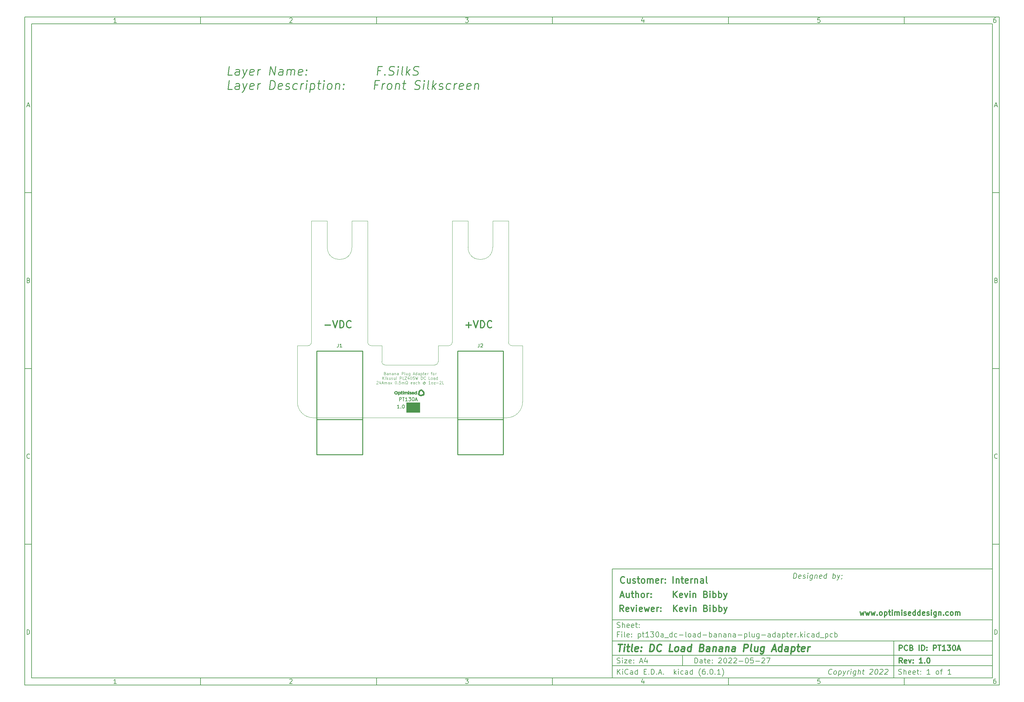
<source format=gbr>
%TF.GenerationSoftware,KiCad,Pcbnew,(6.0.1)*%
%TF.CreationDate,2022-05-27T18:48:01+01:00*%
%TF.ProjectId,pt130a_dc-load-banana-plug-adapter,70743133-3061-45f6-9463-2d6c6f61642d,1.0*%
%TF.SameCoordinates,PX53724e0PY7641700*%
%TF.FileFunction,Legend,Top*%
%TF.FilePolarity,Positive*%
%FSLAX46Y46*%
G04 Gerber Fmt 4.6, Leading zero omitted, Abs format (unit mm)*
G04 Created by KiCad (PCBNEW (6.0.1)) date 2022-05-27 18:48:01*
%MOMM*%
%LPD*%
G01*
G04 APERTURE LIST*
%ADD10C,0.100000*%
%ADD11C,0.150000*%
%ADD12C,0.300000*%
%ADD13C,0.400000*%
%ADD14C,0.360000*%
%TA.AperFunction,Profile*%
%ADD15C,0.050000*%
%TD*%
%ADD16C,0.250000*%
%ADD17C,0.120000*%
%ADD18C,0.254000*%
%ADD19C,0.010000*%
G04 APERTURE END LIST*
D10*
D11*
X89502200Y-43007200D02*
X89502200Y-74007200D01*
X197502200Y-74007200D01*
X197502200Y-43007200D01*
X89502200Y-43007200D01*
D10*
D11*
X-77500000Y114000000D02*
X-77500000Y-76007200D01*
X199502200Y-76007200D01*
X199502200Y114000000D01*
X-77500000Y114000000D01*
D10*
D11*
X-75500000Y112000000D02*
X-75500000Y-74007200D01*
X197502200Y-74007200D01*
X197502200Y112000000D01*
X-75500000Y112000000D01*
D10*
D11*
X-27500000Y112000000D02*
X-27500000Y114000000D01*
D10*
D11*
X22500000Y112000000D02*
X22500000Y114000000D01*
D10*
D11*
X72500000Y112000000D02*
X72500000Y114000000D01*
D10*
D11*
X122500000Y112000000D02*
X122500000Y114000000D01*
D10*
D11*
X172500000Y112000000D02*
X172500000Y114000000D01*
D10*
D11*
X-51434524Y112411905D02*
X-52177381Y112411905D01*
X-51805953Y112411905D02*
X-51805953Y113711905D01*
X-51929762Y113526191D01*
X-52053572Y113402381D01*
X-52177381Y113340477D01*
D10*
D11*
X-2177381Y113588096D02*
X-2115477Y113650000D01*
X-1991667Y113711905D01*
X-1682143Y113711905D01*
X-1558334Y113650000D01*
X-1496429Y113588096D01*
X-1434524Y113464286D01*
X-1434524Y113340477D01*
X-1496429Y113154762D01*
X-2239286Y112411905D01*
X-1434524Y112411905D01*
D10*
D11*
X47760714Y113711905D02*
X48565476Y113711905D01*
X48132142Y113216667D01*
X48317857Y113216667D01*
X48441666Y113154762D01*
X48503571Y113092858D01*
X48565476Y112969048D01*
X48565476Y112659524D01*
X48503571Y112535715D01*
X48441666Y112473810D01*
X48317857Y112411905D01*
X47946428Y112411905D01*
X47822619Y112473810D01*
X47760714Y112535715D01*
D10*
D11*
X98441666Y113278572D02*
X98441666Y112411905D01*
X98132142Y113773810D02*
X97822619Y112845239D01*
X98627380Y112845239D01*
D10*
D11*
X148503571Y113711905D02*
X147884523Y113711905D01*
X147822619Y113092858D01*
X147884523Y113154762D01*
X148008333Y113216667D01*
X148317857Y113216667D01*
X148441666Y113154762D01*
X148503571Y113092858D01*
X148565476Y112969048D01*
X148565476Y112659524D01*
X148503571Y112535715D01*
X148441666Y112473810D01*
X148317857Y112411905D01*
X148008333Y112411905D01*
X147884523Y112473810D01*
X147822619Y112535715D01*
D10*
D11*
X198441666Y113711905D02*
X198194047Y113711905D01*
X198070238Y113650000D01*
X198008333Y113588096D01*
X197884523Y113402381D01*
X197822619Y113154762D01*
X197822619Y112659524D01*
X197884523Y112535715D01*
X197946428Y112473810D01*
X198070238Y112411905D01*
X198317857Y112411905D01*
X198441666Y112473810D01*
X198503571Y112535715D01*
X198565476Y112659524D01*
X198565476Y112969048D01*
X198503571Y113092858D01*
X198441666Y113154762D01*
X198317857Y113216667D01*
X198070238Y113216667D01*
X197946428Y113154762D01*
X197884523Y113092858D01*
X197822619Y112969048D01*
D10*
D11*
X-27500000Y-74007200D02*
X-27500000Y-76007200D01*
D10*
D11*
X22500000Y-74007200D02*
X22500000Y-76007200D01*
D10*
D11*
X72500000Y-74007200D02*
X72500000Y-76007200D01*
D10*
D11*
X122500000Y-74007200D02*
X122500000Y-76007200D01*
D10*
D11*
X172500000Y-74007200D02*
X172500000Y-76007200D01*
D10*
D11*
X-51434524Y-75595295D02*
X-52177381Y-75595295D01*
X-51805953Y-75595295D02*
X-51805953Y-74295295D01*
X-51929762Y-74481009D01*
X-52053572Y-74604819D01*
X-52177381Y-74666723D01*
D10*
D11*
X-2177381Y-74419104D02*
X-2115477Y-74357200D01*
X-1991667Y-74295295D01*
X-1682143Y-74295295D01*
X-1558334Y-74357200D01*
X-1496429Y-74419104D01*
X-1434524Y-74542914D01*
X-1434524Y-74666723D01*
X-1496429Y-74852438D01*
X-2239286Y-75595295D01*
X-1434524Y-75595295D01*
D10*
D11*
X47760714Y-74295295D02*
X48565476Y-74295295D01*
X48132142Y-74790533D01*
X48317857Y-74790533D01*
X48441666Y-74852438D01*
X48503571Y-74914342D01*
X48565476Y-75038152D01*
X48565476Y-75347676D01*
X48503571Y-75471485D01*
X48441666Y-75533390D01*
X48317857Y-75595295D01*
X47946428Y-75595295D01*
X47822619Y-75533390D01*
X47760714Y-75471485D01*
D10*
D11*
X98441666Y-74728628D02*
X98441666Y-75595295D01*
X98132142Y-74233390D02*
X97822619Y-75161961D01*
X98627380Y-75161961D01*
D10*
D11*
X148503571Y-74295295D02*
X147884523Y-74295295D01*
X147822619Y-74914342D01*
X147884523Y-74852438D01*
X148008333Y-74790533D01*
X148317857Y-74790533D01*
X148441666Y-74852438D01*
X148503571Y-74914342D01*
X148565476Y-75038152D01*
X148565476Y-75347676D01*
X148503571Y-75471485D01*
X148441666Y-75533390D01*
X148317857Y-75595295D01*
X148008333Y-75595295D01*
X147884523Y-75533390D01*
X147822619Y-75471485D01*
D10*
D11*
X198441666Y-74295295D02*
X198194047Y-74295295D01*
X198070238Y-74357200D01*
X198008333Y-74419104D01*
X197884523Y-74604819D01*
X197822619Y-74852438D01*
X197822619Y-75347676D01*
X197884523Y-75471485D01*
X197946428Y-75533390D01*
X198070238Y-75595295D01*
X198317857Y-75595295D01*
X198441666Y-75533390D01*
X198503571Y-75471485D01*
X198565476Y-75347676D01*
X198565476Y-75038152D01*
X198503571Y-74914342D01*
X198441666Y-74852438D01*
X198317857Y-74790533D01*
X198070238Y-74790533D01*
X197946428Y-74852438D01*
X197884523Y-74914342D01*
X197822619Y-75038152D01*
D10*
D11*
X-77500000Y64000000D02*
X-75500000Y64000000D01*
D10*
D11*
X-77500000Y14000000D02*
X-75500000Y14000000D01*
D10*
D11*
X-77500000Y-36000000D02*
X-75500000Y-36000000D01*
D10*
D11*
X-76809524Y88783334D02*
X-76190477Y88783334D01*
X-76933334Y88411905D02*
X-76500000Y89711905D01*
X-76066667Y88411905D01*
D10*
D11*
X-76407143Y39092858D02*
X-76221429Y39030953D01*
X-76159524Y38969048D01*
X-76097620Y38845239D01*
X-76097620Y38659524D01*
X-76159524Y38535715D01*
X-76221429Y38473810D01*
X-76345239Y38411905D01*
X-76840477Y38411905D01*
X-76840477Y39711905D01*
X-76407143Y39711905D01*
X-76283334Y39650000D01*
X-76221429Y39588096D01*
X-76159524Y39464286D01*
X-76159524Y39340477D01*
X-76221429Y39216667D01*
X-76283334Y39154762D01*
X-76407143Y39092858D01*
X-76840477Y39092858D01*
D10*
D11*
X-76097620Y-11464285D02*
X-76159524Y-11526190D01*
X-76345239Y-11588095D01*
X-76469048Y-11588095D01*
X-76654762Y-11526190D01*
X-76778572Y-11402380D01*
X-76840477Y-11278571D01*
X-76902381Y-11030952D01*
X-76902381Y-10845238D01*
X-76840477Y-10597619D01*
X-76778572Y-10473809D01*
X-76654762Y-10350000D01*
X-76469048Y-10288095D01*
X-76345239Y-10288095D01*
X-76159524Y-10350000D01*
X-76097620Y-10411904D01*
D10*
D11*
X-76840477Y-61588095D02*
X-76840477Y-60288095D01*
X-76530953Y-60288095D01*
X-76345239Y-60350000D01*
X-76221429Y-60473809D01*
X-76159524Y-60597619D01*
X-76097620Y-60845238D01*
X-76097620Y-61030952D01*
X-76159524Y-61278571D01*
X-76221429Y-61402380D01*
X-76345239Y-61526190D01*
X-76530953Y-61588095D01*
X-76840477Y-61588095D01*
D10*
D11*
X199502200Y64000000D02*
X197502200Y64000000D01*
D10*
D11*
X199502200Y14000000D02*
X197502200Y14000000D01*
D10*
D11*
X199502200Y-36000000D02*
X197502200Y-36000000D01*
D10*
D11*
X198192676Y88783334D02*
X198811723Y88783334D01*
X198068866Y88411905D02*
X198502200Y89711905D01*
X198935533Y88411905D01*
D10*
D11*
X198595057Y39092858D02*
X198780771Y39030953D01*
X198842676Y38969048D01*
X198904580Y38845239D01*
X198904580Y38659524D01*
X198842676Y38535715D01*
X198780771Y38473810D01*
X198656961Y38411905D01*
X198161723Y38411905D01*
X198161723Y39711905D01*
X198595057Y39711905D01*
X198718866Y39650000D01*
X198780771Y39588096D01*
X198842676Y39464286D01*
X198842676Y39340477D01*
X198780771Y39216667D01*
X198718866Y39154762D01*
X198595057Y39092858D01*
X198161723Y39092858D01*
D10*
D11*
X198904580Y-11464285D02*
X198842676Y-11526190D01*
X198656961Y-11588095D01*
X198533152Y-11588095D01*
X198347438Y-11526190D01*
X198223628Y-11402380D01*
X198161723Y-11278571D01*
X198099819Y-11030952D01*
X198099819Y-10845238D01*
X198161723Y-10597619D01*
X198223628Y-10473809D01*
X198347438Y-10350000D01*
X198533152Y-10288095D01*
X198656961Y-10288095D01*
X198842676Y-10350000D01*
X198904580Y-10411904D01*
D10*
D11*
X198161723Y-61588095D02*
X198161723Y-60288095D01*
X198471247Y-60288095D01*
X198656961Y-60350000D01*
X198780771Y-60473809D01*
X198842676Y-60597619D01*
X198904580Y-60845238D01*
X198904580Y-61030952D01*
X198842676Y-61278571D01*
X198780771Y-61402380D01*
X198656961Y-61526190D01*
X198471247Y-61588095D01*
X198161723Y-61588095D01*
D10*
D11*
X112934342Y-69785771D02*
X112934342Y-68285771D01*
X113291485Y-68285771D01*
X113505771Y-68357200D01*
X113648628Y-68500057D01*
X113720057Y-68642914D01*
X113791485Y-68928628D01*
X113791485Y-69142914D01*
X113720057Y-69428628D01*
X113648628Y-69571485D01*
X113505771Y-69714342D01*
X113291485Y-69785771D01*
X112934342Y-69785771D01*
X115077200Y-69785771D02*
X115077200Y-69000057D01*
X115005771Y-68857200D01*
X114862914Y-68785771D01*
X114577200Y-68785771D01*
X114434342Y-68857200D01*
X115077200Y-69714342D02*
X114934342Y-69785771D01*
X114577200Y-69785771D01*
X114434342Y-69714342D01*
X114362914Y-69571485D01*
X114362914Y-69428628D01*
X114434342Y-69285771D01*
X114577200Y-69214342D01*
X114934342Y-69214342D01*
X115077200Y-69142914D01*
X115577200Y-68785771D02*
X116148628Y-68785771D01*
X115791485Y-68285771D02*
X115791485Y-69571485D01*
X115862914Y-69714342D01*
X116005771Y-69785771D01*
X116148628Y-69785771D01*
X117220057Y-69714342D02*
X117077200Y-69785771D01*
X116791485Y-69785771D01*
X116648628Y-69714342D01*
X116577200Y-69571485D01*
X116577200Y-69000057D01*
X116648628Y-68857200D01*
X116791485Y-68785771D01*
X117077200Y-68785771D01*
X117220057Y-68857200D01*
X117291485Y-69000057D01*
X117291485Y-69142914D01*
X116577200Y-69285771D01*
X117934342Y-69642914D02*
X118005771Y-69714342D01*
X117934342Y-69785771D01*
X117862914Y-69714342D01*
X117934342Y-69642914D01*
X117934342Y-69785771D01*
X117934342Y-68857200D02*
X118005771Y-68928628D01*
X117934342Y-69000057D01*
X117862914Y-68928628D01*
X117934342Y-68857200D01*
X117934342Y-69000057D01*
X119720057Y-68428628D02*
X119791485Y-68357200D01*
X119934342Y-68285771D01*
X120291485Y-68285771D01*
X120434342Y-68357200D01*
X120505771Y-68428628D01*
X120577200Y-68571485D01*
X120577200Y-68714342D01*
X120505771Y-68928628D01*
X119648628Y-69785771D01*
X120577200Y-69785771D01*
X121505771Y-68285771D02*
X121648628Y-68285771D01*
X121791485Y-68357200D01*
X121862914Y-68428628D01*
X121934342Y-68571485D01*
X122005771Y-68857200D01*
X122005771Y-69214342D01*
X121934342Y-69500057D01*
X121862914Y-69642914D01*
X121791485Y-69714342D01*
X121648628Y-69785771D01*
X121505771Y-69785771D01*
X121362914Y-69714342D01*
X121291485Y-69642914D01*
X121220057Y-69500057D01*
X121148628Y-69214342D01*
X121148628Y-68857200D01*
X121220057Y-68571485D01*
X121291485Y-68428628D01*
X121362914Y-68357200D01*
X121505771Y-68285771D01*
X122577200Y-68428628D02*
X122648628Y-68357200D01*
X122791485Y-68285771D01*
X123148628Y-68285771D01*
X123291485Y-68357200D01*
X123362914Y-68428628D01*
X123434342Y-68571485D01*
X123434342Y-68714342D01*
X123362914Y-68928628D01*
X122505771Y-69785771D01*
X123434342Y-69785771D01*
X124005771Y-68428628D02*
X124077200Y-68357200D01*
X124220057Y-68285771D01*
X124577200Y-68285771D01*
X124720057Y-68357200D01*
X124791485Y-68428628D01*
X124862914Y-68571485D01*
X124862914Y-68714342D01*
X124791485Y-68928628D01*
X123934342Y-69785771D01*
X124862914Y-69785771D01*
X125505771Y-69214342D02*
X126648628Y-69214342D01*
X127648628Y-68285771D02*
X127791485Y-68285771D01*
X127934342Y-68357200D01*
X128005771Y-68428628D01*
X128077200Y-68571485D01*
X128148628Y-68857200D01*
X128148628Y-69214342D01*
X128077200Y-69500057D01*
X128005771Y-69642914D01*
X127934342Y-69714342D01*
X127791485Y-69785771D01*
X127648628Y-69785771D01*
X127505771Y-69714342D01*
X127434342Y-69642914D01*
X127362914Y-69500057D01*
X127291485Y-69214342D01*
X127291485Y-68857200D01*
X127362914Y-68571485D01*
X127434342Y-68428628D01*
X127505771Y-68357200D01*
X127648628Y-68285771D01*
X129505771Y-68285771D02*
X128791485Y-68285771D01*
X128720057Y-69000057D01*
X128791485Y-68928628D01*
X128934342Y-68857200D01*
X129291485Y-68857200D01*
X129434342Y-68928628D01*
X129505771Y-69000057D01*
X129577200Y-69142914D01*
X129577200Y-69500057D01*
X129505771Y-69642914D01*
X129434342Y-69714342D01*
X129291485Y-69785771D01*
X128934342Y-69785771D01*
X128791485Y-69714342D01*
X128720057Y-69642914D01*
X130220057Y-69214342D02*
X131362914Y-69214342D01*
X132005771Y-68428628D02*
X132077200Y-68357200D01*
X132220057Y-68285771D01*
X132577200Y-68285771D01*
X132720057Y-68357200D01*
X132791485Y-68428628D01*
X132862914Y-68571485D01*
X132862914Y-68714342D01*
X132791485Y-68928628D01*
X131934342Y-69785771D01*
X132862914Y-69785771D01*
X133362914Y-68285771D02*
X134362914Y-68285771D01*
X133720057Y-69785771D01*
D10*
D11*
X89502200Y-70507200D02*
X197502200Y-70507200D01*
D10*
D11*
X90934342Y-72985771D02*
X90934342Y-71485771D01*
X91791485Y-72985771D02*
X91148628Y-72128628D01*
X91791485Y-71485771D02*
X90934342Y-72342914D01*
X92434342Y-72985771D02*
X92434342Y-71985771D01*
X92434342Y-71485771D02*
X92362914Y-71557200D01*
X92434342Y-71628628D01*
X92505771Y-71557200D01*
X92434342Y-71485771D01*
X92434342Y-71628628D01*
X94005771Y-72842914D02*
X93934342Y-72914342D01*
X93720057Y-72985771D01*
X93577200Y-72985771D01*
X93362914Y-72914342D01*
X93220057Y-72771485D01*
X93148628Y-72628628D01*
X93077200Y-72342914D01*
X93077200Y-72128628D01*
X93148628Y-71842914D01*
X93220057Y-71700057D01*
X93362914Y-71557200D01*
X93577200Y-71485771D01*
X93720057Y-71485771D01*
X93934342Y-71557200D01*
X94005771Y-71628628D01*
X95291485Y-72985771D02*
X95291485Y-72200057D01*
X95220057Y-72057200D01*
X95077200Y-71985771D01*
X94791485Y-71985771D01*
X94648628Y-72057200D01*
X95291485Y-72914342D02*
X95148628Y-72985771D01*
X94791485Y-72985771D01*
X94648628Y-72914342D01*
X94577200Y-72771485D01*
X94577200Y-72628628D01*
X94648628Y-72485771D01*
X94791485Y-72414342D01*
X95148628Y-72414342D01*
X95291485Y-72342914D01*
X96648628Y-72985771D02*
X96648628Y-71485771D01*
X96648628Y-72914342D02*
X96505771Y-72985771D01*
X96220057Y-72985771D01*
X96077200Y-72914342D01*
X96005771Y-72842914D01*
X95934342Y-72700057D01*
X95934342Y-72271485D01*
X96005771Y-72128628D01*
X96077200Y-72057200D01*
X96220057Y-71985771D01*
X96505771Y-71985771D01*
X96648628Y-72057200D01*
X98505771Y-72200057D02*
X99005771Y-72200057D01*
X99220057Y-72985771D02*
X98505771Y-72985771D01*
X98505771Y-71485771D01*
X99220057Y-71485771D01*
X99862914Y-72842914D02*
X99934342Y-72914342D01*
X99862914Y-72985771D01*
X99791485Y-72914342D01*
X99862914Y-72842914D01*
X99862914Y-72985771D01*
X100577200Y-72985771D02*
X100577200Y-71485771D01*
X100934342Y-71485771D01*
X101148628Y-71557200D01*
X101291485Y-71700057D01*
X101362914Y-71842914D01*
X101434342Y-72128628D01*
X101434342Y-72342914D01*
X101362914Y-72628628D01*
X101291485Y-72771485D01*
X101148628Y-72914342D01*
X100934342Y-72985771D01*
X100577200Y-72985771D01*
X102077200Y-72842914D02*
X102148628Y-72914342D01*
X102077200Y-72985771D01*
X102005771Y-72914342D01*
X102077200Y-72842914D01*
X102077200Y-72985771D01*
X102720057Y-72557200D02*
X103434342Y-72557200D01*
X102577200Y-72985771D02*
X103077200Y-71485771D01*
X103577200Y-72985771D01*
X104077200Y-72842914D02*
X104148628Y-72914342D01*
X104077200Y-72985771D01*
X104005771Y-72914342D01*
X104077200Y-72842914D01*
X104077200Y-72985771D01*
X107077200Y-72985771D02*
X107077200Y-71485771D01*
X107220057Y-72414342D02*
X107648628Y-72985771D01*
X107648628Y-71985771D02*
X107077200Y-72557200D01*
X108291485Y-72985771D02*
X108291485Y-71985771D01*
X108291485Y-71485771D02*
X108220057Y-71557200D01*
X108291485Y-71628628D01*
X108362914Y-71557200D01*
X108291485Y-71485771D01*
X108291485Y-71628628D01*
X109648628Y-72914342D02*
X109505771Y-72985771D01*
X109220057Y-72985771D01*
X109077200Y-72914342D01*
X109005771Y-72842914D01*
X108934342Y-72700057D01*
X108934342Y-72271485D01*
X109005771Y-72128628D01*
X109077200Y-72057200D01*
X109220057Y-71985771D01*
X109505771Y-71985771D01*
X109648628Y-72057200D01*
X110934342Y-72985771D02*
X110934342Y-72200057D01*
X110862914Y-72057200D01*
X110720057Y-71985771D01*
X110434342Y-71985771D01*
X110291485Y-72057200D01*
X110934342Y-72914342D02*
X110791485Y-72985771D01*
X110434342Y-72985771D01*
X110291485Y-72914342D01*
X110220057Y-72771485D01*
X110220057Y-72628628D01*
X110291485Y-72485771D01*
X110434342Y-72414342D01*
X110791485Y-72414342D01*
X110934342Y-72342914D01*
X112291485Y-72985771D02*
X112291485Y-71485771D01*
X112291485Y-72914342D02*
X112148628Y-72985771D01*
X111862914Y-72985771D01*
X111720057Y-72914342D01*
X111648628Y-72842914D01*
X111577200Y-72700057D01*
X111577200Y-72271485D01*
X111648628Y-72128628D01*
X111720057Y-72057200D01*
X111862914Y-71985771D01*
X112148628Y-71985771D01*
X112291485Y-72057200D01*
X114577200Y-73557200D02*
X114505771Y-73485771D01*
X114362914Y-73271485D01*
X114291485Y-73128628D01*
X114220057Y-72914342D01*
X114148628Y-72557200D01*
X114148628Y-72271485D01*
X114220057Y-71914342D01*
X114291485Y-71700057D01*
X114362914Y-71557200D01*
X114505771Y-71342914D01*
X114577200Y-71271485D01*
X115791485Y-71485771D02*
X115505771Y-71485771D01*
X115362914Y-71557200D01*
X115291485Y-71628628D01*
X115148628Y-71842914D01*
X115077200Y-72128628D01*
X115077200Y-72700057D01*
X115148628Y-72842914D01*
X115220057Y-72914342D01*
X115362914Y-72985771D01*
X115648628Y-72985771D01*
X115791485Y-72914342D01*
X115862914Y-72842914D01*
X115934342Y-72700057D01*
X115934342Y-72342914D01*
X115862914Y-72200057D01*
X115791485Y-72128628D01*
X115648628Y-72057200D01*
X115362914Y-72057200D01*
X115220057Y-72128628D01*
X115148628Y-72200057D01*
X115077200Y-72342914D01*
X116577200Y-72842914D02*
X116648628Y-72914342D01*
X116577200Y-72985771D01*
X116505771Y-72914342D01*
X116577200Y-72842914D01*
X116577200Y-72985771D01*
X117577200Y-71485771D02*
X117720057Y-71485771D01*
X117862914Y-71557200D01*
X117934342Y-71628628D01*
X118005771Y-71771485D01*
X118077200Y-72057200D01*
X118077200Y-72414342D01*
X118005771Y-72700057D01*
X117934342Y-72842914D01*
X117862914Y-72914342D01*
X117720057Y-72985771D01*
X117577200Y-72985771D01*
X117434342Y-72914342D01*
X117362914Y-72842914D01*
X117291485Y-72700057D01*
X117220057Y-72414342D01*
X117220057Y-72057200D01*
X117291485Y-71771485D01*
X117362914Y-71628628D01*
X117434342Y-71557200D01*
X117577200Y-71485771D01*
X118720057Y-72842914D02*
X118791485Y-72914342D01*
X118720057Y-72985771D01*
X118648628Y-72914342D01*
X118720057Y-72842914D01*
X118720057Y-72985771D01*
X120220057Y-72985771D02*
X119362914Y-72985771D01*
X119791485Y-72985771D02*
X119791485Y-71485771D01*
X119648628Y-71700057D01*
X119505771Y-71842914D01*
X119362914Y-71914342D01*
X120720057Y-73557200D02*
X120791485Y-73485771D01*
X120934342Y-73271485D01*
X121005771Y-73128628D01*
X121077200Y-72914342D01*
X121148628Y-72557200D01*
X121148628Y-72271485D01*
X121077200Y-71914342D01*
X121005771Y-71700057D01*
X120934342Y-71557200D01*
X120791485Y-71342914D01*
X120720057Y-71271485D01*
D10*
D11*
X89502000Y-67507000D02*
X197502000Y-67507000D01*
D10*
D11*
X151816271Y-72842914D02*
X151735914Y-72914342D01*
X151512700Y-72985771D01*
X151369842Y-72985771D01*
X151164485Y-72914342D01*
X151039485Y-72771485D01*
X150985914Y-72628628D01*
X150950200Y-72342914D01*
X150976985Y-72128628D01*
X151084128Y-71842914D01*
X151173414Y-71700057D01*
X151334128Y-71557200D01*
X151557342Y-71485771D01*
X151700200Y-71485771D01*
X151905557Y-71557200D01*
X151968057Y-71628628D01*
X152655557Y-72985771D02*
X152521628Y-72914342D01*
X152459128Y-72842914D01*
X152405557Y-72700057D01*
X152459128Y-72271485D01*
X152548414Y-72128628D01*
X152628771Y-72057200D01*
X152780557Y-71985771D01*
X152994842Y-71985771D01*
X153128771Y-72057200D01*
X153191271Y-72128628D01*
X153244842Y-72271485D01*
X153191271Y-72700057D01*
X153101985Y-72842914D01*
X153021628Y-72914342D01*
X152869842Y-72985771D01*
X152655557Y-72985771D01*
X153923414Y-71985771D02*
X153735914Y-73485771D01*
X153914485Y-72057200D02*
X154066271Y-71985771D01*
X154351985Y-71985771D01*
X154485914Y-72057200D01*
X154548414Y-72128628D01*
X154601985Y-72271485D01*
X154548414Y-72700057D01*
X154459128Y-72842914D01*
X154378771Y-72914342D01*
X154226985Y-72985771D01*
X153941271Y-72985771D01*
X153807342Y-72914342D01*
X155137700Y-71985771D02*
X155369842Y-72985771D01*
X155851985Y-71985771D02*
X155369842Y-72985771D01*
X155182342Y-73342914D01*
X155101985Y-73414342D01*
X154950200Y-73485771D01*
X156298414Y-72985771D02*
X156423414Y-71985771D01*
X156387700Y-72271485D02*
X156476985Y-72128628D01*
X156557342Y-72057200D01*
X156709128Y-71985771D01*
X156851985Y-71985771D01*
X157226985Y-72985771D02*
X157351985Y-71985771D01*
X157414485Y-71485771D02*
X157334128Y-71557200D01*
X157396628Y-71628628D01*
X157476985Y-71557200D01*
X157414485Y-71485771D01*
X157396628Y-71628628D01*
X158709128Y-71985771D02*
X158557342Y-73200057D01*
X158468057Y-73342914D01*
X158387700Y-73414342D01*
X158235914Y-73485771D01*
X158021628Y-73485771D01*
X157887700Y-73414342D01*
X158593057Y-72914342D02*
X158441271Y-72985771D01*
X158155557Y-72985771D01*
X158021628Y-72914342D01*
X157959128Y-72842914D01*
X157905557Y-72700057D01*
X157959128Y-72271485D01*
X158048414Y-72128628D01*
X158128771Y-72057200D01*
X158280557Y-71985771D01*
X158566271Y-71985771D01*
X158700200Y-72057200D01*
X159298414Y-72985771D02*
X159485914Y-71485771D01*
X159941271Y-72985771D02*
X160039485Y-72200057D01*
X159985914Y-72057200D01*
X159851985Y-71985771D01*
X159637700Y-71985771D01*
X159485914Y-72057200D01*
X159405557Y-72128628D01*
X160566271Y-71985771D02*
X161137700Y-71985771D01*
X160843057Y-71485771D02*
X160682342Y-72771485D01*
X160735914Y-72914342D01*
X160869842Y-72985771D01*
X161012700Y-72985771D01*
X162753771Y-71628628D02*
X162834128Y-71557200D01*
X162985914Y-71485771D01*
X163343057Y-71485771D01*
X163476985Y-71557200D01*
X163539485Y-71628628D01*
X163593057Y-71771485D01*
X163575200Y-71914342D01*
X163476985Y-72128628D01*
X162512700Y-72985771D01*
X163441271Y-72985771D01*
X164557342Y-71485771D02*
X164700200Y-71485771D01*
X164834128Y-71557200D01*
X164896628Y-71628628D01*
X164950200Y-71771485D01*
X164985914Y-72057200D01*
X164941271Y-72414342D01*
X164834128Y-72700057D01*
X164744842Y-72842914D01*
X164664485Y-72914342D01*
X164512700Y-72985771D01*
X164369842Y-72985771D01*
X164235914Y-72914342D01*
X164173414Y-72842914D01*
X164119842Y-72700057D01*
X164084128Y-72414342D01*
X164128771Y-72057200D01*
X164235914Y-71771485D01*
X164325200Y-71628628D01*
X164405557Y-71557200D01*
X164557342Y-71485771D01*
X165610914Y-71628628D02*
X165691271Y-71557200D01*
X165843057Y-71485771D01*
X166200200Y-71485771D01*
X166334128Y-71557200D01*
X166396628Y-71628628D01*
X166450200Y-71771485D01*
X166432342Y-71914342D01*
X166334128Y-72128628D01*
X165369842Y-72985771D01*
X166298414Y-72985771D01*
X167039485Y-71628628D02*
X167119842Y-71557200D01*
X167271628Y-71485771D01*
X167628771Y-71485771D01*
X167762700Y-71557200D01*
X167825200Y-71628628D01*
X167878771Y-71771485D01*
X167860914Y-71914342D01*
X167762700Y-72128628D01*
X166798414Y-72985771D01*
X167726985Y-72985771D01*
D10*
D12*
X171052342Y-66185771D02*
X171052342Y-64685771D01*
X171623771Y-64685771D01*
X171766628Y-64757200D01*
X171838057Y-64828628D01*
X171909485Y-64971485D01*
X171909485Y-65185771D01*
X171838057Y-65328628D01*
X171766628Y-65400057D01*
X171623771Y-65471485D01*
X171052342Y-65471485D01*
X173409485Y-66042914D02*
X173338057Y-66114342D01*
X173123771Y-66185771D01*
X172980914Y-66185771D01*
X172766628Y-66114342D01*
X172623771Y-65971485D01*
X172552342Y-65828628D01*
X172480914Y-65542914D01*
X172480914Y-65328628D01*
X172552342Y-65042914D01*
X172623771Y-64900057D01*
X172766628Y-64757200D01*
X172980914Y-64685771D01*
X173123771Y-64685771D01*
X173338057Y-64757200D01*
X173409485Y-64828628D01*
X174552342Y-65400057D02*
X174766628Y-65471485D01*
X174838057Y-65542914D01*
X174909485Y-65685771D01*
X174909485Y-65900057D01*
X174838057Y-66042914D01*
X174766628Y-66114342D01*
X174623771Y-66185771D01*
X174052342Y-66185771D01*
X174052342Y-64685771D01*
X174552342Y-64685771D01*
X174695200Y-64757200D01*
X174766628Y-64828628D01*
X174838057Y-64971485D01*
X174838057Y-65114342D01*
X174766628Y-65257200D01*
X174695200Y-65328628D01*
X174552342Y-65400057D01*
X174052342Y-65400057D01*
X176695200Y-66185771D02*
X176695200Y-64685771D01*
X177409485Y-66185771D02*
X177409485Y-64685771D01*
X177766628Y-64685771D01*
X177980914Y-64757200D01*
X178123771Y-64900057D01*
X178195200Y-65042914D01*
X178266628Y-65328628D01*
X178266628Y-65542914D01*
X178195200Y-65828628D01*
X178123771Y-65971485D01*
X177980914Y-66114342D01*
X177766628Y-66185771D01*
X177409485Y-66185771D01*
X178909485Y-66042914D02*
X178980914Y-66114342D01*
X178909485Y-66185771D01*
X178838057Y-66114342D01*
X178909485Y-66042914D01*
X178909485Y-66185771D01*
X178909485Y-65257200D02*
X178980914Y-65328628D01*
X178909485Y-65400057D01*
X178838057Y-65328628D01*
X178909485Y-65257200D01*
X178909485Y-65400057D01*
X180766628Y-66185771D02*
X180766628Y-64685771D01*
X181338057Y-64685771D01*
X181480914Y-64757200D01*
X181552342Y-64828628D01*
X181623771Y-64971485D01*
X181623771Y-65185771D01*
X181552342Y-65328628D01*
X181480914Y-65400057D01*
X181338057Y-65471485D01*
X180766628Y-65471485D01*
X182052342Y-64685771D02*
X182909485Y-64685771D01*
X182480914Y-66185771D02*
X182480914Y-64685771D01*
X184195200Y-66185771D02*
X183338057Y-66185771D01*
X183766628Y-66185771D02*
X183766628Y-64685771D01*
X183623771Y-64900057D01*
X183480914Y-65042914D01*
X183338057Y-65114342D01*
X184695200Y-64685771D02*
X185623771Y-64685771D01*
X185123771Y-65257200D01*
X185338057Y-65257200D01*
X185480914Y-65328628D01*
X185552342Y-65400057D01*
X185623771Y-65542914D01*
X185623771Y-65900057D01*
X185552342Y-66042914D01*
X185480914Y-66114342D01*
X185338057Y-66185771D01*
X184909485Y-66185771D01*
X184766628Y-66114342D01*
X184695200Y-66042914D01*
X186552342Y-64685771D02*
X186695200Y-64685771D01*
X186838057Y-64757200D01*
X186909485Y-64828628D01*
X186980914Y-64971485D01*
X187052342Y-65257200D01*
X187052342Y-65614342D01*
X186980914Y-65900057D01*
X186909485Y-66042914D01*
X186838057Y-66114342D01*
X186695200Y-66185771D01*
X186552342Y-66185771D01*
X186409485Y-66114342D01*
X186338057Y-66042914D01*
X186266628Y-65900057D01*
X186195200Y-65614342D01*
X186195200Y-65257200D01*
X186266628Y-64971485D01*
X186338057Y-64828628D01*
X186409485Y-64757200D01*
X186552342Y-64685771D01*
X187623771Y-65757200D02*
X188338057Y-65757200D01*
X187480914Y-66185771D02*
X187980914Y-64685771D01*
X188480914Y-66185771D01*
D10*
D12*
X171911285Y-69785571D02*
X171411285Y-69071285D01*
X171054142Y-69785571D02*
X171054142Y-68285571D01*
X171625571Y-68285571D01*
X171768428Y-68357000D01*
X171839857Y-68428428D01*
X171911285Y-68571285D01*
X171911285Y-68785571D01*
X171839857Y-68928428D01*
X171768428Y-68999857D01*
X171625571Y-69071285D01*
X171054142Y-69071285D01*
X173125571Y-69714142D02*
X172982714Y-69785571D01*
X172697000Y-69785571D01*
X172554142Y-69714142D01*
X172482714Y-69571285D01*
X172482714Y-68999857D01*
X172554142Y-68857000D01*
X172697000Y-68785571D01*
X172982714Y-68785571D01*
X173125571Y-68857000D01*
X173197000Y-68999857D01*
X173197000Y-69142714D01*
X172482714Y-69285571D01*
X173697000Y-68785571D02*
X174054142Y-69785571D01*
X174411285Y-68785571D01*
X174982714Y-69642714D02*
X175054142Y-69714142D01*
X174982714Y-69785571D01*
X174911285Y-69714142D01*
X174982714Y-69642714D01*
X174982714Y-69785571D01*
X174982714Y-68857000D02*
X175054142Y-68928428D01*
X174982714Y-68999857D01*
X174911285Y-68928428D01*
X174982714Y-68857000D01*
X174982714Y-68999857D01*
X177625571Y-69785571D02*
X176768428Y-69785571D01*
X177197000Y-69785571D02*
X177197000Y-68285571D01*
X177054142Y-68499857D01*
X176911285Y-68642714D01*
X176768428Y-68714142D01*
X178268428Y-69642714D02*
X178339857Y-69714142D01*
X178268428Y-69785571D01*
X178197000Y-69714142D01*
X178268428Y-69642714D01*
X178268428Y-69785571D01*
X179268428Y-68285571D02*
X179411285Y-68285571D01*
X179554142Y-68357000D01*
X179625571Y-68428428D01*
X179697000Y-68571285D01*
X179768428Y-68857000D01*
X179768428Y-69214142D01*
X179697000Y-69499857D01*
X179625571Y-69642714D01*
X179554142Y-69714142D01*
X179411285Y-69785571D01*
X179268428Y-69785571D01*
X179125571Y-69714142D01*
X179054142Y-69642714D01*
X178982714Y-69499857D01*
X178911285Y-69214142D01*
X178911285Y-68857000D01*
X178982714Y-68571285D01*
X179054142Y-68428428D01*
X179125571Y-68357000D01*
X179268428Y-68285571D01*
D10*
D11*
X90862914Y-69714342D02*
X91077200Y-69785771D01*
X91434342Y-69785771D01*
X91577200Y-69714342D01*
X91648628Y-69642914D01*
X91720057Y-69500057D01*
X91720057Y-69357200D01*
X91648628Y-69214342D01*
X91577200Y-69142914D01*
X91434342Y-69071485D01*
X91148628Y-69000057D01*
X91005771Y-68928628D01*
X90934342Y-68857200D01*
X90862914Y-68714342D01*
X90862914Y-68571485D01*
X90934342Y-68428628D01*
X91005771Y-68357200D01*
X91148628Y-68285771D01*
X91505771Y-68285771D01*
X91720057Y-68357200D01*
X92362914Y-69785771D02*
X92362914Y-68785771D01*
X92362914Y-68285771D02*
X92291485Y-68357200D01*
X92362914Y-68428628D01*
X92434342Y-68357200D01*
X92362914Y-68285771D01*
X92362914Y-68428628D01*
X92934342Y-68785771D02*
X93720057Y-68785771D01*
X92934342Y-69785771D01*
X93720057Y-69785771D01*
X94862914Y-69714342D02*
X94720057Y-69785771D01*
X94434342Y-69785771D01*
X94291485Y-69714342D01*
X94220057Y-69571485D01*
X94220057Y-69000057D01*
X94291485Y-68857200D01*
X94434342Y-68785771D01*
X94720057Y-68785771D01*
X94862914Y-68857200D01*
X94934342Y-69000057D01*
X94934342Y-69142914D01*
X94220057Y-69285771D01*
X95577200Y-69642914D02*
X95648628Y-69714342D01*
X95577200Y-69785771D01*
X95505771Y-69714342D01*
X95577200Y-69642914D01*
X95577200Y-69785771D01*
X95577200Y-68857200D02*
X95648628Y-68928628D01*
X95577200Y-69000057D01*
X95505771Y-68928628D01*
X95577200Y-68857200D01*
X95577200Y-69000057D01*
X97362914Y-69357200D02*
X98077200Y-69357200D01*
X97220057Y-69785771D02*
X97720057Y-68285771D01*
X98220057Y-69785771D01*
X99362914Y-68785771D02*
X99362914Y-69785771D01*
X99005771Y-68214342D02*
X98648628Y-69285771D01*
X99577200Y-69285771D01*
D10*
D11*
X170862914Y-72914342D02*
X171077200Y-72985771D01*
X171434342Y-72985771D01*
X171577200Y-72914342D01*
X171648628Y-72842914D01*
X171720057Y-72700057D01*
X171720057Y-72557200D01*
X171648628Y-72414342D01*
X171577200Y-72342914D01*
X171434342Y-72271485D01*
X171148628Y-72200057D01*
X171005771Y-72128628D01*
X170934342Y-72057200D01*
X170862914Y-71914342D01*
X170862914Y-71771485D01*
X170934342Y-71628628D01*
X171005771Y-71557200D01*
X171148628Y-71485771D01*
X171505771Y-71485771D01*
X171720057Y-71557200D01*
X172362914Y-72985771D02*
X172362914Y-71485771D01*
X173005771Y-72985771D02*
X173005771Y-72200057D01*
X172934342Y-72057200D01*
X172791485Y-71985771D01*
X172577200Y-71985771D01*
X172434342Y-72057200D01*
X172362914Y-72128628D01*
X174291485Y-72914342D02*
X174148628Y-72985771D01*
X173862914Y-72985771D01*
X173720057Y-72914342D01*
X173648628Y-72771485D01*
X173648628Y-72200057D01*
X173720057Y-72057200D01*
X173862914Y-71985771D01*
X174148628Y-71985771D01*
X174291485Y-72057200D01*
X174362914Y-72200057D01*
X174362914Y-72342914D01*
X173648628Y-72485771D01*
X175577200Y-72914342D02*
X175434342Y-72985771D01*
X175148628Y-72985771D01*
X175005771Y-72914342D01*
X174934342Y-72771485D01*
X174934342Y-72200057D01*
X175005771Y-72057200D01*
X175148628Y-71985771D01*
X175434342Y-71985771D01*
X175577200Y-72057200D01*
X175648628Y-72200057D01*
X175648628Y-72342914D01*
X174934342Y-72485771D01*
X176077200Y-71985771D02*
X176648628Y-71985771D01*
X176291485Y-71485771D02*
X176291485Y-72771485D01*
X176362914Y-72914342D01*
X176505771Y-72985771D01*
X176648628Y-72985771D01*
X177148628Y-72842914D02*
X177220057Y-72914342D01*
X177148628Y-72985771D01*
X177077200Y-72914342D01*
X177148628Y-72842914D01*
X177148628Y-72985771D01*
X177148628Y-72057200D02*
X177220057Y-72128628D01*
X177148628Y-72200057D01*
X177077200Y-72128628D01*
X177148628Y-72057200D01*
X177148628Y-72200057D01*
X179791485Y-72985771D02*
X178934342Y-72985771D01*
X179362914Y-72985771D02*
X179362914Y-71485771D01*
X179220057Y-71700057D01*
X179077200Y-71842914D01*
X178934342Y-71914342D01*
X181791485Y-72985771D02*
X181648628Y-72914342D01*
X181577200Y-72842914D01*
X181505771Y-72700057D01*
X181505771Y-72271485D01*
X181577200Y-72128628D01*
X181648628Y-72057200D01*
X181791485Y-71985771D01*
X182005771Y-71985771D01*
X182148628Y-72057200D01*
X182220057Y-72128628D01*
X182291485Y-72271485D01*
X182291485Y-72700057D01*
X182220057Y-72842914D01*
X182148628Y-72914342D01*
X182005771Y-72985771D01*
X181791485Y-72985771D01*
X182720057Y-71985771D02*
X183291485Y-71985771D01*
X182934342Y-72985771D02*
X182934342Y-71700057D01*
X183005771Y-71557200D01*
X183148628Y-71485771D01*
X183291485Y-71485771D01*
X185720057Y-72985771D02*
X184862914Y-72985771D01*
X185291485Y-72985771D02*
X185291485Y-71485771D01*
X185148628Y-71700057D01*
X185005771Y-71842914D01*
X184862914Y-71914342D01*
D10*
D11*
X89502200Y-63507200D02*
X197502200Y-63507200D01*
D10*
D13*
X91214580Y-64411961D02*
X92357438Y-64411961D01*
X91536009Y-66411961D02*
X91786009Y-64411961D01*
X92774104Y-66411961D02*
X92940771Y-65078628D01*
X93024104Y-64411961D02*
X92916961Y-64507200D01*
X93000295Y-64602438D01*
X93107438Y-64507200D01*
X93024104Y-64411961D01*
X93000295Y-64602438D01*
X93607438Y-65078628D02*
X94369342Y-65078628D01*
X93976485Y-64411961D02*
X93762200Y-66126247D01*
X93833628Y-66316723D01*
X94012200Y-66411961D01*
X94202676Y-66411961D01*
X95155057Y-66411961D02*
X94976485Y-66316723D01*
X94905057Y-66126247D01*
X95119342Y-64411961D01*
X96690771Y-66316723D02*
X96488390Y-66411961D01*
X96107438Y-66411961D01*
X95928866Y-66316723D01*
X95857438Y-66126247D01*
X95952676Y-65364342D01*
X96071723Y-65173866D01*
X96274104Y-65078628D01*
X96655057Y-65078628D01*
X96833628Y-65173866D01*
X96905057Y-65364342D01*
X96881247Y-65554819D01*
X95905057Y-65745295D01*
X97655057Y-66221485D02*
X97738390Y-66316723D01*
X97631247Y-66411961D01*
X97547914Y-66316723D01*
X97655057Y-66221485D01*
X97631247Y-66411961D01*
X97786009Y-65173866D02*
X97869342Y-65269104D01*
X97762200Y-65364342D01*
X97678866Y-65269104D01*
X97786009Y-65173866D01*
X97762200Y-65364342D01*
X100107438Y-66411961D02*
X100357438Y-64411961D01*
X100833628Y-64411961D01*
X101107438Y-64507200D01*
X101274104Y-64697676D01*
X101345533Y-64888152D01*
X101393152Y-65269104D01*
X101357438Y-65554819D01*
X101214580Y-65935771D01*
X101095533Y-66126247D01*
X100881247Y-66316723D01*
X100583628Y-66411961D01*
X100107438Y-66411961D01*
X103274104Y-66221485D02*
X103166961Y-66316723D01*
X102869342Y-66411961D01*
X102678866Y-66411961D01*
X102405057Y-66316723D01*
X102238390Y-66126247D01*
X102166961Y-65935771D01*
X102119342Y-65554819D01*
X102155057Y-65269104D01*
X102297914Y-64888152D01*
X102416961Y-64697676D01*
X102631247Y-64507200D01*
X102928866Y-64411961D01*
X103119342Y-64411961D01*
X103393152Y-64507200D01*
X103476485Y-64602438D01*
X106583628Y-66411961D02*
X105631247Y-66411961D01*
X105881247Y-64411961D01*
X107536009Y-66411961D02*
X107357438Y-66316723D01*
X107274104Y-66221485D01*
X107202676Y-66031009D01*
X107274104Y-65459580D01*
X107393152Y-65269104D01*
X107500295Y-65173866D01*
X107702676Y-65078628D01*
X107988390Y-65078628D01*
X108166961Y-65173866D01*
X108250295Y-65269104D01*
X108321723Y-65459580D01*
X108250295Y-66031009D01*
X108131247Y-66221485D01*
X108024104Y-66316723D01*
X107821723Y-66411961D01*
X107536009Y-66411961D01*
X109916961Y-66411961D02*
X110047914Y-65364342D01*
X109976485Y-65173866D01*
X109797914Y-65078628D01*
X109416961Y-65078628D01*
X109214580Y-65173866D01*
X109928866Y-66316723D02*
X109726485Y-66411961D01*
X109250295Y-66411961D01*
X109071723Y-66316723D01*
X109000295Y-66126247D01*
X109024104Y-65935771D01*
X109143152Y-65745295D01*
X109345533Y-65650057D01*
X109821723Y-65650057D01*
X110024104Y-65554819D01*
X111726485Y-66411961D02*
X111976485Y-64411961D01*
X111738390Y-66316723D02*
X111536009Y-66411961D01*
X111155057Y-66411961D01*
X110976485Y-66316723D01*
X110893152Y-66221485D01*
X110821723Y-66031009D01*
X110893152Y-65459580D01*
X111012200Y-65269104D01*
X111119342Y-65173866D01*
X111321723Y-65078628D01*
X111702676Y-65078628D01*
X111881247Y-65173866D01*
X115000295Y-65364342D02*
X115274104Y-65459580D01*
X115357438Y-65554819D01*
X115428866Y-65745295D01*
X115393152Y-66031009D01*
X115274104Y-66221485D01*
X115166961Y-66316723D01*
X114964580Y-66411961D01*
X114202676Y-66411961D01*
X114452676Y-64411961D01*
X115119342Y-64411961D01*
X115297914Y-64507200D01*
X115381247Y-64602438D01*
X115452676Y-64792914D01*
X115428866Y-64983390D01*
X115309819Y-65173866D01*
X115202676Y-65269104D01*
X115000295Y-65364342D01*
X114333628Y-65364342D01*
X117059819Y-66411961D02*
X117190771Y-65364342D01*
X117119342Y-65173866D01*
X116940771Y-65078628D01*
X116559819Y-65078628D01*
X116357438Y-65173866D01*
X117071723Y-66316723D02*
X116869342Y-66411961D01*
X116393152Y-66411961D01*
X116214580Y-66316723D01*
X116143152Y-66126247D01*
X116166961Y-65935771D01*
X116286009Y-65745295D01*
X116488390Y-65650057D01*
X116964580Y-65650057D01*
X117166961Y-65554819D01*
X118178866Y-65078628D02*
X118012200Y-66411961D01*
X118155057Y-65269104D02*
X118262200Y-65173866D01*
X118464580Y-65078628D01*
X118750295Y-65078628D01*
X118928866Y-65173866D01*
X119000295Y-65364342D01*
X118869342Y-66411961D01*
X120678866Y-66411961D02*
X120809819Y-65364342D01*
X120738390Y-65173866D01*
X120559819Y-65078628D01*
X120178866Y-65078628D01*
X119976485Y-65173866D01*
X120690771Y-66316723D02*
X120488390Y-66411961D01*
X120012200Y-66411961D01*
X119833628Y-66316723D01*
X119762200Y-66126247D01*
X119786009Y-65935771D01*
X119905057Y-65745295D01*
X120107438Y-65650057D01*
X120583628Y-65650057D01*
X120786009Y-65554819D01*
X121797914Y-65078628D02*
X121631247Y-66411961D01*
X121774104Y-65269104D02*
X121881247Y-65173866D01*
X122083628Y-65078628D01*
X122369342Y-65078628D01*
X122547914Y-65173866D01*
X122619342Y-65364342D01*
X122488390Y-66411961D01*
X124297914Y-66411961D02*
X124428866Y-65364342D01*
X124357438Y-65173866D01*
X124178866Y-65078628D01*
X123797914Y-65078628D01*
X123595533Y-65173866D01*
X124309819Y-66316723D02*
X124107438Y-66411961D01*
X123631247Y-66411961D01*
X123452676Y-66316723D01*
X123381247Y-66126247D01*
X123405057Y-65935771D01*
X123524104Y-65745295D01*
X123726485Y-65650057D01*
X124202676Y-65650057D01*
X124405057Y-65554819D01*
X126774104Y-66411961D02*
X127024104Y-64411961D01*
X127786009Y-64411961D01*
X127964580Y-64507200D01*
X128047914Y-64602438D01*
X128119342Y-64792914D01*
X128083628Y-65078628D01*
X127964580Y-65269104D01*
X127857438Y-65364342D01*
X127655057Y-65459580D01*
X126893152Y-65459580D01*
X129059819Y-66411961D02*
X128881247Y-66316723D01*
X128809819Y-66126247D01*
X129024104Y-64411961D01*
X130845533Y-65078628D02*
X130678866Y-66411961D01*
X129988390Y-65078628D02*
X129857438Y-66126247D01*
X129928866Y-66316723D01*
X130107438Y-66411961D01*
X130393152Y-66411961D01*
X130595533Y-66316723D01*
X130702676Y-66221485D01*
X132655057Y-65078628D02*
X132452676Y-66697676D01*
X132333628Y-66888152D01*
X132226485Y-66983390D01*
X132024104Y-67078628D01*
X131738390Y-67078628D01*
X131559819Y-66983390D01*
X132500295Y-66316723D02*
X132297914Y-66411961D01*
X131916961Y-66411961D01*
X131738390Y-66316723D01*
X131655057Y-66221485D01*
X131583628Y-66031009D01*
X131655057Y-65459580D01*
X131774104Y-65269104D01*
X131881247Y-65173866D01*
X132083628Y-65078628D01*
X132464580Y-65078628D01*
X132643152Y-65173866D01*
X134940771Y-65840533D02*
X135893152Y-65840533D01*
X134678866Y-66411961D02*
X135595533Y-64411961D01*
X136012200Y-66411961D01*
X137536009Y-66411961D02*
X137786009Y-64411961D01*
X137547914Y-66316723D02*
X137345533Y-66411961D01*
X136964580Y-66411961D01*
X136786009Y-66316723D01*
X136702676Y-66221485D01*
X136631247Y-66031009D01*
X136702676Y-65459580D01*
X136821723Y-65269104D01*
X136928866Y-65173866D01*
X137131247Y-65078628D01*
X137512200Y-65078628D01*
X137690771Y-65173866D01*
X139345533Y-66411961D02*
X139476485Y-65364342D01*
X139405057Y-65173866D01*
X139226485Y-65078628D01*
X138845533Y-65078628D01*
X138643152Y-65173866D01*
X139357438Y-66316723D02*
X139155057Y-66411961D01*
X138678866Y-66411961D01*
X138500295Y-66316723D01*
X138428866Y-66126247D01*
X138452676Y-65935771D01*
X138571723Y-65745295D01*
X138774104Y-65650057D01*
X139250295Y-65650057D01*
X139452676Y-65554819D01*
X140464580Y-65078628D02*
X140214580Y-67078628D01*
X140452676Y-65173866D02*
X140655057Y-65078628D01*
X141036009Y-65078628D01*
X141214580Y-65173866D01*
X141297914Y-65269104D01*
X141369342Y-65459580D01*
X141297914Y-66031009D01*
X141178866Y-66221485D01*
X141071723Y-66316723D01*
X140869342Y-66411961D01*
X140488390Y-66411961D01*
X140309819Y-66316723D01*
X141988390Y-65078628D02*
X142750295Y-65078628D01*
X142357438Y-64411961D02*
X142143152Y-66126247D01*
X142214580Y-66316723D01*
X142393152Y-66411961D01*
X142583628Y-66411961D01*
X144024104Y-66316723D02*
X143821723Y-66411961D01*
X143440771Y-66411961D01*
X143262199Y-66316723D01*
X143190771Y-66126247D01*
X143286009Y-65364342D01*
X143405057Y-65173866D01*
X143607438Y-65078628D01*
X143988390Y-65078628D01*
X144166961Y-65173866D01*
X144238390Y-65364342D01*
X144214580Y-65554819D01*
X143238390Y-65745295D01*
X144964580Y-66411961D02*
X145131247Y-65078628D01*
X145083628Y-65459580D02*
X145202676Y-65269104D01*
X145309819Y-65173866D01*
X145512199Y-65078628D01*
X145702676Y-65078628D01*
D10*
D11*
X91434342Y-61600057D02*
X90934342Y-61600057D01*
X90934342Y-62385771D02*
X90934342Y-60885771D01*
X91648628Y-60885771D01*
X92220057Y-62385771D02*
X92220057Y-61385771D01*
X92220057Y-60885771D02*
X92148628Y-60957200D01*
X92220057Y-61028628D01*
X92291485Y-60957200D01*
X92220057Y-60885771D01*
X92220057Y-61028628D01*
X93148628Y-62385771D02*
X93005771Y-62314342D01*
X92934342Y-62171485D01*
X92934342Y-60885771D01*
X94291485Y-62314342D02*
X94148628Y-62385771D01*
X93862914Y-62385771D01*
X93720057Y-62314342D01*
X93648628Y-62171485D01*
X93648628Y-61600057D01*
X93720057Y-61457200D01*
X93862914Y-61385771D01*
X94148628Y-61385771D01*
X94291485Y-61457200D01*
X94362914Y-61600057D01*
X94362914Y-61742914D01*
X93648628Y-61885771D01*
X95005771Y-62242914D02*
X95077200Y-62314342D01*
X95005771Y-62385771D01*
X94934342Y-62314342D01*
X95005771Y-62242914D01*
X95005771Y-62385771D01*
X95005771Y-61457200D02*
X95077200Y-61528628D01*
X95005771Y-61600057D01*
X94934342Y-61528628D01*
X95005771Y-61457200D01*
X95005771Y-61600057D01*
X96862914Y-61385771D02*
X96862914Y-62885771D01*
X96862914Y-61457200D02*
X97005771Y-61385771D01*
X97291485Y-61385771D01*
X97434342Y-61457200D01*
X97505771Y-61528628D01*
X97577200Y-61671485D01*
X97577200Y-62100057D01*
X97505771Y-62242914D01*
X97434342Y-62314342D01*
X97291485Y-62385771D01*
X97005771Y-62385771D01*
X96862914Y-62314342D01*
X98005771Y-61385771D02*
X98577200Y-61385771D01*
X98220057Y-60885771D02*
X98220057Y-62171485D01*
X98291485Y-62314342D01*
X98434342Y-62385771D01*
X98577200Y-62385771D01*
X99862914Y-62385771D02*
X99005771Y-62385771D01*
X99434342Y-62385771D02*
X99434342Y-60885771D01*
X99291485Y-61100057D01*
X99148628Y-61242914D01*
X99005771Y-61314342D01*
X100362914Y-60885771D02*
X101291485Y-60885771D01*
X100791485Y-61457200D01*
X101005771Y-61457200D01*
X101148628Y-61528628D01*
X101220057Y-61600057D01*
X101291485Y-61742914D01*
X101291485Y-62100057D01*
X101220057Y-62242914D01*
X101148628Y-62314342D01*
X101005771Y-62385771D01*
X100577200Y-62385771D01*
X100434342Y-62314342D01*
X100362914Y-62242914D01*
X102220057Y-60885771D02*
X102362914Y-60885771D01*
X102505771Y-60957200D01*
X102577200Y-61028628D01*
X102648628Y-61171485D01*
X102720057Y-61457200D01*
X102720057Y-61814342D01*
X102648628Y-62100057D01*
X102577200Y-62242914D01*
X102505771Y-62314342D01*
X102362914Y-62385771D01*
X102220057Y-62385771D01*
X102077200Y-62314342D01*
X102005771Y-62242914D01*
X101934342Y-62100057D01*
X101862914Y-61814342D01*
X101862914Y-61457200D01*
X101934342Y-61171485D01*
X102005771Y-61028628D01*
X102077200Y-60957200D01*
X102220057Y-60885771D01*
X104005771Y-62385771D02*
X104005771Y-61600057D01*
X103934342Y-61457200D01*
X103791485Y-61385771D01*
X103505771Y-61385771D01*
X103362914Y-61457200D01*
X104005771Y-62314342D02*
X103862914Y-62385771D01*
X103505771Y-62385771D01*
X103362914Y-62314342D01*
X103291485Y-62171485D01*
X103291485Y-62028628D01*
X103362914Y-61885771D01*
X103505771Y-61814342D01*
X103862914Y-61814342D01*
X104005771Y-61742914D01*
X104362914Y-62528628D02*
X105505771Y-62528628D01*
X106505771Y-62385771D02*
X106505771Y-60885771D01*
X106505771Y-62314342D02*
X106362914Y-62385771D01*
X106077200Y-62385771D01*
X105934342Y-62314342D01*
X105862914Y-62242914D01*
X105791485Y-62100057D01*
X105791485Y-61671485D01*
X105862914Y-61528628D01*
X105934342Y-61457200D01*
X106077200Y-61385771D01*
X106362914Y-61385771D01*
X106505771Y-61457200D01*
X107862914Y-62314342D02*
X107720057Y-62385771D01*
X107434342Y-62385771D01*
X107291485Y-62314342D01*
X107220057Y-62242914D01*
X107148628Y-62100057D01*
X107148628Y-61671485D01*
X107220057Y-61528628D01*
X107291485Y-61457200D01*
X107434342Y-61385771D01*
X107720057Y-61385771D01*
X107862914Y-61457200D01*
X108505771Y-61814342D02*
X109648628Y-61814342D01*
X110577200Y-62385771D02*
X110434342Y-62314342D01*
X110362914Y-62171485D01*
X110362914Y-60885771D01*
X111362914Y-62385771D02*
X111220057Y-62314342D01*
X111148628Y-62242914D01*
X111077200Y-62100057D01*
X111077200Y-61671485D01*
X111148628Y-61528628D01*
X111220057Y-61457200D01*
X111362914Y-61385771D01*
X111577200Y-61385771D01*
X111720057Y-61457200D01*
X111791485Y-61528628D01*
X111862914Y-61671485D01*
X111862914Y-62100057D01*
X111791485Y-62242914D01*
X111720057Y-62314342D01*
X111577200Y-62385771D01*
X111362914Y-62385771D01*
X113148628Y-62385771D02*
X113148628Y-61600057D01*
X113077200Y-61457200D01*
X112934342Y-61385771D01*
X112648628Y-61385771D01*
X112505771Y-61457200D01*
X113148628Y-62314342D02*
X113005771Y-62385771D01*
X112648628Y-62385771D01*
X112505771Y-62314342D01*
X112434342Y-62171485D01*
X112434342Y-62028628D01*
X112505771Y-61885771D01*
X112648628Y-61814342D01*
X113005771Y-61814342D01*
X113148628Y-61742914D01*
X114505771Y-62385771D02*
X114505771Y-60885771D01*
X114505771Y-62314342D02*
X114362914Y-62385771D01*
X114077200Y-62385771D01*
X113934342Y-62314342D01*
X113862914Y-62242914D01*
X113791485Y-62100057D01*
X113791485Y-61671485D01*
X113862914Y-61528628D01*
X113934342Y-61457200D01*
X114077200Y-61385771D01*
X114362914Y-61385771D01*
X114505771Y-61457200D01*
X115220057Y-61814342D02*
X116362914Y-61814342D01*
X117077200Y-62385771D02*
X117077200Y-60885771D01*
X117077200Y-61457200D02*
X117220057Y-61385771D01*
X117505771Y-61385771D01*
X117648628Y-61457200D01*
X117720057Y-61528628D01*
X117791485Y-61671485D01*
X117791485Y-62100057D01*
X117720057Y-62242914D01*
X117648628Y-62314342D01*
X117505771Y-62385771D01*
X117220057Y-62385771D01*
X117077200Y-62314342D01*
X119077200Y-62385771D02*
X119077200Y-61600057D01*
X119005771Y-61457200D01*
X118862914Y-61385771D01*
X118577200Y-61385771D01*
X118434342Y-61457200D01*
X119077200Y-62314342D02*
X118934342Y-62385771D01*
X118577200Y-62385771D01*
X118434342Y-62314342D01*
X118362914Y-62171485D01*
X118362914Y-62028628D01*
X118434342Y-61885771D01*
X118577200Y-61814342D01*
X118934342Y-61814342D01*
X119077200Y-61742914D01*
X119791485Y-61385771D02*
X119791485Y-62385771D01*
X119791485Y-61528628D02*
X119862914Y-61457200D01*
X120005771Y-61385771D01*
X120220057Y-61385771D01*
X120362914Y-61457200D01*
X120434342Y-61600057D01*
X120434342Y-62385771D01*
X121791485Y-62385771D02*
X121791485Y-61600057D01*
X121720057Y-61457200D01*
X121577200Y-61385771D01*
X121291485Y-61385771D01*
X121148628Y-61457200D01*
X121791485Y-62314342D02*
X121648628Y-62385771D01*
X121291485Y-62385771D01*
X121148628Y-62314342D01*
X121077200Y-62171485D01*
X121077200Y-62028628D01*
X121148628Y-61885771D01*
X121291485Y-61814342D01*
X121648628Y-61814342D01*
X121791485Y-61742914D01*
X122505771Y-61385771D02*
X122505771Y-62385771D01*
X122505771Y-61528628D02*
X122577200Y-61457200D01*
X122720057Y-61385771D01*
X122934342Y-61385771D01*
X123077200Y-61457200D01*
X123148628Y-61600057D01*
X123148628Y-62385771D01*
X124505771Y-62385771D02*
X124505771Y-61600057D01*
X124434342Y-61457200D01*
X124291485Y-61385771D01*
X124005771Y-61385771D01*
X123862914Y-61457200D01*
X124505771Y-62314342D02*
X124362914Y-62385771D01*
X124005771Y-62385771D01*
X123862914Y-62314342D01*
X123791485Y-62171485D01*
X123791485Y-62028628D01*
X123862914Y-61885771D01*
X124005771Y-61814342D01*
X124362914Y-61814342D01*
X124505771Y-61742914D01*
X125220057Y-61814342D02*
X126362914Y-61814342D01*
X127077200Y-61385771D02*
X127077200Y-62885771D01*
X127077200Y-61457200D02*
X127220057Y-61385771D01*
X127505771Y-61385771D01*
X127648628Y-61457200D01*
X127720057Y-61528628D01*
X127791485Y-61671485D01*
X127791485Y-62100057D01*
X127720057Y-62242914D01*
X127648628Y-62314342D01*
X127505771Y-62385771D01*
X127220057Y-62385771D01*
X127077200Y-62314342D01*
X128648628Y-62385771D02*
X128505771Y-62314342D01*
X128434342Y-62171485D01*
X128434342Y-60885771D01*
X129862914Y-61385771D02*
X129862914Y-62385771D01*
X129220057Y-61385771D02*
X129220057Y-62171485D01*
X129291485Y-62314342D01*
X129434342Y-62385771D01*
X129648628Y-62385771D01*
X129791485Y-62314342D01*
X129862914Y-62242914D01*
X131220057Y-61385771D02*
X131220057Y-62600057D01*
X131148628Y-62742914D01*
X131077200Y-62814342D01*
X130934342Y-62885771D01*
X130720057Y-62885771D01*
X130577200Y-62814342D01*
X131220057Y-62314342D02*
X131077200Y-62385771D01*
X130791485Y-62385771D01*
X130648628Y-62314342D01*
X130577200Y-62242914D01*
X130505771Y-62100057D01*
X130505771Y-61671485D01*
X130577200Y-61528628D01*
X130648628Y-61457200D01*
X130791485Y-61385771D01*
X131077200Y-61385771D01*
X131220057Y-61457200D01*
X131934342Y-61814342D02*
X133077200Y-61814342D01*
X134434342Y-62385771D02*
X134434342Y-61600057D01*
X134362914Y-61457200D01*
X134220057Y-61385771D01*
X133934342Y-61385771D01*
X133791485Y-61457200D01*
X134434342Y-62314342D02*
X134291485Y-62385771D01*
X133934342Y-62385771D01*
X133791485Y-62314342D01*
X133720057Y-62171485D01*
X133720057Y-62028628D01*
X133791485Y-61885771D01*
X133934342Y-61814342D01*
X134291485Y-61814342D01*
X134434342Y-61742914D01*
X135791485Y-62385771D02*
X135791485Y-60885771D01*
X135791485Y-62314342D02*
X135648628Y-62385771D01*
X135362914Y-62385771D01*
X135220057Y-62314342D01*
X135148628Y-62242914D01*
X135077200Y-62100057D01*
X135077200Y-61671485D01*
X135148628Y-61528628D01*
X135220057Y-61457200D01*
X135362914Y-61385771D01*
X135648628Y-61385771D01*
X135791485Y-61457200D01*
X137148628Y-62385771D02*
X137148628Y-61600057D01*
X137077200Y-61457200D01*
X136934342Y-61385771D01*
X136648628Y-61385771D01*
X136505771Y-61457200D01*
X137148628Y-62314342D02*
X137005771Y-62385771D01*
X136648628Y-62385771D01*
X136505771Y-62314342D01*
X136434342Y-62171485D01*
X136434342Y-62028628D01*
X136505771Y-61885771D01*
X136648628Y-61814342D01*
X137005771Y-61814342D01*
X137148628Y-61742914D01*
X137862914Y-61385771D02*
X137862914Y-62885771D01*
X137862914Y-61457200D02*
X138005771Y-61385771D01*
X138291485Y-61385771D01*
X138434342Y-61457200D01*
X138505771Y-61528628D01*
X138577200Y-61671485D01*
X138577200Y-62100057D01*
X138505771Y-62242914D01*
X138434342Y-62314342D01*
X138291485Y-62385771D01*
X138005771Y-62385771D01*
X137862914Y-62314342D01*
X139005771Y-61385771D02*
X139577200Y-61385771D01*
X139220057Y-60885771D02*
X139220057Y-62171485D01*
X139291485Y-62314342D01*
X139434342Y-62385771D01*
X139577200Y-62385771D01*
X140648628Y-62314342D02*
X140505771Y-62385771D01*
X140220057Y-62385771D01*
X140077200Y-62314342D01*
X140005771Y-62171485D01*
X140005771Y-61600057D01*
X140077200Y-61457200D01*
X140220057Y-61385771D01*
X140505771Y-61385771D01*
X140648628Y-61457200D01*
X140720057Y-61600057D01*
X140720057Y-61742914D01*
X140005771Y-61885771D01*
X141362914Y-62385771D02*
X141362914Y-61385771D01*
X141362914Y-61671485D02*
X141434342Y-61528628D01*
X141505771Y-61457200D01*
X141648628Y-61385771D01*
X141791485Y-61385771D01*
X142291485Y-62242914D02*
X142362914Y-62314342D01*
X142291485Y-62385771D01*
X142220057Y-62314342D01*
X142291485Y-62242914D01*
X142291485Y-62385771D01*
X143005771Y-62385771D02*
X143005771Y-60885771D01*
X143148628Y-61814342D02*
X143577200Y-62385771D01*
X143577200Y-61385771D02*
X143005771Y-61957200D01*
X144220057Y-62385771D02*
X144220057Y-61385771D01*
X144220057Y-60885771D02*
X144148628Y-60957200D01*
X144220057Y-61028628D01*
X144291485Y-60957200D01*
X144220057Y-60885771D01*
X144220057Y-61028628D01*
X145577200Y-62314342D02*
X145434342Y-62385771D01*
X145148628Y-62385771D01*
X145005771Y-62314342D01*
X144934342Y-62242914D01*
X144862914Y-62100057D01*
X144862914Y-61671485D01*
X144934342Y-61528628D01*
X145005771Y-61457200D01*
X145148628Y-61385771D01*
X145434342Y-61385771D01*
X145577200Y-61457200D01*
X146862914Y-62385771D02*
X146862914Y-61600057D01*
X146791485Y-61457200D01*
X146648628Y-61385771D01*
X146362914Y-61385771D01*
X146220057Y-61457200D01*
X146862914Y-62314342D02*
X146720057Y-62385771D01*
X146362914Y-62385771D01*
X146220057Y-62314342D01*
X146148628Y-62171485D01*
X146148628Y-62028628D01*
X146220057Y-61885771D01*
X146362914Y-61814342D01*
X146720057Y-61814342D01*
X146862914Y-61742914D01*
X148220057Y-62385771D02*
X148220057Y-60885771D01*
X148220057Y-62314342D02*
X148077200Y-62385771D01*
X147791485Y-62385771D01*
X147648628Y-62314342D01*
X147577200Y-62242914D01*
X147505771Y-62100057D01*
X147505771Y-61671485D01*
X147577200Y-61528628D01*
X147648628Y-61457200D01*
X147791485Y-61385771D01*
X148077200Y-61385771D01*
X148220057Y-61457200D01*
X148577200Y-62528628D02*
X149720057Y-62528628D01*
X150077200Y-61385771D02*
X150077200Y-62885771D01*
X150077200Y-61457200D02*
X150220057Y-61385771D01*
X150505771Y-61385771D01*
X150648628Y-61457200D01*
X150720057Y-61528628D01*
X150791485Y-61671485D01*
X150791485Y-62100057D01*
X150720057Y-62242914D01*
X150648628Y-62314342D01*
X150505771Y-62385771D01*
X150220057Y-62385771D01*
X150077200Y-62314342D01*
X152077200Y-62314342D02*
X151934342Y-62385771D01*
X151648628Y-62385771D01*
X151505771Y-62314342D01*
X151434342Y-62242914D01*
X151362914Y-62100057D01*
X151362914Y-61671485D01*
X151434342Y-61528628D01*
X151505771Y-61457200D01*
X151648628Y-61385771D01*
X151934342Y-61385771D01*
X152077200Y-61457200D01*
X152720057Y-62385771D02*
X152720057Y-60885771D01*
X152720057Y-61457200D02*
X152862914Y-61385771D01*
X153148628Y-61385771D01*
X153291485Y-61457200D01*
X153362914Y-61528628D01*
X153434342Y-61671485D01*
X153434342Y-62100057D01*
X153362914Y-62242914D01*
X153291485Y-62314342D01*
X153148628Y-62385771D01*
X152862914Y-62385771D01*
X152720057Y-62314342D01*
D10*
D11*
X89502200Y-57507200D02*
X197502200Y-57507200D01*
D10*
D11*
X90862914Y-59614342D02*
X91077200Y-59685771D01*
X91434342Y-59685771D01*
X91577200Y-59614342D01*
X91648628Y-59542914D01*
X91720057Y-59400057D01*
X91720057Y-59257200D01*
X91648628Y-59114342D01*
X91577200Y-59042914D01*
X91434342Y-58971485D01*
X91148628Y-58900057D01*
X91005771Y-58828628D01*
X90934342Y-58757200D01*
X90862914Y-58614342D01*
X90862914Y-58471485D01*
X90934342Y-58328628D01*
X91005771Y-58257200D01*
X91148628Y-58185771D01*
X91505771Y-58185771D01*
X91720057Y-58257200D01*
X92362914Y-59685771D02*
X92362914Y-58185771D01*
X93005771Y-59685771D02*
X93005771Y-58900057D01*
X92934342Y-58757200D01*
X92791485Y-58685771D01*
X92577200Y-58685771D01*
X92434342Y-58757200D01*
X92362914Y-58828628D01*
X94291485Y-59614342D02*
X94148628Y-59685771D01*
X93862914Y-59685771D01*
X93720057Y-59614342D01*
X93648628Y-59471485D01*
X93648628Y-58900057D01*
X93720057Y-58757200D01*
X93862914Y-58685771D01*
X94148628Y-58685771D01*
X94291485Y-58757200D01*
X94362914Y-58900057D01*
X94362914Y-59042914D01*
X93648628Y-59185771D01*
X95577200Y-59614342D02*
X95434342Y-59685771D01*
X95148628Y-59685771D01*
X95005771Y-59614342D01*
X94934342Y-59471485D01*
X94934342Y-58900057D01*
X95005771Y-58757200D01*
X95148628Y-58685771D01*
X95434342Y-58685771D01*
X95577200Y-58757200D01*
X95648628Y-58900057D01*
X95648628Y-59042914D01*
X94934342Y-59185771D01*
X96077200Y-58685771D02*
X96648628Y-58685771D01*
X96291485Y-58185771D02*
X96291485Y-59471485D01*
X96362914Y-59614342D01*
X96505771Y-59685771D01*
X96648628Y-59685771D01*
X97148628Y-59542914D02*
X97220057Y-59614342D01*
X97148628Y-59685771D01*
X97077200Y-59614342D01*
X97148628Y-59542914D01*
X97148628Y-59685771D01*
X97148628Y-58757200D02*
X97220057Y-58828628D01*
X97148628Y-58900057D01*
X97077200Y-58828628D01*
X97148628Y-58757200D01*
X97148628Y-58900057D01*
D10*
D14*
X91877057Y-50607000D02*
X92734200Y-50607000D01*
X91705628Y-51121285D02*
X92305628Y-49321285D01*
X92905628Y-51121285D01*
X94277057Y-49921285D02*
X94277057Y-51121285D01*
X93505628Y-49921285D02*
X93505628Y-50864142D01*
X93591342Y-51035571D01*
X93762771Y-51121285D01*
X94019914Y-51121285D01*
X94191342Y-51035571D01*
X94277057Y-50949857D01*
X94877057Y-49921285D02*
X95562771Y-49921285D01*
X95134200Y-49321285D02*
X95134200Y-50864142D01*
X95219914Y-51035571D01*
X95391342Y-51121285D01*
X95562771Y-51121285D01*
X96162771Y-51121285D02*
X96162771Y-49321285D01*
X96934200Y-51121285D02*
X96934200Y-50178428D01*
X96848485Y-50007000D01*
X96677057Y-49921285D01*
X96419914Y-49921285D01*
X96248485Y-50007000D01*
X96162771Y-50092714D01*
X98048485Y-51121285D02*
X97877057Y-51035571D01*
X97791342Y-50949857D01*
X97705628Y-50778428D01*
X97705628Y-50264142D01*
X97791342Y-50092714D01*
X97877057Y-50007000D01*
X98048485Y-49921285D01*
X98305628Y-49921285D01*
X98477057Y-50007000D01*
X98562771Y-50092714D01*
X98648485Y-50264142D01*
X98648485Y-50778428D01*
X98562771Y-50949857D01*
X98477057Y-51035571D01*
X98305628Y-51121285D01*
X98048485Y-51121285D01*
X99419914Y-51121285D02*
X99419914Y-49921285D01*
X99419914Y-50264142D02*
X99505628Y-50092714D01*
X99591342Y-50007000D01*
X99762771Y-49921285D01*
X99934200Y-49921285D01*
X100534200Y-50949857D02*
X100619914Y-51035571D01*
X100534200Y-51121285D01*
X100448485Y-51035571D01*
X100534200Y-50949857D01*
X100534200Y-51121285D01*
X100534200Y-50007000D02*
X100619914Y-50092714D01*
X100534200Y-50178428D01*
X100448485Y-50092714D01*
X100534200Y-50007000D01*
X100534200Y-50178428D01*
X106877057Y-51121285D02*
X106877057Y-49321285D01*
X107905628Y-51121285D02*
X107134200Y-50092714D01*
X107905628Y-49321285D02*
X106877057Y-50349857D01*
X109362771Y-51035571D02*
X109191342Y-51121285D01*
X108848485Y-51121285D01*
X108677057Y-51035571D01*
X108591342Y-50864142D01*
X108591342Y-50178428D01*
X108677057Y-50007000D01*
X108848485Y-49921285D01*
X109191342Y-49921285D01*
X109362771Y-50007000D01*
X109448485Y-50178428D01*
X109448485Y-50349857D01*
X108591342Y-50521285D01*
X110048485Y-49921285D02*
X110477057Y-51121285D01*
X110905628Y-49921285D01*
X111591342Y-51121285D02*
X111591342Y-49921285D01*
X111591342Y-49321285D02*
X111505628Y-49407000D01*
X111591342Y-49492714D01*
X111677057Y-49407000D01*
X111591342Y-49321285D01*
X111591342Y-49492714D01*
X112448485Y-49921285D02*
X112448485Y-51121285D01*
X112448485Y-50092714D02*
X112534200Y-50007000D01*
X112705628Y-49921285D01*
X112962771Y-49921285D01*
X113134200Y-50007000D01*
X113219914Y-50178428D01*
X113219914Y-51121285D01*
X116048485Y-50178428D02*
X116305628Y-50264142D01*
X116391342Y-50349857D01*
X116477057Y-50521285D01*
X116477057Y-50778428D01*
X116391342Y-50949857D01*
X116305628Y-51035571D01*
X116134200Y-51121285D01*
X115448485Y-51121285D01*
X115448485Y-49321285D01*
X116048485Y-49321285D01*
X116219914Y-49407000D01*
X116305628Y-49492714D01*
X116391342Y-49664142D01*
X116391342Y-49835571D01*
X116305628Y-50007000D01*
X116219914Y-50092714D01*
X116048485Y-50178428D01*
X115448485Y-50178428D01*
X117248485Y-51121285D02*
X117248485Y-49921285D01*
X117248485Y-49321285D02*
X117162771Y-49407000D01*
X117248485Y-49492714D01*
X117334200Y-49407000D01*
X117248485Y-49321285D01*
X117248485Y-49492714D01*
X118105628Y-51121285D02*
X118105628Y-49321285D01*
X118105628Y-50007000D02*
X118277057Y-49921285D01*
X118619914Y-49921285D01*
X118791342Y-50007000D01*
X118877057Y-50092714D01*
X118962771Y-50264142D01*
X118962771Y-50778428D01*
X118877057Y-50949857D01*
X118791342Y-51035571D01*
X118619914Y-51121285D01*
X118277057Y-51121285D01*
X118105628Y-51035571D01*
X119734200Y-51121285D02*
X119734200Y-49321285D01*
X119734200Y-50007000D02*
X119905628Y-49921285D01*
X120248485Y-49921285D01*
X120419914Y-50007000D01*
X120505628Y-50092714D01*
X120591342Y-50264142D01*
X120591342Y-50778428D01*
X120505628Y-50949857D01*
X120419914Y-51035571D01*
X120248485Y-51121285D01*
X119905628Y-51121285D01*
X119734200Y-51035571D01*
X121191342Y-49921285D02*
X121619914Y-51121285D01*
X122048485Y-49921285D02*
X121619914Y-51121285D01*
X121448485Y-51549857D01*
X121362771Y-51635571D01*
X121191342Y-51721285D01*
D10*
D14*
X92993342Y-46849857D02*
X92907628Y-46935571D01*
X92650485Y-47021285D01*
X92479057Y-47021285D01*
X92221914Y-46935571D01*
X92050485Y-46764142D01*
X91964771Y-46592714D01*
X91879057Y-46249857D01*
X91879057Y-45992714D01*
X91964771Y-45649857D01*
X92050485Y-45478428D01*
X92221914Y-45307000D01*
X92479057Y-45221285D01*
X92650485Y-45221285D01*
X92907628Y-45307000D01*
X92993342Y-45392714D01*
X94536200Y-45821285D02*
X94536200Y-47021285D01*
X93764771Y-45821285D02*
X93764771Y-46764142D01*
X93850485Y-46935571D01*
X94021914Y-47021285D01*
X94279057Y-47021285D01*
X94450485Y-46935571D01*
X94536200Y-46849857D01*
X95307628Y-46935571D02*
X95479057Y-47021285D01*
X95821914Y-47021285D01*
X95993342Y-46935571D01*
X96079057Y-46764142D01*
X96079057Y-46678428D01*
X95993342Y-46507000D01*
X95821914Y-46421285D01*
X95564771Y-46421285D01*
X95393342Y-46335571D01*
X95307628Y-46164142D01*
X95307628Y-46078428D01*
X95393342Y-45907000D01*
X95564771Y-45821285D01*
X95821914Y-45821285D01*
X95993342Y-45907000D01*
X96593342Y-45821285D02*
X97279057Y-45821285D01*
X96850485Y-45221285D02*
X96850485Y-46764142D01*
X96936200Y-46935571D01*
X97107628Y-47021285D01*
X97279057Y-47021285D01*
X98136200Y-47021285D02*
X97964771Y-46935571D01*
X97879057Y-46849857D01*
X97793342Y-46678428D01*
X97793342Y-46164142D01*
X97879057Y-45992714D01*
X97964771Y-45907000D01*
X98136200Y-45821285D01*
X98393342Y-45821285D01*
X98564771Y-45907000D01*
X98650485Y-45992714D01*
X98736200Y-46164142D01*
X98736200Y-46678428D01*
X98650485Y-46849857D01*
X98564771Y-46935571D01*
X98393342Y-47021285D01*
X98136200Y-47021285D01*
X99507628Y-47021285D02*
X99507628Y-45821285D01*
X99507628Y-45992714D02*
X99593342Y-45907000D01*
X99764771Y-45821285D01*
X100021914Y-45821285D01*
X100193342Y-45907000D01*
X100279057Y-46078428D01*
X100279057Y-47021285D01*
X100279057Y-46078428D02*
X100364771Y-45907000D01*
X100536200Y-45821285D01*
X100793342Y-45821285D01*
X100964771Y-45907000D01*
X101050485Y-46078428D01*
X101050485Y-47021285D01*
X102593342Y-46935571D02*
X102421914Y-47021285D01*
X102079057Y-47021285D01*
X101907628Y-46935571D01*
X101821914Y-46764142D01*
X101821914Y-46078428D01*
X101907628Y-45907000D01*
X102079057Y-45821285D01*
X102421914Y-45821285D01*
X102593342Y-45907000D01*
X102679057Y-46078428D01*
X102679057Y-46249857D01*
X101821914Y-46421285D01*
X103450485Y-47021285D02*
X103450485Y-45821285D01*
X103450485Y-46164142D02*
X103536200Y-45992714D01*
X103621914Y-45907000D01*
X103793342Y-45821285D01*
X103964771Y-45821285D01*
X104564771Y-46849857D02*
X104650485Y-46935571D01*
X104564771Y-47021285D01*
X104479057Y-46935571D01*
X104564771Y-46849857D01*
X104564771Y-47021285D01*
X104564771Y-45907000D02*
X104650485Y-45992714D01*
X104564771Y-46078428D01*
X104479057Y-45992714D01*
X104564771Y-45907000D01*
X104564771Y-46078428D01*
X106793342Y-47021285D02*
X106793342Y-45221285D01*
X107650485Y-45821285D02*
X107650485Y-47021285D01*
X107650485Y-45992714D02*
X107736200Y-45907000D01*
X107907628Y-45821285D01*
X108164771Y-45821285D01*
X108336200Y-45907000D01*
X108421914Y-46078428D01*
X108421914Y-47021285D01*
X109021914Y-45821285D02*
X109707628Y-45821285D01*
X109279057Y-45221285D02*
X109279057Y-46764142D01*
X109364771Y-46935571D01*
X109536200Y-47021285D01*
X109707628Y-47021285D01*
X110993342Y-46935571D02*
X110821914Y-47021285D01*
X110479057Y-47021285D01*
X110307628Y-46935571D01*
X110221914Y-46764142D01*
X110221914Y-46078428D01*
X110307628Y-45907000D01*
X110479057Y-45821285D01*
X110821914Y-45821285D01*
X110993342Y-45907000D01*
X111079057Y-46078428D01*
X111079057Y-46249857D01*
X110221914Y-46421285D01*
X111850485Y-47021285D02*
X111850485Y-45821285D01*
X111850485Y-46164142D02*
X111936200Y-45992714D01*
X112021914Y-45907000D01*
X112193342Y-45821285D01*
X112364771Y-45821285D01*
X112964771Y-45821285D02*
X112964771Y-47021285D01*
X112964771Y-45992714D02*
X113050485Y-45907000D01*
X113221914Y-45821285D01*
X113479057Y-45821285D01*
X113650485Y-45907000D01*
X113736200Y-46078428D01*
X113736200Y-47021285D01*
X115364771Y-47021285D02*
X115364771Y-46078428D01*
X115279057Y-45907000D01*
X115107628Y-45821285D01*
X114764771Y-45821285D01*
X114593342Y-45907000D01*
X115364771Y-46935571D02*
X115193342Y-47021285D01*
X114764771Y-47021285D01*
X114593342Y-46935571D01*
X114507628Y-46764142D01*
X114507628Y-46592714D01*
X114593342Y-46421285D01*
X114764771Y-46335571D01*
X115193342Y-46335571D01*
X115364771Y-46249857D01*
X116479057Y-47021285D02*
X116307628Y-46935571D01*
X116221914Y-46764142D01*
X116221914Y-45221285D01*
D10*
D11*
D10*
D11*
X109502200Y-67507200D02*
X109502200Y-70507200D01*
D10*
D11*
X169502200Y-63507200D02*
X169502200Y-74007200D01*
D10*
D11*
X140943071Y-45678571D02*
X141130571Y-44178571D01*
X141487714Y-44178571D01*
X141693071Y-44250000D01*
X141818071Y-44392857D01*
X141871642Y-44535714D01*
X141907357Y-44821428D01*
X141880571Y-45035714D01*
X141773428Y-45321428D01*
X141684142Y-45464285D01*
X141523428Y-45607142D01*
X141300214Y-45678571D01*
X140943071Y-45678571D01*
X143023428Y-45607142D02*
X142871642Y-45678571D01*
X142585928Y-45678571D01*
X142452000Y-45607142D01*
X142398428Y-45464285D01*
X142469857Y-44892857D01*
X142559142Y-44750000D01*
X142710928Y-44678571D01*
X142996642Y-44678571D01*
X143130571Y-44750000D01*
X143184142Y-44892857D01*
X143166285Y-45035714D01*
X142434142Y-45178571D01*
X143666285Y-45607142D02*
X143800214Y-45678571D01*
X144085928Y-45678571D01*
X144237714Y-45607142D01*
X144327000Y-45464285D01*
X144335928Y-45392857D01*
X144282357Y-45250000D01*
X144148428Y-45178571D01*
X143934142Y-45178571D01*
X143800214Y-45107142D01*
X143746642Y-44964285D01*
X143755571Y-44892857D01*
X143844857Y-44750000D01*
X143996642Y-44678571D01*
X144210928Y-44678571D01*
X144344857Y-44750000D01*
X144943071Y-45678571D02*
X145068071Y-44678571D01*
X145130571Y-44178571D02*
X145050214Y-44250000D01*
X145112714Y-44321428D01*
X145193071Y-44250000D01*
X145130571Y-44178571D01*
X145112714Y-44321428D01*
X146425214Y-44678571D02*
X146273428Y-45892857D01*
X146184142Y-46035714D01*
X146103785Y-46107142D01*
X145952000Y-46178571D01*
X145737714Y-46178571D01*
X145603785Y-46107142D01*
X146309142Y-45607142D02*
X146157357Y-45678571D01*
X145871642Y-45678571D01*
X145737714Y-45607142D01*
X145675214Y-45535714D01*
X145621642Y-45392857D01*
X145675214Y-44964285D01*
X145764500Y-44821428D01*
X145844857Y-44750000D01*
X145996642Y-44678571D01*
X146282357Y-44678571D01*
X146416285Y-44750000D01*
X147139500Y-44678571D02*
X147014500Y-45678571D01*
X147121642Y-44821428D02*
X147202000Y-44750000D01*
X147353785Y-44678571D01*
X147568071Y-44678571D01*
X147702000Y-44750000D01*
X147755571Y-44892857D01*
X147657357Y-45678571D01*
X148952000Y-45607142D02*
X148800214Y-45678571D01*
X148514500Y-45678571D01*
X148380571Y-45607142D01*
X148327000Y-45464285D01*
X148398428Y-44892857D01*
X148487714Y-44750000D01*
X148639500Y-44678571D01*
X148925214Y-44678571D01*
X149059142Y-44750000D01*
X149112714Y-44892857D01*
X149094857Y-45035714D01*
X148362714Y-45178571D01*
X150300214Y-45678571D02*
X150487714Y-44178571D01*
X150309142Y-45607142D02*
X150157357Y-45678571D01*
X149871642Y-45678571D01*
X149737714Y-45607142D01*
X149675214Y-45535714D01*
X149621642Y-45392857D01*
X149675214Y-44964285D01*
X149764500Y-44821428D01*
X149844857Y-44750000D01*
X149996642Y-44678571D01*
X150282357Y-44678571D01*
X150416285Y-44750000D01*
X152157357Y-45678571D02*
X152344857Y-44178571D01*
X152273428Y-44750000D02*
X152425214Y-44678571D01*
X152710928Y-44678571D01*
X152844857Y-44750000D01*
X152907357Y-44821428D01*
X152960928Y-44964285D01*
X152907357Y-45392857D01*
X152818071Y-45535714D01*
X152737714Y-45607142D01*
X152585928Y-45678571D01*
X152300214Y-45678571D01*
X152166285Y-45607142D01*
X153496642Y-44678571D02*
X153728785Y-45678571D01*
X154210928Y-44678571D02*
X153728785Y-45678571D01*
X153541285Y-46035714D01*
X153460928Y-46107142D01*
X153309142Y-46178571D01*
X154737714Y-45607142D02*
X154728785Y-45678571D01*
X154639500Y-45821428D01*
X154559142Y-45892857D01*
X154773428Y-44750000D02*
X154835928Y-44821428D01*
X154755571Y-44892857D01*
X154693071Y-44821428D01*
X154773428Y-44750000D01*
X154755571Y-44892857D01*
D10*
D12*
X159911285Y-55185571D02*
X160197000Y-56185571D01*
X160482714Y-55471285D01*
X160768428Y-56185571D01*
X161054142Y-55185571D01*
X161482714Y-55185571D02*
X161768428Y-56185571D01*
X162054142Y-55471285D01*
X162339857Y-56185571D01*
X162625571Y-55185571D01*
X163054142Y-55185571D02*
X163339857Y-56185571D01*
X163625571Y-55471285D01*
X163911285Y-56185571D01*
X164197000Y-55185571D01*
X164768428Y-56042714D02*
X164839857Y-56114142D01*
X164768428Y-56185571D01*
X164697000Y-56114142D01*
X164768428Y-56042714D01*
X164768428Y-56185571D01*
X165697000Y-56185571D02*
X165554142Y-56114142D01*
X165482714Y-56042714D01*
X165411285Y-55899857D01*
X165411285Y-55471285D01*
X165482714Y-55328428D01*
X165554142Y-55257000D01*
X165697000Y-55185571D01*
X165911285Y-55185571D01*
X166054142Y-55257000D01*
X166125571Y-55328428D01*
X166197000Y-55471285D01*
X166197000Y-55899857D01*
X166125571Y-56042714D01*
X166054142Y-56114142D01*
X165911285Y-56185571D01*
X165697000Y-56185571D01*
X166839857Y-55185571D02*
X166839857Y-56685571D01*
X166839857Y-55257000D02*
X166982714Y-55185571D01*
X167268428Y-55185571D01*
X167411285Y-55257000D01*
X167482714Y-55328428D01*
X167554142Y-55471285D01*
X167554142Y-55899857D01*
X167482714Y-56042714D01*
X167411285Y-56114142D01*
X167268428Y-56185571D01*
X166982714Y-56185571D01*
X166839857Y-56114142D01*
X167982714Y-55185571D02*
X168554142Y-55185571D01*
X168197000Y-54685571D02*
X168197000Y-55971285D01*
X168268428Y-56114142D01*
X168411285Y-56185571D01*
X168554142Y-56185571D01*
X169054142Y-56185571D02*
X169054142Y-55185571D01*
X169054142Y-54685571D02*
X168982714Y-54757000D01*
X169054142Y-54828428D01*
X169125571Y-54757000D01*
X169054142Y-54685571D01*
X169054142Y-54828428D01*
X169768428Y-56185571D02*
X169768428Y-55185571D01*
X169768428Y-55328428D02*
X169839857Y-55257000D01*
X169982714Y-55185571D01*
X170197000Y-55185571D01*
X170339857Y-55257000D01*
X170411285Y-55399857D01*
X170411285Y-56185571D01*
X170411285Y-55399857D02*
X170482714Y-55257000D01*
X170625571Y-55185571D01*
X170839857Y-55185571D01*
X170982714Y-55257000D01*
X171054142Y-55399857D01*
X171054142Y-56185571D01*
X171768428Y-56185571D02*
X171768428Y-55185571D01*
X171768428Y-54685571D02*
X171697000Y-54757000D01*
X171768428Y-54828428D01*
X171839857Y-54757000D01*
X171768428Y-54685571D01*
X171768428Y-54828428D01*
X172411285Y-56114142D02*
X172554142Y-56185571D01*
X172839857Y-56185571D01*
X172982714Y-56114142D01*
X173054142Y-55971285D01*
X173054142Y-55899857D01*
X172982714Y-55757000D01*
X172839857Y-55685571D01*
X172625571Y-55685571D01*
X172482714Y-55614142D01*
X172411285Y-55471285D01*
X172411285Y-55399857D01*
X172482714Y-55257000D01*
X172625571Y-55185571D01*
X172839857Y-55185571D01*
X172982714Y-55257000D01*
X174268428Y-56114142D02*
X174125571Y-56185571D01*
X173839857Y-56185571D01*
X173697000Y-56114142D01*
X173625571Y-55971285D01*
X173625571Y-55399857D01*
X173697000Y-55257000D01*
X173839857Y-55185571D01*
X174125571Y-55185571D01*
X174268428Y-55257000D01*
X174339857Y-55399857D01*
X174339857Y-55542714D01*
X173625571Y-55685571D01*
X175625571Y-56185571D02*
X175625571Y-54685571D01*
X175625571Y-56114142D02*
X175482714Y-56185571D01*
X175197000Y-56185571D01*
X175054142Y-56114142D01*
X174982714Y-56042714D01*
X174911285Y-55899857D01*
X174911285Y-55471285D01*
X174982714Y-55328428D01*
X175054142Y-55257000D01*
X175197000Y-55185571D01*
X175482714Y-55185571D01*
X175625571Y-55257000D01*
X176982714Y-56185571D02*
X176982714Y-54685571D01*
X176982714Y-56114142D02*
X176839857Y-56185571D01*
X176554142Y-56185571D01*
X176411285Y-56114142D01*
X176339857Y-56042714D01*
X176268428Y-55899857D01*
X176268428Y-55471285D01*
X176339857Y-55328428D01*
X176411285Y-55257000D01*
X176554142Y-55185571D01*
X176839857Y-55185571D01*
X176982714Y-55257000D01*
X178268428Y-56114142D02*
X178125571Y-56185571D01*
X177839857Y-56185571D01*
X177697000Y-56114142D01*
X177625571Y-55971285D01*
X177625571Y-55399857D01*
X177697000Y-55257000D01*
X177839857Y-55185571D01*
X178125571Y-55185571D01*
X178268428Y-55257000D01*
X178339857Y-55399857D01*
X178339857Y-55542714D01*
X177625571Y-55685571D01*
X178911285Y-56114142D02*
X179054142Y-56185571D01*
X179339857Y-56185571D01*
X179482714Y-56114142D01*
X179554142Y-55971285D01*
X179554142Y-55899857D01*
X179482714Y-55757000D01*
X179339857Y-55685571D01*
X179125571Y-55685571D01*
X178982714Y-55614142D01*
X178911285Y-55471285D01*
X178911285Y-55399857D01*
X178982714Y-55257000D01*
X179125571Y-55185571D01*
X179339857Y-55185571D01*
X179482714Y-55257000D01*
X180197000Y-56185571D02*
X180197000Y-55185571D01*
X180197000Y-54685571D02*
X180125571Y-54757000D01*
X180197000Y-54828428D01*
X180268428Y-54757000D01*
X180197000Y-54685571D01*
X180197000Y-54828428D01*
X181554142Y-55185571D02*
X181554142Y-56399857D01*
X181482714Y-56542714D01*
X181411285Y-56614142D01*
X181268428Y-56685571D01*
X181054142Y-56685571D01*
X180911285Y-56614142D01*
X181554142Y-56114142D02*
X181411285Y-56185571D01*
X181125571Y-56185571D01*
X180982714Y-56114142D01*
X180911285Y-56042714D01*
X180839857Y-55899857D01*
X180839857Y-55471285D01*
X180911285Y-55328428D01*
X180982714Y-55257000D01*
X181125571Y-55185571D01*
X181411285Y-55185571D01*
X181554142Y-55257000D01*
X182268428Y-55185571D02*
X182268428Y-56185571D01*
X182268428Y-55328428D02*
X182339857Y-55257000D01*
X182482714Y-55185571D01*
X182697000Y-55185571D01*
X182839857Y-55257000D01*
X182911285Y-55399857D01*
X182911285Y-56185571D01*
X183625571Y-56042714D02*
X183697000Y-56114142D01*
X183625571Y-56185571D01*
X183554142Y-56114142D01*
X183625571Y-56042714D01*
X183625571Y-56185571D01*
X184982714Y-56114142D02*
X184839857Y-56185571D01*
X184554142Y-56185571D01*
X184411285Y-56114142D01*
X184339857Y-56042714D01*
X184268428Y-55899857D01*
X184268428Y-55471285D01*
X184339857Y-55328428D01*
X184411285Y-55257000D01*
X184554142Y-55185571D01*
X184839857Y-55185571D01*
X184982714Y-55257000D01*
X185839857Y-56185571D02*
X185697000Y-56114142D01*
X185625571Y-56042714D01*
X185554142Y-55899857D01*
X185554142Y-55471285D01*
X185625571Y-55328428D01*
X185697000Y-55257000D01*
X185839857Y-55185571D01*
X186054142Y-55185571D01*
X186197000Y-55257000D01*
X186268428Y-55328428D01*
X186339857Y-55471285D01*
X186339857Y-55899857D01*
X186268428Y-56042714D01*
X186197000Y-56114142D01*
X186054142Y-56185571D01*
X185839857Y-56185571D01*
X186982714Y-56185571D02*
X186982714Y-55185571D01*
X186982714Y-55328428D02*
X187054142Y-55257000D01*
X187197000Y-55185571D01*
X187411285Y-55185571D01*
X187554142Y-55257000D01*
X187625571Y-55399857D01*
X187625571Y-56185571D01*
X187625571Y-55399857D02*
X187697000Y-55257000D01*
X187839857Y-55185571D01*
X188054142Y-55185571D01*
X188197000Y-55257000D01*
X188268428Y-55399857D01*
X188268428Y-56185571D01*
D10*
D14*
X92691342Y-55121285D02*
X92091342Y-54264142D01*
X91662771Y-55121285D02*
X91662771Y-53321285D01*
X92348485Y-53321285D01*
X92519914Y-53407000D01*
X92605628Y-53492714D01*
X92691342Y-53664142D01*
X92691342Y-53921285D01*
X92605628Y-54092714D01*
X92519914Y-54178428D01*
X92348485Y-54264142D01*
X91662771Y-54264142D01*
X94148485Y-55035571D02*
X93977057Y-55121285D01*
X93634200Y-55121285D01*
X93462771Y-55035571D01*
X93377057Y-54864142D01*
X93377057Y-54178428D01*
X93462771Y-54007000D01*
X93634200Y-53921285D01*
X93977057Y-53921285D01*
X94148485Y-54007000D01*
X94234200Y-54178428D01*
X94234200Y-54349857D01*
X93377057Y-54521285D01*
X94834200Y-53921285D02*
X95262771Y-55121285D01*
X95691342Y-53921285D01*
X96377057Y-55121285D02*
X96377057Y-53921285D01*
X96377057Y-53321285D02*
X96291342Y-53407000D01*
X96377057Y-53492714D01*
X96462771Y-53407000D01*
X96377057Y-53321285D01*
X96377057Y-53492714D01*
X97919914Y-55035571D02*
X97748485Y-55121285D01*
X97405628Y-55121285D01*
X97234200Y-55035571D01*
X97148485Y-54864142D01*
X97148485Y-54178428D01*
X97234200Y-54007000D01*
X97405628Y-53921285D01*
X97748485Y-53921285D01*
X97919914Y-54007000D01*
X98005628Y-54178428D01*
X98005628Y-54349857D01*
X97148485Y-54521285D01*
X98605628Y-53921285D02*
X98948485Y-55121285D01*
X99291342Y-54264142D01*
X99634200Y-55121285D01*
X99977057Y-53921285D01*
X101348485Y-55035571D02*
X101177057Y-55121285D01*
X100834200Y-55121285D01*
X100662771Y-55035571D01*
X100577057Y-54864142D01*
X100577057Y-54178428D01*
X100662771Y-54007000D01*
X100834200Y-53921285D01*
X101177057Y-53921285D01*
X101348485Y-54007000D01*
X101434200Y-54178428D01*
X101434200Y-54349857D01*
X100577057Y-54521285D01*
X102205628Y-55121285D02*
X102205628Y-53921285D01*
X102205628Y-54264142D02*
X102291342Y-54092714D01*
X102377057Y-54007000D01*
X102548485Y-53921285D01*
X102719914Y-53921285D01*
X103319914Y-54949857D02*
X103405628Y-55035571D01*
X103319914Y-55121285D01*
X103234200Y-55035571D01*
X103319914Y-54949857D01*
X103319914Y-55121285D01*
X103319914Y-54007000D02*
X103405628Y-54092714D01*
X103319914Y-54178428D01*
X103234200Y-54092714D01*
X103319914Y-54007000D01*
X103319914Y-54178428D01*
X106919914Y-55121285D02*
X106919914Y-53321285D01*
X107948485Y-55121285D02*
X107177057Y-54092714D01*
X107948485Y-53321285D02*
X106919914Y-54349857D01*
X109405628Y-55035571D02*
X109234200Y-55121285D01*
X108891342Y-55121285D01*
X108719914Y-55035571D01*
X108634200Y-54864142D01*
X108634200Y-54178428D01*
X108719914Y-54007000D01*
X108891342Y-53921285D01*
X109234200Y-53921285D01*
X109405628Y-54007000D01*
X109491342Y-54178428D01*
X109491342Y-54349857D01*
X108634200Y-54521285D01*
X110091342Y-53921285D02*
X110519914Y-55121285D01*
X110948485Y-53921285D01*
X111634200Y-55121285D02*
X111634200Y-53921285D01*
X111634200Y-53321285D02*
X111548485Y-53407000D01*
X111634200Y-53492714D01*
X111719914Y-53407000D01*
X111634200Y-53321285D01*
X111634200Y-53492714D01*
X112491342Y-53921285D02*
X112491342Y-55121285D01*
X112491342Y-54092714D02*
X112577057Y-54007000D01*
X112748485Y-53921285D01*
X113005628Y-53921285D01*
X113177057Y-54007000D01*
X113262771Y-54178428D01*
X113262771Y-55121285D01*
X116091342Y-54178428D02*
X116348485Y-54264142D01*
X116434200Y-54349857D01*
X116519914Y-54521285D01*
X116519914Y-54778428D01*
X116434200Y-54949857D01*
X116348485Y-55035571D01*
X116177057Y-55121285D01*
X115491342Y-55121285D01*
X115491342Y-53321285D01*
X116091342Y-53321285D01*
X116262771Y-53407000D01*
X116348485Y-53492714D01*
X116434200Y-53664142D01*
X116434200Y-53835571D01*
X116348485Y-54007000D01*
X116262771Y-54092714D01*
X116091342Y-54178428D01*
X115491342Y-54178428D01*
X117291342Y-55121285D02*
X117291342Y-53921285D01*
X117291342Y-53321285D02*
X117205628Y-53407000D01*
X117291342Y-53492714D01*
X117377057Y-53407000D01*
X117291342Y-53321285D01*
X117291342Y-53492714D01*
X118148485Y-55121285D02*
X118148485Y-53321285D01*
X118148485Y-54007000D02*
X118319914Y-53921285D01*
X118662771Y-53921285D01*
X118834200Y-54007000D01*
X118919914Y-54092714D01*
X119005628Y-54264142D01*
X119005628Y-54778428D01*
X118919914Y-54949857D01*
X118834200Y-55035571D01*
X118662771Y-55121285D01*
X118319914Y-55121285D01*
X118148485Y-55035571D01*
X119777057Y-55121285D02*
X119777057Y-53321285D01*
X119777057Y-54007000D02*
X119948485Y-53921285D01*
X120291342Y-53921285D01*
X120462771Y-54007000D01*
X120548485Y-54092714D01*
X120634200Y-54264142D01*
X120634200Y-54778428D01*
X120548485Y-54949857D01*
X120462771Y-55035571D01*
X120291342Y-55121285D01*
X119948485Y-55121285D01*
X119777057Y-55035571D01*
X121234200Y-53921285D02*
X121662771Y-55121285D01*
X122091342Y-53921285D02*
X121662771Y-55121285D01*
X121491342Y-55549857D01*
X121405628Y-55635571D01*
X121234200Y-55721285D01*
D10*
X31000000Y4350000D02*
X31000000Y1550000D01*
X31000000Y1550000D02*
X34800000Y1550000D01*
X34800000Y1550000D02*
X34800000Y4350000D01*
X34800000Y4350000D02*
X31000000Y4350000D01*
G36*
X34800000Y1550000D02*
G01*
X31000000Y1550000D01*
X31000000Y4350000D01*
X34800000Y4350000D01*
X34800000Y1550000D01*
G37*
X34800000Y1550000D02*
X31000000Y1550000D01*
X31000000Y4350000D01*
X34800000Y4350000D01*
X34800000Y1550000D01*
D15*
X55500000Y56000000D02*
X60000000Y56000000D01*
X8500000Y56000000D02*
X8500000Y48500000D01*
X8500000Y48500000D02*
G75*
G03*
X15500000Y48500000I3500000J0D01*
G01*
X4000000Y56000000D02*
X8500000Y56000000D01*
X3000000Y20500001D02*
G75*
G03*
X4000000Y21500001I1J999999D01*
G01*
X60000000Y56000000D02*
X60000000Y21500001D01*
X64000000Y20500000D02*
X61000000Y20500000D01*
X64000000Y20500000D02*
X64000000Y4500000D01*
X25000000Y15000000D02*
X39000000Y15000000D01*
X55500000Y48500000D02*
X55500000Y56000000D01*
X42999999Y20500001D02*
G75*
G03*
X43999999Y21500001I1J999999D01*
G01*
X44000000Y56000000D02*
X48500000Y56000000D01*
X20000000Y21500001D02*
G75*
G03*
X21000000Y20500001I999999J-1D01*
G01*
X39000000Y15000000D02*
G75*
G03*
X40000000Y16000000I1J999999D01*
G01*
X24000000Y20500000D02*
X24000000Y16000000D01*
X40000000Y16000000D02*
X40000000Y20500000D01*
X0Y20500000D02*
X0Y4500000D01*
X43999999Y21500001D02*
X44000000Y56000000D01*
X15500000Y56000000D02*
X20000000Y56000000D01*
X4000000Y56000000D02*
X4000000Y21500001D01*
X15500000Y48500000D02*
X15500000Y56000000D01*
X20000000Y56000000D02*
X20000000Y21500001D01*
X60000000Y21500001D02*
G75*
G03*
X61000000Y20500001I999999J-1D01*
G01*
X3000000Y20500000D02*
X0Y20500000D01*
X24000000Y16000000D02*
G75*
G03*
X25000000Y15000000I999999J-1D01*
G01*
X59500000Y0D02*
X4500000Y0D01*
X59500000Y0D02*
G75*
G03*
X64000000Y4500000I2J4499998D01*
G01*
X48500000Y56000000D02*
X48500000Y48500000D01*
X0Y4500000D02*
G75*
G03*
X4500000Y0I4499998J-2D01*
G01*
X24000000Y20500000D02*
X21000000Y20500000D01*
X48500000Y48500000D02*
G75*
G03*
X55500000Y48500000I3500000J0D01*
G01*
X42999999Y20500001D02*
X40000000Y20500000D01*
D16*
X-18536905Y97431548D02*
X-19727381Y97431548D01*
X-19414881Y99931548D01*
X-16632143Y97431548D02*
X-16468453Y98741072D01*
X-16557739Y98979167D01*
X-16780953Y99098215D01*
X-17257143Y99098215D01*
X-17510120Y98979167D01*
X-16617262Y97550596D02*
X-16870239Y97431548D01*
X-17465477Y97431548D01*
X-17688691Y97550596D01*
X-17777977Y97788691D01*
X-17748215Y98026786D01*
X-17599405Y98264881D01*
X-17346429Y98383929D01*
X-16751191Y98383929D01*
X-16498215Y98502977D01*
X-15471429Y99098215D02*
X-15084524Y97431548D01*
X-14280953Y99098215D02*
X-15084524Y97431548D01*
X-15397024Y96836310D01*
X-15530953Y96717262D01*
X-15783929Y96598215D01*
X-12569643Y97550596D02*
X-12822620Y97431548D01*
X-13298810Y97431548D01*
X-13522024Y97550596D01*
X-13611310Y97788691D01*
X-13492262Y98741072D01*
X-13343453Y98979167D01*
X-13090477Y99098215D01*
X-12614286Y99098215D01*
X-12391072Y98979167D01*
X-12301786Y98741072D01*
X-12331548Y98502977D01*
X-13551786Y98264881D01*
X-11394048Y97431548D02*
X-11185715Y99098215D01*
X-11245239Y98622024D02*
X-11096429Y98860120D01*
X-10962500Y98979167D01*
X-10709524Y99098215D01*
X-10471429Y99098215D01*
X-7941667Y97431548D02*
X-7629167Y99931548D01*
X-6513096Y97431548D01*
X-6200596Y99931548D01*
X-4251191Y97431548D02*
X-4087500Y98741072D01*
X-4176786Y98979167D01*
X-4400000Y99098215D01*
X-4876191Y99098215D01*
X-5129167Y98979167D01*
X-4236310Y97550596D02*
X-4489286Y97431548D01*
X-5084524Y97431548D01*
X-5307739Y97550596D01*
X-5397024Y97788691D01*
X-5367262Y98026786D01*
X-5218453Y98264881D01*
X-4965477Y98383929D01*
X-4370239Y98383929D01*
X-4117262Y98502977D01*
X-3060715Y97431548D02*
X-2852381Y99098215D01*
X-2882143Y98860120D02*
X-2748215Y98979167D01*
X-2495239Y99098215D01*
X-2138096Y99098215D01*
X-1914881Y98979167D01*
X-1825596Y98741072D01*
X-1989286Y97431548D01*
X-1825596Y98741072D02*
X-1676786Y98979167D01*
X-1423810Y99098215D01*
X-1066667Y99098215D01*
X-843453Y98979167D01*
X-754167Y98741072D01*
X-917858Y97431548D01*
X1239880Y97550596D02*
X986904Y97431548D01*
X510714Y97431548D01*
X287500Y97550596D01*
X198214Y97788691D01*
X317261Y98741072D01*
X466071Y98979167D01*
X719047Y99098215D01*
X1195238Y99098215D01*
X1418452Y98979167D01*
X1507738Y98741072D01*
X1477976Y98502977D01*
X257738Y98264881D01*
X2445238Y97669643D02*
X2549404Y97550596D01*
X2415476Y97431548D01*
X2311309Y97550596D01*
X2445238Y97669643D01*
X2415476Y97431548D01*
X2608928Y98979167D02*
X2713095Y98860120D01*
X2579166Y98741072D01*
X2475000Y98860120D01*
X2608928Y98979167D01*
X2579166Y98741072D01*
X23650595Y98741072D02*
X22817261Y98741072D01*
X22653571Y97431548D02*
X22966071Y99931548D01*
X24156547Y99931548D01*
X24826190Y97669643D02*
X24930357Y97550596D01*
X24796428Y97431548D01*
X24692261Y97550596D01*
X24826190Y97669643D01*
X24796428Y97431548D01*
X25882738Y97550596D02*
X26224999Y97431548D01*
X26820238Y97431548D01*
X27073214Y97550596D01*
X27207142Y97669643D01*
X27355952Y97907739D01*
X27385714Y98145834D01*
X27296428Y98383929D01*
X27192261Y98502977D01*
X26969047Y98622024D01*
X26507738Y98741072D01*
X26284523Y98860120D01*
X26180357Y98979167D01*
X26091071Y99217262D01*
X26120833Y99455358D01*
X26269642Y99693453D01*
X26403571Y99812500D01*
X26656547Y99931548D01*
X27251785Y99931548D01*
X27594047Y99812500D01*
X28367857Y97431548D02*
X28576190Y99098215D01*
X28680357Y99931548D02*
X28546428Y99812500D01*
X28650595Y99693453D01*
X28784523Y99812500D01*
X28680357Y99931548D01*
X28650595Y99693453D01*
X29915476Y97431548D02*
X29692261Y97550596D01*
X29602976Y97788691D01*
X29870833Y99931548D01*
X30867857Y97431548D02*
X31180357Y99931548D01*
X31224999Y98383929D02*
X31820238Y97431548D01*
X32028571Y99098215D02*
X30957142Y98145834D01*
X32787499Y97550596D02*
X33129761Y97431548D01*
X33724999Y97431548D01*
X33977976Y97550596D01*
X34111904Y97669643D01*
X34260714Y97907739D01*
X34290476Y98145834D01*
X34201190Y98383929D01*
X34097023Y98502977D01*
X33873809Y98622024D01*
X33412499Y98741072D01*
X33189285Y98860120D01*
X33085119Y98979167D01*
X32995833Y99217262D01*
X33025595Y99455358D01*
X33174404Y99693453D01*
X33308333Y99812500D01*
X33561309Y99931548D01*
X34156547Y99931548D01*
X34498809Y99812500D01*
X-18536905Y93406548D02*
X-19727381Y93406548D01*
X-19414881Y95906548D01*
X-16632143Y93406548D02*
X-16468453Y94716072D01*
X-16557739Y94954167D01*
X-16780953Y95073215D01*
X-17257143Y95073215D01*
X-17510120Y94954167D01*
X-16617262Y93525596D02*
X-16870239Y93406548D01*
X-17465477Y93406548D01*
X-17688691Y93525596D01*
X-17777977Y93763691D01*
X-17748215Y94001786D01*
X-17599405Y94239881D01*
X-17346429Y94358929D01*
X-16751191Y94358929D01*
X-16498215Y94477977D01*
X-15471429Y95073215D02*
X-15084524Y93406548D01*
X-14280953Y95073215D02*
X-15084524Y93406548D01*
X-15397024Y92811310D01*
X-15530953Y92692262D01*
X-15783929Y92573215D01*
X-12569643Y93525596D02*
X-12822620Y93406548D01*
X-13298810Y93406548D01*
X-13522024Y93525596D01*
X-13611310Y93763691D01*
X-13492262Y94716072D01*
X-13343453Y94954167D01*
X-13090477Y95073215D01*
X-12614286Y95073215D01*
X-12391072Y94954167D01*
X-12301786Y94716072D01*
X-12331548Y94477977D01*
X-13551786Y94239881D01*
X-11394048Y93406548D02*
X-11185715Y95073215D01*
X-11245239Y94597024D02*
X-11096429Y94835120D01*
X-10962500Y94954167D01*
X-10709524Y95073215D01*
X-10471429Y95073215D01*
X-7941667Y93406548D02*
X-7629167Y95906548D01*
X-7033929Y95906548D01*
X-6691667Y95787500D01*
X-6483334Y95549405D01*
X-6394048Y95311310D01*
X-6334524Y94835120D01*
X-6379167Y94477977D01*
X-6557739Y94001786D01*
X-6706548Y93763691D01*
X-6974405Y93525596D01*
X-7346429Y93406548D01*
X-7941667Y93406548D01*
X-4474405Y93525596D02*
X-4727381Y93406548D01*
X-5203572Y93406548D01*
X-5426786Y93525596D01*
X-5516072Y93763691D01*
X-5397024Y94716072D01*
X-5248215Y94954167D01*
X-4995239Y95073215D01*
X-4519048Y95073215D01*
X-4295834Y94954167D01*
X-4206548Y94716072D01*
X-4236310Y94477977D01*
X-5456548Y94239881D01*
X-3402977Y93525596D02*
X-3179762Y93406548D01*
X-2703572Y93406548D01*
X-2450596Y93525596D01*
X-2301786Y93763691D01*
X-2286905Y93882739D01*
X-2376191Y94120834D01*
X-2599405Y94239881D01*
X-2956548Y94239881D01*
X-3179762Y94358929D01*
X-3269048Y94597024D01*
X-3254167Y94716072D01*
X-3105358Y94954167D01*
X-2852381Y95073215D01*
X-2495239Y95073215D01*
X-2272024Y94954167D01*
X-188691Y93525596D02*
X-441667Y93406548D01*
X-917858Y93406548D01*
X-1141072Y93525596D01*
X-1245239Y93644643D01*
X-1334524Y93882739D01*
X-1245239Y94597024D01*
X-1096429Y94835120D01*
X-962500Y94954167D01*
X-709524Y95073215D01*
X-233334Y95073215D01*
X-10120Y94954167D01*
X867857Y93406548D02*
X1076190Y95073215D01*
X1016666Y94597024D02*
X1165476Y94835120D01*
X1299404Y94954167D01*
X1552380Y95073215D01*
X1790476Y95073215D01*
X2415476Y93406548D02*
X2623809Y95073215D01*
X2727976Y95906548D02*
X2594047Y95787500D01*
X2698214Y95668453D01*
X2832142Y95787500D01*
X2727976Y95906548D01*
X2698214Y95668453D01*
X3814285Y95073215D02*
X3501785Y92573215D01*
X3799404Y94954167D02*
X4052380Y95073215D01*
X4528571Y95073215D01*
X4751785Y94954167D01*
X4855952Y94835120D01*
X4945238Y94597024D01*
X4855952Y93882739D01*
X4707142Y93644643D01*
X4573214Y93525596D01*
X4320238Y93406548D01*
X3844047Y93406548D01*
X3620833Y93525596D01*
X5719047Y95073215D02*
X6671428Y95073215D01*
X6180357Y95906548D02*
X5912500Y93763691D01*
X6001785Y93525596D01*
X6225000Y93406548D01*
X6463095Y93406548D01*
X7296428Y93406548D02*
X7504761Y95073215D01*
X7608928Y95906548D02*
X7475000Y95787500D01*
X7579166Y95668453D01*
X7713095Y95787500D01*
X7608928Y95906548D01*
X7579166Y95668453D01*
X8844047Y93406548D02*
X8620833Y93525596D01*
X8516666Y93644643D01*
X8427380Y93882739D01*
X8516666Y94597024D01*
X8665476Y94835120D01*
X8799404Y94954167D01*
X9052380Y95073215D01*
X9409523Y95073215D01*
X9632738Y94954167D01*
X9736904Y94835120D01*
X9826190Y94597024D01*
X9736904Y93882739D01*
X9588095Y93644643D01*
X9454166Y93525596D01*
X9201190Y93406548D01*
X8844047Y93406548D01*
X10957142Y95073215D02*
X10748809Y93406548D01*
X10927380Y94835120D02*
X11061309Y94954167D01*
X11314285Y95073215D01*
X11671428Y95073215D01*
X11894642Y94954167D01*
X11983928Y94716072D01*
X11820238Y93406548D01*
X13040476Y93644643D02*
X13144642Y93525596D01*
X13010714Y93406548D01*
X12906547Y93525596D01*
X13040476Y93644643D01*
X13010714Y93406548D01*
X13204166Y94954167D02*
X13308333Y94835120D01*
X13174404Y94716072D01*
X13070238Y94835120D01*
X13204166Y94954167D01*
X13174404Y94716072D01*
X22817261Y94716072D02*
X21983928Y94716072D01*
X21820238Y93406548D02*
X22132738Y95906548D01*
X23323214Y95906548D01*
X23963095Y93406548D02*
X24171428Y95073215D01*
X24111904Y94597024D02*
X24260714Y94835120D01*
X24394642Y94954167D01*
X24647619Y95073215D01*
X24885714Y95073215D01*
X25867857Y93406548D02*
X25644642Y93525596D01*
X25540476Y93644643D01*
X25451190Y93882739D01*
X25540476Y94597024D01*
X25689285Y94835120D01*
X25823214Y94954167D01*
X26076190Y95073215D01*
X26433333Y95073215D01*
X26656547Y94954167D01*
X26760714Y94835120D01*
X26849999Y94597024D01*
X26760714Y93882739D01*
X26611904Y93644643D01*
X26477976Y93525596D01*
X26224999Y93406548D01*
X25867857Y93406548D01*
X27980952Y95073215D02*
X27772619Y93406548D01*
X27951190Y94835120D02*
X28085119Y94954167D01*
X28338095Y95073215D01*
X28695238Y95073215D01*
X28918452Y94954167D01*
X29007738Y94716072D01*
X28844047Y93406548D01*
X29885714Y95073215D02*
X30838095Y95073215D01*
X30347023Y95906548D02*
X30079166Y93763691D01*
X30168452Y93525596D01*
X30391666Y93406548D01*
X30629761Y93406548D01*
X33263690Y93525596D02*
X33605952Y93406548D01*
X34201190Y93406548D01*
X34454166Y93525596D01*
X34588095Y93644643D01*
X34736904Y93882739D01*
X34766666Y94120834D01*
X34677380Y94358929D01*
X34573214Y94477977D01*
X34349999Y94597024D01*
X33888690Y94716072D01*
X33665476Y94835120D01*
X33561309Y94954167D01*
X33472023Y95192262D01*
X33501785Y95430358D01*
X33650595Y95668453D01*
X33784523Y95787500D01*
X34037499Y95906548D01*
X34632738Y95906548D01*
X34974999Y95787500D01*
X35748809Y93406548D02*
X35957142Y95073215D01*
X36061309Y95906548D02*
X35927380Y95787500D01*
X36031547Y95668453D01*
X36165476Y95787500D01*
X36061309Y95906548D01*
X36031547Y95668453D01*
X37296428Y93406548D02*
X37073214Y93525596D01*
X36983928Y93763691D01*
X37251785Y95906548D01*
X38248809Y93406548D02*
X38561309Y95906548D01*
X38605952Y94358929D02*
X39201190Y93406548D01*
X39409523Y95073215D02*
X38338095Y94120834D01*
X40168452Y93525596D02*
X40391666Y93406548D01*
X40867857Y93406548D01*
X41120833Y93525596D01*
X41269642Y93763691D01*
X41284523Y93882739D01*
X41195238Y94120834D01*
X40972023Y94239881D01*
X40614880Y94239881D01*
X40391666Y94358929D01*
X40302380Y94597024D01*
X40317261Y94716072D01*
X40466071Y94954167D01*
X40719047Y95073215D01*
X41076190Y95073215D01*
X41299404Y94954167D01*
X43382738Y93525596D02*
X43129761Y93406548D01*
X42653571Y93406548D01*
X42430357Y93525596D01*
X42326190Y93644643D01*
X42236904Y93882739D01*
X42326190Y94597024D01*
X42474999Y94835120D01*
X42608928Y94954167D01*
X42861904Y95073215D01*
X43338095Y95073215D01*
X43561309Y94954167D01*
X44439285Y93406548D02*
X44647619Y95073215D01*
X44588095Y94597024D02*
X44736904Y94835120D01*
X44870833Y94954167D01*
X45123809Y95073215D01*
X45361904Y95073215D01*
X46954166Y93525596D02*
X46701190Y93406548D01*
X46224999Y93406548D01*
X46001785Y93525596D01*
X45912499Y93763691D01*
X46031547Y94716072D01*
X46180357Y94954167D01*
X46433333Y95073215D01*
X46909523Y95073215D01*
X47132738Y94954167D01*
X47222023Y94716072D01*
X47192261Y94477977D01*
X45972023Y94239881D01*
X49097023Y93525596D02*
X48844047Y93406548D01*
X48367857Y93406548D01*
X48144642Y93525596D01*
X48055357Y93763691D01*
X48174404Y94716072D01*
X48323214Y94954167D01*
X48576190Y95073215D01*
X49052380Y95073215D01*
X49275595Y94954167D01*
X49364880Y94716072D01*
X49335119Y94477977D01*
X48114880Y94239881D01*
X50480952Y95073215D02*
X50272619Y93406548D01*
X50451190Y94835120D02*
X50585119Y94954167D01*
X50838095Y95073215D01*
X51195238Y95073215D01*
X51418452Y94954167D01*
X51507738Y94716072D01*
X51344047Y93406548D01*
D11*
X28971428Y2697620D02*
X28400000Y2697620D01*
X28685714Y2697620D02*
X28685714Y3697620D01*
X28590476Y3554762D01*
X28495238Y3459524D01*
X28400000Y3411905D01*
X29400000Y2792858D02*
X29447619Y2745239D01*
X29400000Y2697620D01*
X29352380Y2745239D01*
X29400000Y2792858D01*
X29400000Y2697620D01*
X30066666Y3697620D02*
X30161904Y3697620D01*
X30257142Y3650000D01*
X30304761Y3602381D01*
X30352380Y3507143D01*
X30400000Y3316667D01*
X30400000Y3078572D01*
X30352380Y2888096D01*
X30304761Y2792858D01*
X30257142Y2745239D01*
X30161904Y2697620D01*
X30066666Y2697620D01*
X29971428Y2745239D01*
X29923809Y2792858D01*
X29876190Y2888096D01*
X29828571Y3078572D01*
X29828571Y3316667D01*
X29876190Y3507143D01*
X29923809Y3602381D01*
X29971428Y3650000D01*
X30066666Y3697620D01*
D12*
X47880952Y26357143D02*
X49404761Y26357143D01*
X48642857Y25595239D02*
X48642857Y27119048D01*
X50071428Y27595239D02*
X50738095Y25595239D01*
X51404761Y27595239D01*
X52071428Y25595239D02*
X52071428Y27595239D01*
X52547619Y27595239D01*
X52833333Y27500000D01*
X53023809Y27309524D01*
X53119047Y27119048D01*
X53214285Y26738096D01*
X53214285Y26452381D01*
X53119047Y26071429D01*
X53023809Y25880953D01*
X52833333Y25690477D01*
X52547619Y25595239D01*
X52071428Y25595239D01*
X55214285Y25785715D02*
X55119047Y25690477D01*
X54833333Y25595239D01*
X54642857Y25595239D01*
X54357142Y25690477D01*
X54166666Y25880953D01*
X54071428Y26071429D01*
X53976190Y26452381D01*
X53976190Y26738096D01*
X54071428Y27119048D01*
X54166666Y27309524D01*
X54357142Y27500000D01*
X54642857Y27595239D01*
X54833333Y27595239D01*
X55119047Y27500000D01*
X55214285Y27404762D01*
D11*
X29000000Y4797620D02*
X29000000Y5797620D01*
X29380952Y5797620D01*
X29476190Y5750000D01*
X29523809Y5702381D01*
X29571428Y5607143D01*
X29571428Y5464286D01*
X29523809Y5369048D01*
X29476190Y5321429D01*
X29380952Y5273810D01*
X29000000Y5273810D01*
X29857142Y5797620D02*
X30428571Y5797620D01*
X30142857Y4797620D02*
X30142857Y5797620D01*
X31285714Y4797620D02*
X30714285Y4797620D01*
X31000000Y4797620D02*
X31000000Y5797620D01*
X30904761Y5654762D01*
X30809523Y5559524D01*
X30714285Y5511905D01*
X31619047Y5797620D02*
X32238095Y5797620D01*
X31904761Y5416667D01*
X32047619Y5416667D01*
X32142857Y5369048D01*
X32190476Y5321429D01*
X32238095Y5226191D01*
X32238095Y4988096D01*
X32190476Y4892858D01*
X32142857Y4845239D01*
X32047619Y4797620D01*
X31761904Y4797620D01*
X31666666Y4845239D01*
X31619047Y4892858D01*
X32857142Y5797620D02*
X32952380Y5797620D01*
X33047619Y5750000D01*
X33095238Y5702381D01*
X33142857Y5607143D01*
X33190476Y5416667D01*
X33190476Y5178572D01*
X33142857Y4988096D01*
X33095238Y4892858D01*
X33047619Y4845239D01*
X32952380Y4797620D01*
X32857142Y4797620D01*
X32761904Y4845239D01*
X32714285Y4892858D01*
X32666666Y4988096D01*
X32619047Y5178572D01*
X32619047Y5416667D01*
X32666666Y5607143D01*
X32714285Y5702381D01*
X32761904Y5750000D01*
X32857142Y5797620D01*
X33571428Y5083334D02*
X34047619Y5083334D01*
X33476190Y4797620D02*
X33809523Y5797620D01*
X34142857Y4797620D01*
D17*
X24914285Y12595143D02*
X25028571Y12557048D01*
X25066666Y12518953D01*
X25104761Y12442762D01*
X25104761Y12328477D01*
X25066666Y12252286D01*
X25028571Y12214191D01*
X24952380Y12176096D01*
X24647619Y12176096D01*
X24647619Y12976096D01*
X24914285Y12976096D01*
X24990476Y12938000D01*
X25028571Y12899905D01*
X25066666Y12823715D01*
X25066666Y12747524D01*
X25028571Y12671334D01*
X24990476Y12633239D01*
X24914285Y12595143D01*
X24647619Y12595143D01*
X25790476Y12176096D02*
X25790476Y12595143D01*
X25752380Y12671334D01*
X25676190Y12709429D01*
X25523809Y12709429D01*
X25447619Y12671334D01*
X25790476Y12214191D02*
X25714285Y12176096D01*
X25523809Y12176096D01*
X25447619Y12214191D01*
X25409523Y12290381D01*
X25409523Y12366572D01*
X25447619Y12442762D01*
X25523809Y12480858D01*
X25714285Y12480858D01*
X25790476Y12518953D01*
X26171428Y12709429D02*
X26171428Y12176096D01*
X26171428Y12633239D02*
X26209523Y12671334D01*
X26285714Y12709429D01*
X26400000Y12709429D01*
X26476190Y12671334D01*
X26514285Y12595143D01*
X26514285Y12176096D01*
X27238095Y12176096D02*
X27238095Y12595143D01*
X27200000Y12671334D01*
X27123809Y12709429D01*
X26971428Y12709429D01*
X26895238Y12671334D01*
X27238095Y12214191D02*
X27161904Y12176096D01*
X26971428Y12176096D01*
X26895238Y12214191D01*
X26857142Y12290381D01*
X26857142Y12366572D01*
X26895238Y12442762D01*
X26971428Y12480858D01*
X27161904Y12480858D01*
X27238095Y12518953D01*
X27619047Y12709429D02*
X27619047Y12176096D01*
X27619047Y12633239D02*
X27657142Y12671334D01*
X27733333Y12709429D01*
X27847619Y12709429D01*
X27923809Y12671334D01*
X27961904Y12595143D01*
X27961904Y12176096D01*
X28685714Y12176096D02*
X28685714Y12595143D01*
X28647619Y12671334D01*
X28571428Y12709429D01*
X28419047Y12709429D01*
X28342857Y12671334D01*
X28685714Y12214191D02*
X28609523Y12176096D01*
X28419047Y12176096D01*
X28342857Y12214191D01*
X28304761Y12290381D01*
X28304761Y12366572D01*
X28342857Y12442762D01*
X28419047Y12480858D01*
X28609523Y12480858D01*
X28685714Y12518953D01*
X29676190Y12176096D02*
X29676190Y12976096D01*
X29980952Y12976096D01*
X30057142Y12938000D01*
X30095238Y12899905D01*
X30133333Y12823715D01*
X30133333Y12709429D01*
X30095238Y12633239D01*
X30057142Y12595143D01*
X29980952Y12557048D01*
X29676190Y12557048D01*
X30590476Y12176096D02*
X30514285Y12214191D01*
X30476190Y12290381D01*
X30476190Y12976096D01*
X31238095Y12709429D02*
X31238095Y12176096D01*
X30895238Y12709429D02*
X30895238Y12290381D01*
X30933333Y12214191D01*
X31009523Y12176096D01*
X31123809Y12176096D01*
X31200000Y12214191D01*
X31238095Y12252286D01*
X31961904Y12709429D02*
X31961904Y12061810D01*
X31923809Y11985620D01*
X31885714Y11947524D01*
X31809523Y11909429D01*
X31695238Y11909429D01*
X31619047Y11947524D01*
X31961904Y12214191D02*
X31885714Y12176096D01*
X31733333Y12176096D01*
X31657142Y12214191D01*
X31619047Y12252286D01*
X31580952Y12328477D01*
X31580952Y12557048D01*
X31619047Y12633239D01*
X31657142Y12671334D01*
X31733333Y12709429D01*
X31885714Y12709429D01*
X31961904Y12671334D01*
X32914285Y12404667D02*
X33295238Y12404667D01*
X32838095Y12176096D02*
X33104761Y12976096D01*
X33371428Y12176096D01*
X33980952Y12176096D02*
X33980952Y12976096D01*
X33980952Y12214191D02*
X33904761Y12176096D01*
X33752380Y12176096D01*
X33676190Y12214191D01*
X33638095Y12252286D01*
X33600000Y12328477D01*
X33600000Y12557048D01*
X33638095Y12633239D01*
X33676190Y12671334D01*
X33752380Y12709429D01*
X33904761Y12709429D01*
X33980952Y12671334D01*
X34704761Y12176096D02*
X34704761Y12595143D01*
X34666666Y12671334D01*
X34590476Y12709429D01*
X34438095Y12709429D01*
X34361904Y12671334D01*
X34704761Y12214191D02*
X34628571Y12176096D01*
X34438095Y12176096D01*
X34361904Y12214191D01*
X34323809Y12290381D01*
X34323809Y12366572D01*
X34361904Y12442762D01*
X34438095Y12480858D01*
X34628571Y12480858D01*
X34704761Y12518953D01*
X35085714Y12709429D02*
X35085714Y11909429D01*
X35085714Y12671334D02*
X35161904Y12709429D01*
X35314285Y12709429D01*
X35390476Y12671334D01*
X35428571Y12633239D01*
X35466666Y12557048D01*
X35466666Y12328477D01*
X35428571Y12252286D01*
X35390476Y12214191D01*
X35314285Y12176096D01*
X35161904Y12176096D01*
X35085714Y12214191D01*
X35695238Y12709429D02*
X36000000Y12709429D01*
X35809523Y12976096D02*
X35809523Y12290381D01*
X35847619Y12214191D01*
X35923809Y12176096D01*
X36000000Y12176096D01*
X36571428Y12214191D02*
X36495238Y12176096D01*
X36342857Y12176096D01*
X36266666Y12214191D01*
X36228571Y12290381D01*
X36228571Y12595143D01*
X36266666Y12671334D01*
X36342857Y12709429D01*
X36495238Y12709429D01*
X36571428Y12671334D01*
X36609523Y12595143D01*
X36609523Y12518953D01*
X36228571Y12442762D01*
X36952380Y12176096D02*
X36952380Y12709429D01*
X36952380Y12557048D02*
X36990476Y12633239D01*
X37028571Y12671334D01*
X37104761Y12709429D01*
X37180952Y12709429D01*
X37942857Y12709429D02*
X38247619Y12709429D01*
X38057142Y12176096D02*
X38057142Y12861810D01*
X38095238Y12938000D01*
X38171428Y12976096D01*
X38247619Y12976096D01*
X38628571Y12176096D02*
X38552380Y12214191D01*
X38514285Y12252286D01*
X38476190Y12328477D01*
X38476190Y12557048D01*
X38514285Y12633239D01*
X38552380Y12671334D01*
X38628571Y12709429D01*
X38742857Y12709429D01*
X38819047Y12671334D01*
X38857142Y12633239D01*
X38895238Y12557048D01*
X38895238Y12328477D01*
X38857142Y12252286D01*
X38819047Y12214191D01*
X38742857Y12176096D01*
X38628571Y12176096D01*
X39238095Y12176096D02*
X39238095Y12709429D01*
X39238095Y12557048D02*
X39276190Y12633239D01*
X39314285Y12671334D01*
X39390476Y12709429D01*
X39466666Y12709429D01*
X24209523Y10888096D02*
X24209523Y11688096D01*
X24666666Y10888096D02*
X24323809Y11345239D01*
X24666666Y11688096D02*
X24209523Y11230953D01*
X25009523Y10888096D02*
X25009523Y11421429D01*
X25009523Y11688096D02*
X24971428Y11650000D01*
X25009523Y11611905D01*
X25047619Y11650000D01*
X25009523Y11688096D01*
X25009523Y11611905D01*
X25390476Y10888096D02*
X25390476Y11688096D01*
X25466666Y11192858D02*
X25695238Y10888096D01*
X25695238Y11421429D02*
X25390476Y11116667D01*
X26380952Y11421429D02*
X26380952Y10888096D01*
X26038095Y11421429D02*
X26038095Y11002381D01*
X26076190Y10926191D01*
X26152380Y10888096D01*
X26266666Y10888096D01*
X26342857Y10926191D01*
X26380952Y10964286D01*
X26723809Y10926191D02*
X26800000Y10888096D01*
X26952380Y10888096D01*
X27028571Y10926191D01*
X27066666Y11002381D01*
X27066666Y11040477D01*
X27028571Y11116667D01*
X26952380Y11154762D01*
X26838095Y11154762D01*
X26761904Y11192858D01*
X26723809Y11269048D01*
X26723809Y11307143D01*
X26761904Y11383334D01*
X26838095Y11421429D01*
X26952380Y11421429D01*
X27028571Y11383334D01*
X27752380Y11421429D02*
X27752380Y10888096D01*
X27409523Y11421429D02*
X27409523Y11002381D01*
X27447619Y10926191D01*
X27523809Y10888096D01*
X27638095Y10888096D01*
X27714285Y10926191D01*
X27752380Y10964286D01*
X28133333Y10888096D02*
X28133333Y11421429D01*
X28133333Y11688096D02*
X28095238Y11650000D01*
X28133333Y11611905D01*
X28171428Y11650000D01*
X28133333Y11688096D01*
X28133333Y11611905D01*
X29123809Y10888096D02*
X29123809Y11688096D01*
X29428571Y11688096D01*
X29504761Y11650000D01*
X29542857Y11611905D01*
X29580952Y11535715D01*
X29580952Y11421429D01*
X29542857Y11345239D01*
X29504761Y11307143D01*
X29428571Y11269048D01*
X29123809Y11269048D01*
X30304761Y10888096D02*
X29923809Y10888096D01*
X29923809Y11688096D01*
X30495238Y11688096D02*
X31028571Y11688096D01*
X30495238Y10888096D01*
X31028571Y10888096D01*
X31676190Y11421429D02*
X31676190Y10888096D01*
X31485714Y11726191D02*
X31295238Y11154762D01*
X31790476Y11154762D01*
X32247619Y11688096D02*
X32323809Y11688096D01*
X32400000Y11650000D01*
X32438095Y11611905D01*
X32476190Y11535715D01*
X32514285Y11383334D01*
X32514285Y11192858D01*
X32476190Y11040477D01*
X32438095Y10964286D01*
X32400000Y10926191D01*
X32323809Y10888096D01*
X32247619Y10888096D01*
X32171428Y10926191D01*
X32133333Y10964286D01*
X32095238Y11040477D01*
X32057142Y11192858D01*
X32057142Y11383334D01*
X32095238Y11535715D01*
X32133333Y11611905D01*
X32171428Y11650000D01*
X32247619Y11688096D01*
X33238095Y11688096D02*
X32857142Y11688096D01*
X32819047Y11307143D01*
X32857142Y11345239D01*
X32933333Y11383334D01*
X33123809Y11383334D01*
X33200000Y11345239D01*
X33238095Y11307143D01*
X33276190Y11230953D01*
X33276190Y11040477D01*
X33238095Y10964286D01*
X33200000Y10926191D01*
X33123809Y10888096D01*
X32933333Y10888096D01*
X32857142Y10926191D01*
X32819047Y10964286D01*
X33542857Y11688096D02*
X33733333Y10888096D01*
X33885714Y11459524D01*
X34038095Y10888096D01*
X34228571Y11688096D01*
X35142857Y10888096D02*
X35142857Y11688096D01*
X35333333Y11688096D01*
X35447619Y11650000D01*
X35523809Y11573810D01*
X35561904Y11497620D01*
X35600000Y11345239D01*
X35600000Y11230953D01*
X35561904Y11078572D01*
X35523809Y11002381D01*
X35447619Y10926191D01*
X35333333Y10888096D01*
X35142857Y10888096D01*
X36400000Y10964286D02*
X36361904Y10926191D01*
X36247619Y10888096D01*
X36171428Y10888096D01*
X36057142Y10926191D01*
X35980952Y11002381D01*
X35942857Y11078572D01*
X35904761Y11230953D01*
X35904761Y11345239D01*
X35942857Y11497620D01*
X35980952Y11573810D01*
X36057142Y11650000D01*
X36171428Y11688096D01*
X36247619Y11688096D01*
X36361904Y11650000D01*
X36400000Y11611905D01*
X37733333Y10888096D02*
X37352380Y10888096D01*
X37352380Y11688096D01*
X38114285Y10888096D02*
X38038095Y10926191D01*
X38000000Y10964286D01*
X37961904Y11040477D01*
X37961904Y11269048D01*
X38000000Y11345239D01*
X38038095Y11383334D01*
X38114285Y11421429D01*
X38228571Y11421429D01*
X38304761Y11383334D01*
X38342857Y11345239D01*
X38380952Y11269048D01*
X38380952Y11040477D01*
X38342857Y10964286D01*
X38304761Y10926191D01*
X38228571Y10888096D01*
X38114285Y10888096D01*
X39066666Y10888096D02*
X39066666Y11307143D01*
X39028571Y11383334D01*
X38952380Y11421429D01*
X38800000Y11421429D01*
X38723809Y11383334D01*
X39066666Y10926191D02*
X38990476Y10888096D01*
X38800000Y10888096D01*
X38723809Y10926191D01*
X38685714Y11002381D01*
X38685714Y11078572D01*
X38723809Y11154762D01*
X38800000Y11192858D01*
X38990476Y11192858D01*
X39066666Y11230953D01*
X39790476Y10888096D02*
X39790476Y11688096D01*
X39790476Y10926191D02*
X39714285Y10888096D01*
X39561904Y10888096D01*
X39485714Y10926191D01*
X39447619Y10964286D01*
X39409523Y11040477D01*
X39409523Y11269048D01*
X39447619Y11345239D01*
X39485714Y11383334D01*
X39561904Y11421429D01*
X39714285Y11421429D01*
X39790476Y11383334D01*
X22476190Y10323905D02*
X22514285Y10362000D01*
X22590476Y10400096D01*
X22780952Y10400096D01*
X22857142Y10362000D01*
X22895238Y10323905D01*
X22933333Y10247715D01*
X22933333Y10171524D01*
X22895238Y10057239D01*
X22438095Y9600096D01*
X22933333Y9600096D01*
X23619047Y10133429D02*
X23619047Y9600096D01*
X23428571Y10438191D02*
X23238095Y9866762D01*
X23733333Y9866762D01*
X24000000Y9828667D02*
X24380952Y9828667D01*
X23923809Y9600096D02*
X24190476Y10400096D01*
X24457142Y9600096D01*
X24723809Y9600096D02*
X24723809Y10133429D01*
X24723809Y10057239D02*
X24761904Y10095334D01*
X24838095Y10133429D01*
X24952380Y10133429D01*
X25028571Y10095334D01*
X25066666Y10019143D01*
X25066666Y9600096D01*
X25066666Y10019143D02*
X25104761Y10095334D01*
X25180952Y10133429D01*
X25295238Y10133429D01*
X25371428Y10095334D01*
X25409523Y10019143D01*
X25409523Y9600096D01*
X26133333Y9600096D02*
X26133333Y10019143D01*
X26095238Y10095334D01*
X26019047Y10133429D01*
X25866666Y10133429D01*
X25790476Y10095334D01*
X26133333Y9638191D02*
X26057142Y9600096D01*
X25866666Y9600096D01*
X25790476Y9638191D01*
X25752380Y9714381D01*
X25752380Y9790572D01*
X25790476Y9866762D01*
X25866666Y9904858D01*
X26057142Y9904858D01*
X26133333Y9942953D01*
X26438095Y9600096D02*
X26857142Y10133429D01*
X26438095Y10133429D02*
X26857142Y9600096D01*
X27923809Y10400096D02*
X28000000Y10400096D01*
X28076190Y10362000D01*
X28114285Y10323905D01*
X28152380Y10247715D01*
X28190476Y10095334D01*
X28190476Y9904858D01*
X28152380Y9752477D01*
X28114285Y9676286D01*
X28076190Y9638191D01*
X28000000Y9600096D01*
X27923809Y9600096D01*
X27847619Y9638191D01*
X27809523Y9676286D01*
X27771428Y9752477D01*
X27733333Y9904858D01*
X27733333Y10095334D01*
X27771428Y10247715D01*
X27809523Y10323905D01*
X27847619Y10362000D01*
X27923809Y10400096D01*
X28533333Y9676286D02*
X28571428Y9638191D01*
X28533333Y9600096D01*
X28495238Y9638191D01*
X28533333Y9676286D01*
X28533333Y9600096D01*
X29295238Y10400096D02*
X28914285Y10400096D01*
X28876190Y10019143D01*
X28914285Y10057239D01*
X28990476Y10095334D01*
X29180952Y10095334D01*
X29257142Y10057239D01*
X29295238Y10019143D01*
X29333333Y9942953D01*
X29333333Y9752477D01*
X29295238Y9676286D01*
X29257142Y9638191D01*
X29180952Y9600096D01*
X28990476Y9600096D01*
X28914285Y9638191D01*
X28876190Y9676286D01*
X29676190Y9600096D02*
X29676190Y10133429D01*
X29676190Y10057239D02*
X29714285Y10095334D01*
X29790476Y10133429D01*
X29904761Y10133429D01*
X29980952Y10095334D01*
X30019047Y10019143D01*
X30019047Y9600096D01*
X30019047Y10019143D02*
X30057142Y10095334D01*
X30133333Y10133429D01*
X30247619Y10133429D01*
X30323809Y10095334D01*
X30361904Y10019143D01*
X30361904Y9600096D01*
X30704761Y9600096D02*
X30895238Y9600096D01*
X30895238Y9752477D01*
X30819047Y9790572D01*
X30742857Y9866762D01*
X30704761Y9981048D01*
X30704761Y10171524D01*
X30742857Y10285810D01*
X30819047Y10362000D01*
X30933333Y10400096D01*
X31085714Y10400096D01*
X31200000Y10362000D01*
X31276190Y10285810D01*
X31314285Y10171524D01*
X31314285Y9981048D01*
X31276190Y9866762D01*
X31200000Y9790572D01*
X31123809Y9752477D01*
X31123809Y9600096D01*
X31314285Y9600096D01*
X32571428Y9638191D02*
X32495238Y9600096D01*
X32342857Y9600096D01*
X32266666Y9638191D01*
X32228571Y9714381D01*
X32228571Y10019143D01*
X32266666Y10095334D01*
X32342857Y10133429D01*
X32495238Y10133429D01*
X32571428Y10095334D01*
X32609523Y10019143D01*
X32609523Y9942953D01*
X32228571Y9866762D01*
X33295238Y9600096D02*
X33295238Y10019143D01*
X33257142Y10095334D01*
X33180952Y10133429D01*
X33028571Y10133429D01*
X32952380Y10095334D01*
X33295238Y9638191D02*
X33219047Y9600096D01*
X33028571Y9600096D01*
X32952380Y9638191D01*
X32914285Y9714381D01*
X32914285Y9790572D01*
X32952380Y9866762D01*
X33028571Y9904858D01*
X33219047Y9904858D01*
X33295238Y9942953D01*
X34019047Y9638191D02*
X33942857Y9600096D01*
X33790476Y9600096D01*
X33714285Y9638191D01*
X33676190Y9676286D01*
X33638095Y9752477D01*
X33638095Y9981048D01*
X33676190Y10057239D01*
X33714285Y10095334D01*
X33790476Y10133429D01*
X33942857Y10133429D01*
X34019047Y10095334D01*
X34361904Y9600096D02*
X34361904Y10400096D01*
X34704761Y9600096D02*
X34704761Y10019143D01*
X34666666Y10095334D01*
X34590476Y10133429D01*
X34476190Y10133429D01*
X34400000Y10095334D01*
X34361904Y10057239D01*
X36190476Y9981048D02*
X36152380Y10019143D01*
X36076190Y10057239D01*
X36000000Y10057239D01*
X35923809Y10019143D01*
X35885714Y9981048D01*
X35847619Y9904858D01*
X35847619Y9828667D01*
X35885714Y9752477D01*
X35923809Y9714381D01*
X36000000Y9676286D01*
X36076190Y9676286D01*
X36152380Y9714381D01*
X36190476Y9752477D01*
X36190476Y10057239D02*
X36190476Y9752477D01*
X36228571Y9714381D01*
X36266666Y9714381D01*
X36342857Y9752477D01*
X36380952Y9828667D01*
X36380952Y10019143D01*
X36304761Y10133429D01*
X36190476Y10209620D01*
X36038095Y10247715D01*
X35885714Y10209620D01*
X35771428Y10133429D01*
X35695238Y10019143D01*
X35657142Y9866762D01*
X35695238Y9714381D01*
X35771428Y9600096D01*
X35885714Y9523905D01*
X36038095Y9485810D01*
X36190476Y9523905D01*
X36304761Y9600096D01*
X37752380Y9600096D02*
X37295238Y9600096D01*
X37523809Y9600096D02*
X37523809Y10400096D01*
X37447619Y10285810D01*
X37371428Y10209620D01*
X37295238Y10171524D01*
X38209523Y9600096D02*
X38133333Y9638191D01*
X38095238Y9676286D01*
X38057142Y9752477D01*
X38057142Y9981048D01*
X38095238Y10057239D01*
X38133333Y10095334D01*
X38209523Y10133429D01*
X38323809Y10133429D01*
X38400000Y10095334D01*
X38438095Y10057239D01*
X38476190Y9981048D01*
X38476190Y9752477D01*
X38438095Y9676286D01*
X38400000Y9638191D01*
X38323809Y9600096D01*
X38209523Y9600096D01*
X38742857Y10133429D02*
X39161904Y10133429D01*
X38742857Y9600096D01*
X39161904Y9600096D01*
X39466666Y9904858D02*
X40076190Y9904858D01*
X40419047Y10323905D02*
X40457142Y10362000D01*
X40533333Y10400096D01*
X40723809Y10400096D01*
X40800000Y10362000D01*
X40838095Y10323905D01*
X40876190Y10247715D01*
X40876190Y10171524D01*
X40838095Y10057239D01*
X40380952Y9600096D01*
X40876190Y9600096D01*
X41600000Y9600096D02*
X41219047Y9600096D01*
X41219047Y10400096D01*
D12*
X7880952Y26357143D02*
X9404761Y26357143D01*
X10071428Y27595239D02*
X10738095Y25595239D01*
X11404761Y27595239D01*
X12071428Y25595239D02*
X12071428Y27595239D01*
X12547619Y27595239D01*
X12833333Y27500000D01*
X13023809Y27309524D01*
X13119047Y27119048D01*
X13214285Y26738096D01*
X13214285Y26452381D01*
X13119047Y26071429D01*
X13023809Y25880953D01*
X12833333Y25690477D01*
X12547619Y25595239D01*
X12071428Y25595239D01*
X15214285Y25785715D02*
X15119047Y25690477D01*
X14833333Y25595239D01*
X14642857Y25595239D01*
X14357142Y25690477D01*
X14166666Y25880953D01*
X14071428Y26071429D01*
X13976190Y26452381D01*
X13976190Y26738096D01*
X14071428Y27119048D01*
X14166666Y27309524D01*
X14357142Y27500000D01*
X14642857Y27595239D01*
X14833333Y27595239D01*
X15119047Y27500000D01*
X15214285Y27404762D01*
D11*
X51666666Y21047620D02*
X51666666Y20333334D01*
X51619047Y20190477D01*
X51523809Y20095239D01*
X51380952Y20047620D01*
X51285714Y20047620D01*
X52095238Y20952381D02*
X52142857Y21000000D01*
X52238095Y21047620D01*
X52476190Y21047620D01*
X52571428Y21000000D01*
X52619047Y20952381D01*
X52666666Y20857143D01*
X52666666Y20761905D01*
X52619047Y20619048D01*
X52047619Y20047620D01*
X52666666Y20047620D01*
X11666666Y21047620D02*
X11666666Y20333334D01*
X11619047Y20190477D01*
X11523809Y20095239D01*
X11380952Y20047620D01*
X11285714Y20047620D01*
X12666666Y20047620D02*
X12095238Y20047620D01*
X12380952Y20047620D02*
X12380952Y21047620D01*
X12285714Y20904762D01*
X12190476Y20809524D01*
X12095238Y20761905D01*
D18*
X58524000Y19000000D02*
X58524000Y-10500000D01*
X45508700Y-10500000D02*
X45508700Y19000000D01*
X45524000Y-500000D02*
X58524000Y-500000D01*
X58524000Y-10500000D02*
X45508700Y-10500000D01*
X45508700Y19000000D02*
X58524000Y19000000D01*
X18524000Y19000000D02*
X18524000Y-10500000D01*
X5508700Y-10500000D02*
X5508700Y19000000D01*
X5524000Y-500000D02*
X18524000Y-500000D01*
X18524000Y-10500000D02*
X5508700Y-10500000D01*
X5508700Y19000000D02*
X18524000Y19000000D01*
D19*
X34785844Y6631325D02*
X34787051Y6630599D01*
X34928037Y7608363D02*
X34929280Y7609204D01*
X35475896Y7837236D02*
X35474475Y7837668D01*
X35996452Y6591559D02*
X35997116Y6592904D01*
X34756232Y6650511D02*
X34757395Y6649705D01*
X34980551Y6220313D02*
X34982043Y6220149D01*
X34968960Y6561163D02*
X34970328Y6560899D01*
X34871368Y6233528D02*
X34872881Y6233199D01*
X35502890Y7449323D02*
X35501644Y7450114D01*
X34628560Y6774999D02*
X34629433Y6773812D01*
X34690717Y7248785D02*
X34690447Y7247320D01*
X35461680Y7841376D02*
X35460259Y7841768D01*
X35693685Y6739548D02*
X35694349Y6740897D01*
X34623455Y6334515D02*
X34624756Y6333694D01*
X34702185Y7296887D02*
X34702594Y7298348D01*
X34378225Y7392641D02*
X34377835Y7391170D01*
X28443715Y6947553D02*
X28400000Y6870000D01*
X31678632Y7476920D02*
X31674117Y7472287D01*
X35383025Y7509361D02*
X35384098Y7508607D01*
X35562822Y7404333D02*
X35561668Y7405345D01*
X29929500Y7555146D02*
X29937522Y7585386D01*
X29466793Y7569048D02*
X29644327Y7615765D01*
X28870806Y7365943D02*
X28950221Y7380188D01*
X35084078Y6212578D02*
X35085594Y6212459D01*
X34422079Y7511950D02*
X34421457Y7510554D01*
X34657177Y6739247D02*
X34658153Y6738131D01*
X34947583Y6565180D02*
X34946168Y6565134D01*
X36040867Y6698244D02*
X36041349Y6699672D01*
X34747009Y6658336D02*
X34745855Y6659220D01*
X34346603Y7191502D02*
X34346483Y7190008D01*
X36088893Y6989646D02*
X36088964Y6991178D01*
X35733913Y6849839D02*
X35734249Y6851211D01*
X35368254Y7633565D02*
X35367849Y7632124D01*
X35764826Y7675756D02*
X35763845Y7676810D01*
X34617314Y6984176D02*
X34618743Y6984537D01*
X35424861Y6281462D02*
X35426261Y6282102D01*
X34241040Y6787148D02*
X34241501Y6785822D01*
X35169854Y6557256D02*
X35168393Y6556979D01*
X35026642Y7662094D02*
X35025352Y7661560D01*
X35357490Y6626707D02*
X35356200Y6625916D01*
X35722228Y6452623D02*
X35723122Y6451627D01*
X35496000Y7453842D02*
X35497277Y7453011D01*
X35744608Y6428812D02*
X35745583Y6427848D01*
X35515248Y7441191D02*
X35514020Y7442022D01*
X34386728Y7421899D02*
X34386269Y7420448D01*
X35133456Y7695006D02*
X35134921Y7695275D01*
X35688245Y6728844D02*
X35688938Y6730174D01*
X35574261Y6608007D02*
X35573222Y6609090D01*
X35741252Y6884311D02*
X35741499Y6885697D01*
X35223287Y7705671D02*
X35224835Y7705529D01*
X34793387Y6258431D02*
X34794669Y6257892D01*
X34658868Y6739896D02*
X34657793Y6740920D01*
X36056115Y7226443D02*
X36055724Y7227903D01*
X34989779Y7645346D02*
X34988529Y7644722D01*
X35752491Y6421237D02*
X35753491Y6420315D01*
X34729137Y7394542D02*
X34730288Y7393642D01*
X35640519Y7318445D02*
X35641420Y7317222D01*
X35098107Y8031469D02*
X35096652Y8031272D01*
X35543705Y7812332D02*
X35542307Y7812928D01*
X34687352Y7098226D02*
X34687526Y7096753D01*
X34940403Y6567467D02*
X34941756Y6567134D01*
X29644264Y7221673D02*
X29644264Y7221743D01*
X35617806Y7347010D02*
X35618794Y7345853D01*
X34989464Y8008029D02*
X34987934Y8007494D01*
X34351889Y7033425D02*
X34352081Y7031927D01*
X35354385Y7578091D02*
X35354226Y7576654D01*
X35391468Y7503764D02*
X35390058Y7504288D01*
X34359030Y6987172D02*
X34359308Y6985704D01*
X30533649Y7365642D02*
X30605693Y7380188D01*
X34991030Y7645967D02*
X34989779Y7645346D01*
X31669595Y7623137D02*
X31674117Y7618376D01*
X35355915Y6256223D02*
X35357483Y6256613D01*
X35988946Y7397153D02*
X35988246Y7398485D01*
X35105416Y6548693D02*
X35103900Y6548594D01*
X35093593Y6211862D02*
X35095249Y6211758D01*
X34939155Y7615936D02*
X34940379Y7616780D01*
X34461696Y7593993D02*
X34460962Y7592672D01*
X35429053Y6283400D02*
X35430444Y6284057D01*
X35570836Y6361079D02*
X35572088Y6361904D01*
X36010554Y6621392D02*
X36011170Y6622760D01*
X34979915Y6559147D02*
X34981287Y6558910D01*
X35375978Y6263553D02*
X35377066Y6264283D01*
X35446943Y7988720D02*
X35446269Y7990048D01*
X35869644Y7574559D02*
X35868686Y7575725D01*
X34428289Y7525929D02*
X34427673Y7524528D01*
X34665253Y7004263D02*
X34666387Y7005163D01*
X35124234Y6552543D02*
X35125624Y6552657D01*
X35682410Y7252986D02*
X35681745Y7254221D01*
X34816495Y6614151D02*
X34817741Y6613506D01*
X35747470Y7044102D02*
X35747579Y7042591D01*
X34328033Y6908231D02*
X34326579Y6907849D01*
X35652946Y6422410D02*
X35654107Y6423409D01*
X35651086Y7303641D02*
X35651952Y7302381D01*
X35093609Y6550883D02*
X35095002Y6550923D01*
X31835054Y7084767D02*
X31815923Y7148523D01*
X35477261Y6307229D02*
X35478604Y6307904D01*
X34346981Y7195983D02*
X34346853Y7194489D01*
X34748686Y6273368D02*
X34750106Y6272815D01*
X34787903Y7474140D02*
X34788798Y7475340D01*
X34684086Y7026936D02*
X34684740Y7028199D01*
X34796797Y6623791D02*
X34795485Y6624590D01*
X35378169Y7668143D02*
X35377751Y7666702D01*
X35992404Y7390466D02*
X35991718Y7391807D01*
X34699521Y6695840D02*
X34700581Y6694872D01*
X35920960Y6461632D02*
X35921807Y6462924D01*
X35712481Y6782181D02*
X35712998Y6783513D01*
X34649700Y7820552D02*
X34648428Y7819765D01*
X34525657Y6401085D02*
X34526850Y6400166D01*
X35709844Y6780338D02*
X35709360Y6778794D01*
X35274312Y6585857D02*
X35275635Y6586353D01*
X34782515Y6632853D02*
X34781235Y6633703D01*
X35733430Y7120213D02*
X35733095Y7121567D01*
X36080753Y6868662D02*
X36081035Y6870151D01*
X34932660Y6224673D02*
X34934164Y6224580D01*
X34725549Y6673479D02*
X34726659Y6672587D01*
X35695962Y6459906D02*
X35697116Y6460966D01*
X35406435Y8024573D02*
X35405191Y8025057D01*
X36050371Y7245328D02*
X36049887Y7246768D01*
X35007509Y6553637D02*
X35005999Y6553830D01*
X35209996Y8041349D02*
X35208496Y8041304D01*
X34635771Y6767003D02*
X34634857Y6768189D01*
X35590600Y7377975D02*
X35589596Y7378996D01*
X34243413Y6780535D02*
X34243906Y6779219D01*
X34594140Y6827984D02*
X34594871Y6826711D01*
X34685316Y7213459D02*
X34685140Y7211981D01*
X35357746Y7691881D02*
X35359214Y7691555D01*
X34352949Y6580234D02*
X34353827Y6579023D01*
X27947006Y6844590D02*
X27990718Y6838780D01*
X35707486Y6772831D02*
X35707025Y6771421D01*
X34565817Y6371935D02*
X34567057Y6371090D01*
X34576486Y6865036D02*
X34575871Y6866581D01*
X35451732Y7844036D02*
X35450312Y7844400D01*
X35421994Y7491601D02*
X35420628Y7492182D01*
X34760041Y7433427D02*
X34759282Y7432145D01*
X34698731Y7285164D02*
X34698364Y7283719D01*
X35466477Y6301909D02*
X35467829Y6302567D01*
X35375342Y7688000D02*
X35376806Y7687684D01*
X34900628Y7589608D02*
X34901865Y7590479D01*
X34971672Y8001658D02*
X34970221Y8001189D01*
X35403034Y6660167D02*
X35401892Y6659227D01*
X34838179Y6242264D02*
X34839669Y6241813D01*
X29265542Y6818500D02*
X29222822Y6766967D01*
X35610794Y7355015D02*
X35611806Y7353882D01*
X35407082Y7496427D02*
X35408474Y7495920D01*
X35863105Y6397457D02*
X35864254Y6398202D01*
X32130678Y6668871D02*
X32101320Y6668871D01*
X35741958Y7079236D02*
X35741722Y7080612D01*
X35666060Y6691324D02*
X35665341Y6689983D01*
X35704797Y7206270D02*
X35704249Y7207557D01*
X35127702Y6216829D02*
X35128514Y6217632D01*
X35444173Y6290784D02*
X35445523Y6291463D01*
X35748176Y7033544D02*
X35748265Y7032039D01*
X35678371Y7260373D02*
X35677686Y7261598D01*
X35767651Y7672544D02*
X35766729Y7673624D01*
X35552506Y7412369D02*
X35553473Y7411247D01*
X35721351Y6804359D02*
X35720503Y6803499D01*
X35130534Y7694435D02*
X35131994Y7694727D01*
X34789470Y6629158D02*
X34790682Y6628441D01*
X35580425Y7388078D02*
X35579391Y7389075D01*
X34721177Y6679758D02*
X34720046Y6680813D01*
X35334196Y7696924D02*
X35335671Y7696626D01*
X34345916Y7182531D02*
X34345810Y7181035D01*
X35750064Y6983339D02*
X35750062Y6984737D01*
X35681129Y6715676D02*
X35681856Y6716982D01*
X35400130Y8026849D02*
X35398845Y8027264D01*
X34742122Y7400788D02*
X34741450Y7399457D01*
X34678151Y6305193D02*
X34679686Y6304551D01*
X34583972Y6846825D02*
X34583414Y6848002D01*
X35228004Y8041711D02*
X35226503Y8041694D01*
X35402263Y6272402D02*
X35403680Y6272883D01*
X34410707Y7485409D02*
X34410129Y7484122D01*
X35498337Y6679591D02*
X35497071Y6680269D01*
X35183735Y6560577D02*
X35185109Y6560839D01*
X35203193Y7702863D02*
X35204651Y7703092D01*
X34935667Y6224484D02*
X34937169Y6224384D01*
X28063673Y7406046D02*
X28019885Y7411898D01*
X34691140Y7073674D02*
X34690937Y7074994D01*
X34743561Y6659588D02*
X34744703Y6658747D01*
X34650437Y6747128D02*
X34651390Y6745995D01*
X31973220Y7184902D02*
X31973220Y7178644D01*
X35767824Y6408187D02*
X35768871Y6407387D01*
X34683738Y7198640D02*
X34683602Y7197139D01*
X34252999Y6756721D02*
X34253584Y6755341D01*
X35569488Y7395210D02*
X35570621Y7394178D01*
X34353722Y7260108D02*
X34353557Y7258614D01*
X34659982Y6738844D02*
X34658868Y6739896D01*
X35689350Y7731555D02*
X35688157Y7732376D01*
X35717901Y7172380D02*
X35717438Y7173697D01*
X34682678Y6303333D02*
X34684114Y6302756D01*
X35902971Y6436239D02*
X35903918Y6437468D01*
X35058458Y6213418D02*
X35059970Y6213367D01*
X35731029Y7703474D02*
X35729750Y7704344D01*
X34559028Y6902125D02*
X34559556Y6900812D01*
X35447580Y7480002D02*
X35446251Y7480640D01*
X35006052Y7652993D02*
X35007429Y7653600D01*
X35618406Y7347379D02*
X35617490Y7348465D01*
X35749999Y6974948D02*
X35750018Y6976347D01*
X33386065Y7043474D02*
X33386065Y7023845D01*
X35718452Y6798227D02*
X35718926Y6799571D01*
X35565124Y7402295D02*
X35563974Y7403317D01*
X35315534Y6604299D02*
X35316857Y6604960D01*
X34644668Y6322462D02*
X34646018Y6321825D01*
X35809164Y7636263D02*
X35808070Y7637232D01*
X35223058Y6230370D02*
X35223727Y6231522D01*
X34574516Y6366067D02*
X34575762Y6365238D01*
X34543403Y7711293D02*
X34542440Y7710188D01*
X35313526Y6602269D02*
X35314815Y6602871D01*
X34472293Y7612387D02*
X34471517Y7611080D01*
X35486460Y6684822D02*
X35485068Y6685270D01*
X35186483Y6561106D02*
X35187857Y6561375D01*
X35526738Y6657086D02*
X35525691Y6658121D01*
X34304712Y6653962D02*
X34305470Y6652675D01*
X35111559Y7689590D02*
X35110201Y7689263D01*
X34620867Y6336170D02*
X34622159Y6335341D01*
X35189952Y7701176D02*
X35191432Y7701336D01*
X35618794Y7345853D02*
X35619778Y7344693D01*
X34587018Y6840821D02*
X34587715Y6839529D01*
X35571449Y7799806D02*
X35570072Y7800459D01*
X35590899Y6596112D02*
X35589900Y6594999D01*
X35933413Y7491807D02*
X35932493Y7493025D01*
X30106481Y7476920D02*
X30101966Y7472287D01*
X34606230Y6807836D02*
X34607014Y6806593D01*
X34234262Y6812526D02*
X34234501Y6811189D01*
X34959407Y6563101D02*
X34960770Y6562814D01*
X34720699Y7876954D02*
X34719469Y7876082D01*
X35928826Y7497853D02*
X35927914Y7499049D01*
X35247044Y6578228D02*
X35245605Y6577791D01*
X35966695Y6535970D02*
X35967444Y6537274D01*
X34844283Y7540439D02*
X34845243Y7541574D01*
X34867298Y7563749D02*
X34868426Y7564735D01*
X34760803Y7434706D02*
X34760041Y7433427D01*
X35430249Y7857298D02*
X35430667Y7858739D01*
X34349442Y7221335D02*
X34349285Y7219844D01*
X35154522Y8038105D02*
X35153024Y8037972D01*
X35504890Y7447959D02*
X35506151Y7447105D01*
X30605693Y7380188D02*
X30629731Y7380188D01*
X35575300Y6606925D02*
X35574261Y6608007D01*
X34376683Y7386756D02*
X34376304Y7385284D01*
X35703236Y6469058D02*
X35703598Y6470256D01*
X35748593Y7026027D02*
X35748668Y7024526D01*
X35608085Y7781245D02*
X35606749Y7781962D01*
X34715456Y7339274D02*
X34714947Y7337873D01*
X35373728Y6637482D02*
X35372509Y6636622D01*
X35750057Y6986135D02*
X35750049Y6987533D01*
X34369944Y7358870D02*
X34369613Y7357411D01*
X35854560Y6392623D02*
X35855822Y6393259D01*
X34233607Y6840285D02*
X34233419Y6838985D01*
X35145062Y6554623D02*
X35146449Y6554789D01*
X34495978Y7649592D02*
X34495125Y7648335D01*
X35690994Y6734177D02*
X35691672Y6735516D01*
X29929500Y7545045D02*
X29929500Y7555146D01*
X34751334Y7898636D02*
X34749960Y7897669D01*
X35684387Y7249272D02*
X35683732Y7250512D01*
X35414886Y8020761D02*
X35413708Y8021354D01*
X34471517Y7611080D02*
X34470744Y7609773D01*
X30629731Y7380188D02*
X30648225Y7380188D01*
X34405385Y7472730D02*
X34405041Y7471290D01*
X28776320Y7326946D02*
X28790600Y7335178D01*
X35261028Y6581089D02*
X35262361Y6581550D01*
X35268527Y7704443D02*
X35267122Y7704509D01*
X35749164Y7012537D02*
X35749213Y7011040D01*
X35194387Y7701674D02*
X35195860Y7701853D01*
X34528218Y7693180D02*
X34527285Y7692019D01*
X34762066Y6646514D02*
X34763238Y6645724D01*
X35129279Y7693535D02*
X35127912Y7693252D01*
X35015060Y6552827D02*
X35013550Y6552967D01*
X35568563Y7399201D02*
X35567419Y7400238D01*
X35451416Y7932993D02*
X35451720Y7934425D01*
X34740145Y6662130D02*
X34741282Y6661279D01*
X34344277Y6592415D02*
X34345135Y6591191D01*
X35650165Y7305763D02*
X35649362Y7306923D01*
X34683398Y7167329D02*
X34683391Y7165857D01*
X34232771Y6829812D02*
X34232769Y6828492D01*
X34749721Y7414686D02*
X34750424Y7416009D01*
X36020417Y7328661D02*
X36019852Y7330060D01*
X36089032Y6992709D02*
X36089096Y6994241D01*
X34768086Y7445761D02*
X34768911Y7447025D01*
X28471287Y7033268D02*
X28443715Y6947553D01*
X35500396Y7450901D02*
X35499146Y7451684D01*
X34742797Y7402116D02*
X34742122Y7400788D01*
X34439776Y7551443D02*
X34439147Y7550110D01*
X34842959Y6601290D02*
X34844234Y6600713D01*
X34622538Y6783366D02*
X34623389Y6782164D01*
X35451555Y7478069D02*
X35450232Y7478717D01*
X35734112Y6439634D02*
X35735049Y6438638D01*
X36086291Y6914588D02*
X36086288Y6916042D01*
X35714439Y7714470D02*
X35713184Y7715292D01*
X29046645Y6675403D02*
X28994195Y6668794D01*
X34778223Y7460749D02*
X34779089Y7461980D01*
X34666544Y6311068D02*
X34667820Y6310264D01*
X35073625Y6213141D02*
X35074730Y6213129D01*
X35326716Y6609971D02*
X35325353Y6609291D01*
X35030520Y7663676D02*
X35029226Y7663152D01*
X35748530Y7025218D02*
X35748425Y7026611D01*
X34446265Y7564777D02*
X34445601Y7563444D01*
X35907844Y7526259D02*
X35906996Y7527561D01*
X34962639Y7630915D02*
X34961424Y7630225D01*
X35235509Y8041764D02*
X35234008Y8041758D01*
X34345135Y6591191D02*
X34345995Y6589968D01*
X34686094Y7110003D02*
X34686239Y7108532D01*
X35126075Y8035158D02*
X35124578Y8034978D01*
X35176854Y6559315D02*
X35178231Y6559561D01*
X35715951Y7179631D02*
X35716477Y7178247D01*
X34270911Y6717174D02*
X34271563Y6715828D01*
X36037266Y7283507D02*
X36036774Y7284926D01*
X36079316Y6861226D02*
X36079606Y6862711D01*
X35463862Y6300639D02*
X35465125Y6301253D01*
X35354086Y7575217D02*
X35353967Y7573780D01*
X35377333Y7665261D02*
X35376916Y7663820D01*
X35111713Y6551664D02*
X35113105Y6551748D01*
X35724756Y6817112D02*
X35725179Y6818467D01*
X34357881Y7302121D02*
X34357756Y7300613D01*
X35572899Y7392124D02*
X35574042Y7391100D01*
X35426493Y7489183D02*
X35427873Y7488648D01*
X34719123Y7349047D02*
X34718588Y7347655D01*
X35218012Y7704560D02*
X35216612Y7704498D01*
X36086176Y6935814D02*
X36086204Y6937247D01*
X35120242Y6213053D02*
X35121506Y6213435D01*
X35747790Y7039572D02*
X35747891Y7038064D01*
X35125931Y6215474D02*
X35126860Y6216123D01*
X30817492Y7332070D02*
X30849426Y7303776D01*
X34607801Y6805353D02*
X34608591Y6804114D01*
X34350080Y7227295D02*
X34349919Y7225805D01*
X35356280Y7589575D02*
X35355990Y7588141D01*
X35397091Y7501646D02*
X35395688Y7502179D01*
X36007397Y7359202D02*
X36006776Y7360577D01*
X30849426Y7303776D02*
X30857973Y7292688D01*
X35715423Y7181013D02*
X35715951Y7179631D01*
X35577377Y6604759D02*
X35576339Y6605842D01*
X34344305Y7146467D02*
X34344286Y7144956D01*
X35025417Y7661085D02*
X35026807Y7661635D01*
X34992283Y7646584D02*
X34991030Y7645967D01*
X35337564Y6615528D02*
X35336213Y6614823D01*
X34712052Y6688232D02*
X34710896Y6689279D01*
X34237298Y6799145D02*
X34237673Y6797808D01*
X34358004Y7303630D02*
X34357881Y7302121D01*
X34917394Y7982083D02*
X34915983Y7981530D01*
X35554429Y6350551D02*
X35555699Y6351349D01*
X35306440Y7701270D02*
X35305037Y7701436D01*
X34233419Y6838985D02*
X34233256Y6837683D01*
X35721564Y7164256D02*
X35722055Y7162843D01*
X34797986Y6624213D02*
X34799210Y6623520D01*
X34829020Y6607848D02*
X34830280Y6607236D01*
X35962388Y7448452D02*
X35961670Y7449763D01*
X34634319Y6988930D02*
X34635712Y6989382D01*
X34706227Y6693374D02*
X34705048Y6694368D01*
X34873760Y7964453D02*
X34872352Y7963875D01*
X35849468Y7597435D02*
X35848413Y7598550D01*
X34256545Y6748456D02*
X34257144Y6747083D01*
X34387659Y7424795D02*
X34387192Y7423348D01*
X35400119Y7498954D02*
X35401513Y7498449D01*
X36077312Y6850870D02*
X36077593Y6852344D01*
X35855720Y7590683D02*
X35854688Y7591815D01*
X34767253Y7908104D02*
X34765939Y7907371D01*
X36021277Y6646180D02*
X36021851Y6647568D01*
X34892363Y6229567D02*
X34893840Y6229341D01*
X36047921Y7252503D02*
X36047425Y7253929D01*
X34581169Y6853186D02*
X34580601Y6854582D01*
X34757215Y6270149D02*
X34758639Y6269636D01*
X31501581Y7535021D02*
X31501581Y7545045D01*
X30273389Y6678859D02*
X30273389Y7367574D01*
X35445576Y7991349D02*
X35444864Y7992623D01*
X34405825Y7474185D02*
X34405385Y7472730D01*
X34588283Y6357075D02*
X34589540Y6356272D01*
X35543979Y7418470D02*
X35545296Y7417675D01*
X34856378Y7553562D02*
X34857439Y7554609D01*
X35428157Y7850093D02*
X35428576Y7851534D01*
X35288745Y6237085D02*
X35290223Y6237487D01*
X34681511Y6713124D02*
X34682566Y6712066D01*
X34786419Y7473696D02*
X34785586Y7472536D01*
X35673625Y7742145D02*
X35672396Y7742951D01*
X34718927Y6678898D02*
X34720026Y6677987D01*
X34947174Y6565833D02*
X34948530Y6565516D01*
X35885173Y7549346D02*
X35883937Y7549532D01*
X34816847Y7936290D02*
X34815532Y7935565D01*
X35406515Y6273886D02*
X35407932Y6274407D01*
X34692017Y7055265D02*
X34692088Y7056574D01*
X34851480Y7548387D02*
X34850463Y7547412D01*
X34857439Y7554609D02*
X34858507Y7555650D01*
X34685224Y7097400D02*
X34684777Y7098712D01*
X35743836Y7076730D02*
X35744061Y7075249D01*
X34701649Y6294545D02*
X34702983Y6293889D01*
X34892897Y7584247D02*
X34891794Y7583380D01*
X34437669Y6479971D02*
X34438689Y6478874D01*
X35747125Y7048641D02*
X35748573Y7048838D01*
X35384935Y6645924D02*
X35386141Y6646775D01*
X35494128Y7454778D02*
X35492868Y7455542D01*
X34960770Y6562814D02*
X34962134Y6562531D01*
X35749524Y6997588D02*
X35749544Y6996095D01*
X34358230Y6991614D02*
X34358494Y6990127D01*
X34708209Y7318115D02*
X34707755Y7316695D01*
X29834489Y6826096D02*
X29834489Y6694164D01*
X35408474Y7495920D02*
X35409864Y7495412D01*
X35497281Y6317559D02*
X35498606Y6318264D01*
X36031231Y6671319D02*
X36031761Y6672726D01*
X35686336Y7245544D02*
X35685690Y7246788D01*
X35389647Y7505118D02*
X35390792Y7504474D01*
X35422821Y6674970D02*
X35421737Y6674213D01*
X35218858Y7706697D02*
X35220289Y7706238D01*
X36083158Y6882078D02*
X36083400Y6883569D01*
X35436562Y6682642D02*
X35435363Y6682110D01*
X35316253Y7700008D02*
X35314852Y7700200D01*
X35365096Y7690939D02*
X35363708Y7691263D01*
X34623023Y6985648D02*
X34624447Y6986030D01*
X34355330Y7275067D02*
X34355174Y7273569D01*
X34366676Y6953454D02*
X34367026Y6951989D01*
X36060496Y7203092D02*
X36060347Y7204546D01*
X35656204Y7753307D02*
X35654942Y7754093D01*
X34704841Y6691031D02*
X34705912Y6690079D01*
X35220500Y8041601D02*
X35218999Y8041572D01*
X36087166Y7046823D02*
X36086936Y7048266D01*
X35748809Y7021525D02*
X35748876Y7020026D01*
X34692792Y7069739D02*
X34692532Y7071199D01*
X34999962Y6554687D02*
X34998454Y6554922D01*
X34859697Y7556087D02*
X34858662Y7555134D01*
X35540591Y7422742D02*
X35539402Y7423665D01*
X35361731Y7533952D02*
X35362424Y7532651D01*
X34547284Y6936629D02*
X34546831Y6938064D01*
X35748630Y7023825D02*
X35748530Y7025218D01*
X35737557Y7109263D02*
X35737895Y7107790D01*
X34971192Y7635666D02*
X34969965Y7634997D01*
X34985406Y6558220D02*
X34986781Y6557996D01*
X35250657Y7705283D02*
X35252155Y7705219D01*
X34562106Y6374484D02*
X34563342Y6373632D01*
X35390058Y7504288D02*
X35388645Y7504809D01*
X34239665Y6859339D02*
X34239057Y6858098D01*
X35087255Y7683202D02*
X35085913Y7682816D01*
X35634381Y7327475D02*
X35633520Y7328599D01*
X34879140Y6586377D02*
X34880449Y6585892D01*
X28776320Y6479439D02*
X28600102Y6432993D01*
X36002350Y6603703D02*
X36002995Y6605057D01*
X29136000Y7102463D02*
X29092552Y7165162D01*
X35488684Y7833182D02*
X35487263Y7833647D01*
X34814943Y6250002D02*
X34816355Y6249493D01*
X35731945Y7131239D02*
X35732350Y7129783D01*
X35758871Y6925928D02*
X35757401Y6925682D01*
X32620503Y6973144D02*
X32623891Y6957122D01*
X35184287Y6560175D02*
X35182859Y6559872D01*
X34455866Y6464614D02*
X34457226Y6464084D01*
X34710532Y7325200D02*
X34710060Y7323785D01*
X35460032Y6298755D02*
X35461315Y6299390D01*
X35453153Y7843668D02*
X35451732Y7844036D01*
X32080656Y6668871D02*
X32018720Y6672251D01*
X35087822Y8030070D02*
X35086336Y8029864D01*
X34550487Y6926592D02*
X34550025Y6928024D01*
X35125179Y7692675D02*
X35123813Y7692381D01*
X35999751Y6598295D02*
X36000404Y6599646D01*
X34755509Y7425200D02*
X34756258Y7426503D01*
X34867751Y7958968D02*
X34866625Y7959242D01*
X34762474Y6646790D02*
X34761255Y6647677D01*
X34835335Y6604818D02*
X34836603Y6604222D01*
X35475244Y7466685D02*
X35476563Y7465928D01*
X34773801Y7911791D02*
X34772494Y7911051D01*
X34869534Y7962719D02*
X34868125Y7962141D01*
X31515595Y7367574D02*
X31515595Y7367574D01*
X35646041Y7759555D02*
X35644761Y7760328D01*
X35316267Y6604376D02*
X35314915Y6603726D01*
X34700235Y7290934D02*
X34699853Y7289493D01*
X35971923Y7427400D02*
X35971450Y7428716D01*
X34328350Y6615915D02*
X34329170Y6614667D01*
X35143762Y7696668D02*
X35145243Y7696868D01*
X34691326Y7072355D02*
X34691140Y7073674D01*
X34841459Y7536985D02*
X34842391Y7538145D01*
X35178946Y7701477D02*
X35177556Y7701316D01*
X35460762Y7473445D02*
X35459452Y7474116D01*
X34620389Y7794015D02*
X34619309Y7792968D01*
X35714102Y7182891D02*
X35713613Y7184200D01*
X36022991Y6650346D02*
X36023557Y6651736D01*
X34594673Y6827649D02*
X34593915Y6828942D01*
X34820156Y7515849D02*
X34819218Y7514788D01*
X36064785Y6786930D02*
X36065128Y6788395D01*
X32593847Y6729258D02*
X32542544Y6772588D01*
X35725179Y6818467D02*
X35725599Y6819823D01*
X34436662Y7544778D02*
X34436050Y7543446D01*
X32869948Y6825683D02*
X32918668Y6842693D01*
X35024057Y6553226D02*
X35025443Y6553097D01*
X35381570Y8031582D02*
X35380207Y8031842D01*
X31979604Y7203711D02*
X31973220Y7184902D01*
X34409506Y7482785D02*
X34408857Y7481407D01*
X34504486Y6417988D02*
X34505646Y6417031D01*
X34518067Y7680241D02*
X34517157Y7679047D01*
X34408501Y6510807D02*
X34409518Y6509671D01*
X34948986Y7630419D02*
X34950130Y7629735D01*
X35269010Y6583908D02*
X35270337Y6584389D01*
X35154680Y6215864D02*
X35156186Y6215993D01*
X35252803Y6579888D02*
X35251362Y6579488D01*
X30728816Y7132346D02*
X30702692Y7181913D01*
X34836173Y7533319D02*
X34836336Y7534641D01*
X34654846Y6743805D02*
X34653974Y6744698D01*
X34719469Y7876082D02*
X34718240Y7875208D01*
X34989625Y7645270D02*
X34990987Y7645947D01*
X35518421Y7822584D02*
X35517010Y7823123D01*
X35967444Y6537274D02*
X35968192Y6538578D01*
X35656711Y6677615D02*
X35655882Y6676340D01*
X35547682Y7417112D02*
X35546505Y7418062D01*
X32232227Y7070326D02*
X32311481Y7027647D01*
X34296521Y6668196D02*
X34297255Y6666896D01*
X35461493Y6688282D02*
X35460072Y6688217D01*
X34866176Y7562757D02*
X34867298Y7563749D01*
X34249054Y6766205D02*
X34249581Y6764921D01*
X35046269Y6551557D02*
X35047659Y6551481D01*
X35502575Y6320392D02*
X35503896Y6321105D01*
X36087867Y6971335D02*
X36087959Y6972853D01*
X34642314Y7815276D02*
X34641135Y7814288D01*
X35428797Y7488653D02*
X35427440Y7489248D01*
X34946453Y7621014D02*
X34947658Y7621864D01*
X34486201Y6433587D02*
X34487328Y6432596D01*
X35706733Y6470001D02*
X35707564Y6469075D01*
X35383236Y6275839D02*
X35382871Y6274391D01*
X34936297Y7615029D02*
X34935119Y7614273D01*
X34753911Y6652133D02*
X34755070Y6651320D01*
X35582484Y7386076D02*
X35581456Y7387078D01*
X35337335Y8037003D02*
X35335977Y8037127D01*
X35096672Y7685813D02*
X35095324Y7685450D01*
X35735063Y7119550D02*
X35735433Y7118084D01*
X35469873Y7468656D02*
X35468577Y7469351D01*
X32117994Y6809618D02*
X32156879Y6814931D01*
X35593594Y7374899D02*
X35592599Y7375927D01*
X35061572Y6550910D02*
X35062964Y6550871D01*
X35259012Y6230029D02*
X35260502Y6230328D01*
X35972636Y6546424D02*
X35973369Y6547735D01*
X36022422Y6648956D02*
X36022991Y6650346D01*
X35629166Y7334184D02*
X35628286Y7335295D01*
X34896927Y7586977D02*
X34898159Y7587857D01*
X34771120Y6640618D02*
X34769872Y6641495D01*
X35433583Y7868824D02*
X35433998Y7870265D01*
X35340061Y8036755D02*
X35338696Y8036879D01*
X35660467Y7289685D02*
X35661303Y7288405D01*
X35194716Y6562775D02*
X35196086Y6563065D01*
X31369043Y7082674D02*
X31369043Y7063235D01*
X35422816Y8016128D02*
X35421718Y8016844D01*
X34374820Y7379398D02*
X34374455Y7377928D01*
X35746880Y7051588D02*
X35747005Y7050114D01*
X34743679Y7402683D02*
X34744324Y7404026D01*
X35720786Y6804953D02*
X35721241Y6806300D01*
X35171229Y6217539D02*
X35172730Y6217716D01*
X34580601Y6854582D02*
X34580030Y6856009D01*
X34232965Y6823192D02*
X34233064Y6821863D01*
X35662214Y6684716D02*
X35661214Y6683635D01*
X35163116Y7698779D02*
X35164611Y7698910D01*
X34691104Y7047443D02*
X34691316Y7048742D01*
X34346736Y7084511D02*
X34346851Y7083006D01*
X35710838Y6783449D02*
X35710336Y6781891D01*
X35753491Y6420315D02*
X35754494Y6419399D01*
X36008695Y6617294D02*
X36009317Y6618659D01*
X35429161Y7491906D02*
X35430532Y7491663D01*
X35731818Y6841620D02*
X35732176Y6842988D01*
X34418780Y6499550D02*
X34419820Y6498437D01*
X35850520Y7596317D02*
X35849468Y7597435D01*
X35689627Y6731506D02*
X35690312Y6732840D01*
X34734764Y7385418D02*
X34734746Y7386559D01*
X35064357Y6550836D02*
X35065749Y6550804D01*
X34359616Y7314545D02*
X34359599Y7313123D01*
X36065816Y6791325D02*
X36066161Y6792790D01*
X34539953Y6958682D02*
X34540335Y6957304D01*
X34942210Y7618766D02*
X34941023Y7618025D01*
X29265542Y7231396D02*
X29297827Y7170517D01*
X34893248Y7584320D02*
X34894472Y7585209D01*
X34814007Y6615451D02*
X34815250Y6614799D01*
X35229392Y6225709D02*
X35230861Y6225840D01*
X35206072Y7716331D02*
X35207167Y7715290D01*
X36044457Y7262418D02*
X36043968Y7263820D01*
X35438727Y6288072D02*
X35440095Y6288749D01*
X34572524Y6869685D02*
X34573147Y6868355D01*
X34352393Y7248166D02*
X34352226Y7246674D01*
X35432854Y7486849D02*
X35431504Y7487453D01*
X34560617Y7732835D02*
X34559681Y7731577D01*
X34952440Y7625281D02*
X34953625Y7626141D01*
X34696936Y7277930D02*
X34696588Y7276481D01*
X34444283Y7560778D02*
X34443629Y7559444D01*
X35738351Y7098435D02*
X35738068Y7099802D01*
X35081071Y6550680D02*
X35082464Y6550689D01*
X34688907Y7038398D02*
X34689300Y7039684D01*
X35357564Y7595299D02*
X35357226Y7593870D01*
X32623891Y6957122D02*
X32644429Y6911202D01*
X31674117Y7618376D02*
X31678632Y7613673D01*
X35900408Y7537130D02*
X35899389Y7538458D01*
X34707305Y7315273D02*
X34706860Y7313850D01*
X34702594Y7298348D02*
X34703008Y7299807D01*
X34851202Y7954959D02*
X34849737Y7954163D01*
X35748435Y7029032D02*
X35748516Y7027529D01*
X35688256Y7241803D02*
X35687620Y7243051D01*
X35678511Y7738908D02*
X35677293Y7739719D01*
X34241501Y6785822D02*
X34241969Y6784497D01*
X35608337Y6614183D02*
X35609289Y6615239D01*
X34251835Y6759485D02*
X34252416Y6758102D01*
X31297342Y7305414D02*
X31329017Y7261622D01*
X34743041Y7401339D02*
X34743679Y7402683D01*
X30957205Y7356913D02*
X31044481Y7380188D01*
X30702692Y7181913D02*
X30659432Y7211719D01*
X34641218Y6991320D02*
X34642578Y6991838D01*
X35672044Y6690711D02*
X35670630Y6690248D01*
X35441032Y7998614D02*
X35440213Y7999738D01*
X35067142Y6550776D02*
X35068534Y6550751D01*
X35353702Y7566594D02*
X35353720Y7565158D01*
X27539470Y7217417D02*
X27567194Y7303167D01*
X35710095Y7193330D02*
X35709580Y7194630D01*
X34648428Y7819765D02*
X34647174Y7818937D01*
X34769739Y7448286D02*
X34770571Y7449544D01*
X34684322Y7204583D02*
X34684170Y7203103D01*
X35508666Y7445388D02*
X35509920Y7444524D01*
X35748046Y6935804D02*
X35748163Y6937201D01*
X35354058Y7559417D02*
X35354212Y7557983D01*
X34355037Y7010986D02*
X34355267Y7009494D01*
X35749450Y7009883D02*
X35749384Y7011278D01*
X34884130Y7577238D02*
X34883044Y7576349D01*
X34362812Y7302401D02*
X34361656Y7303160D01*
X27716179Y7139717D02*
X27716179Y7125318D01*
X34698364Y7283719D02*
X34698001Y7282273D01*
X34674838Y7013362D02*
X34675811Y7014521D01*
X34344925Y7166044D02*
X34344855Y7164542D01*
X34421908Y6496220D02*
X34422956Y6495115D01*
X32960976Y6869433D02*
X32987492Y6894913D01*
X34984033Y6558446D02*
X34985406Y6558220D01*
X34673542Y6307244D02*
X34675068Y6306539D01*
X35552373Y7413265D02*
X35551203Y7414234D01*
X35355265Y8035306D02*
X35353873Y8035449D01*
X29739695Y6819754D02*
X29753324Y6819754D01*
X35747544Y6930219D02*
X35747675Y6931615D01*
X34303204Y6656539D02*
X34303957Y6655249D01*
X33081481Y7222996D02*
X33109019Y7160339D01*
X34732718Y7376141D02*
X34733205Y7377574D01*
X35145644Y6215210D02*
X35147150Y6215304D01*
X35800739Y7643722D02*
X35799767Y7644659D01*
X35672132Y6700186D02*
X35672900Y6701464D01*
X35899389Y7538458D02*
X35898355Y7539749D01*
X34937700Y6568144D02*
X34939051Y6567804D01*
X34715969Y7340674D02*
X34715456Y7339274D01*
X35678499Y6713897D02*
X35677763Y6712575D01*
X34466922Y7603216D02*
X34466167Y7601902D01*
X35738556Y7104841D02*
X35738880Y7103366D01*
X35576339Y6605842D02*
X35575300Y6606925D01*
X34689213Y7090162D02*
X34688967Y7091621D01*
X35524999Y7434388D02*
X35523786Y7435253D01*
X35503896Y6321105D02*
X35505215Y6321820D01*
X34720203Y7351826D02*
X34719661Y7350437D01*
X35331243Y7697511D02*
X35332720Y7697219D01*
X35307843Y7701101D02*
X35306440Y7701270D01*
X34877983Y7966186D02*
X34876575Y7965609D01*
X35602952Y6383219D02*
X35604169Y6384099D01*
X36058210Y7217675D02*
X36057893Y7219136D01*
X35334860Y6614120D02*
X35333506Y6613420D01*
X34845415Y7542496D02*
X34844413Y7541505D01*
X34681779Y6716198D02*
X34680886Y6717403D01*
X35014327Y7656562D02*
X35015710Y7657141D01*
X34669107Y6726009D02*
X34670122Y6724921D01*
X35724330Y6815758D02*
X35724756Y6817112D01*
X35353604Y6624356D02*
X35352295Y6623584D01*
X35367787Y7524262D02*
X35368623Y7523162D01*
X35713480Y6462440D02*
X35714340Y6461473D01*
X34639261Y6760902D02*
X34640174Y6759741D01*
X35156186Y6215993D02*
X35157692Y6216127D01*
X34995081Y7647941D02*
X34996448Y7648593D01*
X34986696Y7643636D02*
X34987749Y7644254D01*
X35648495Y7307368D02*
X35649362Y7306127D01*
X34685248Y7205901D02*
X34685378Y7207388D01*
X35956783Y6519114D02*
X35957556Y6520405D01*
X34348410Y6913541D02*
X34346954Y6913163D01*
X34598859Y7773081D02*
X34597795Y7772024D01*
X34861405Y7959056D02*
X34859998Y7958708D01*
X35436894Y7485019D02*
X35435549Y7485632D01*
X34363163Y7333141D02*
X34362721Y7331564D01*
X34658257Y6317049D02*
X34659625Y6316641D01*
X34558182Y6969413D02*
X34559639Y6969772D01*
X34628680Y6331263D02*
X34629995Y6330467D01*
X35206857Y6565430D02*
X35205424Y6565046D01*
X35440555Y7893317D02*
X35440958Y7894758D01*
X35957119Y7457601D02*
X35956323Y7458902D01*
X34571286Y6872350D02*
X34571903Y6871017D01*
X35624645Y7338846D02*
X35625608Y7337668D01*
X34350567Y7231766D02*
X34350404Y7230276D01*
X36058583Y6760578D02*
X36058934Y6762040D01*
X35947030Y7473070D02*
X35946146Y7474343D01*
X35506617Y7446926D02*
X35505377Y7447729D01*
X35710693Y7716928D02*
X35709458Y7717743D01*
X35669229Y7276179D02*
X35668504Y7277383D01*
X35614184Y6621638D02*
X35613173Y6620523D01*
X34398463Y7454634D02*
X34397903Y7453243D01*
X35602005Y6608311D02*
X35600989Y6607204D01*
X34704321Y6293234D02*
X34705663Y6292578D01*
X35438526Y7886113D02*
X35438934Y7887553D01*
X35557631Y7806210D02*
X35556243Y7806835D01*
X35984840Y6568847D02*
X35985540Y6570175D01*
X34853198Y6596768D02*
X34854483Y6596217D01*
X35112996Y6549265D02*
X35111480Y6549140D01*
X34562795Y6892972D02*
X34563346Y6891672D01*
X35196314Y6220743D02*
X35197770Y6220865D01*
X34979058Y6220477D02*
X34980551Y6220313D01*
X35402809Y7498943D02*
X35404062Y7498474D01*
X35445523Y6291463D02*
X35446869Y6292140D01*
X35357484Y7543701D02*
X35358001Y7542279D01*
X35100574Y6551115D02*
X35101966Y6551172D01*
X35952102Y6511389D02*
X35952887Y6512674D01*
X34746299Y7408040D02*
X34746971Y7409374D01*
X34362461Y6971038D02*
X34362803Y6969573D01*
X35301266Y6597443D02*
X35299888Y6596838D01*
X34411560Y6507406D02*
X34412584Y6506277D01*
X35541397Y7420263D02*
X35542679Y7419336D01*
X32871502Y7226538D02*
X32815404Y7239446D01*
X35751495Y6422165D02*
X35752491Y6421237D01*
X35405236Y6660833D02*
X35406416Y6661737D01*
X34458806Y6459006D02*
X34459871Y6457966D01*
X34890809Y7582533D02*
X34892027Y7583429D01*
X35626810Y6635746D02*
X35627702Y6636847D01*
X34263076Y6885756D02*
X34261874Y6884920D01*
X34952921Y7995340D02*
X34951488Y7994835D01*
X35025554Y8017330D02*
X35024154Y8016867D01*
X35272742Y7704222D02*
X35271337Y7704300D01*
X35530710Y7429301D02*
X35531816Y7428379D01*
X34683247Y7175207D02*
X34683321Y7176728D01*
X35337146Y7696324D02*
X35338621Y7696020D01*
X34242925Y6781854D02*
X34243413Y6780535D01*
X35126545Y7692965D02*
X35125179Y7692675D01*
X35287266Y6236688D02*
X35288745Y6237085D01*
X28852081Y7205762D02*
X28787072Y7171350D01*
X36042524Y7268000D02*
X36042052Y7269385D01*
X34685512Y7208875D02*
X34685652Y7210364D01*
X34703848Y7302723D02*
X34704274Y7304179D01*
X34412955Y7490899D02*
X34412373Y7489482D01*
X34849174Y7546037D02*
X34850179Y7547134D01*
X34414132Y7493726D02*
X34413541Y7492314D01*
X34349445Y7054432D02*
X34349604Y7052930D01*
X35223356Y6569600D02*
X35224712Y6569963D01*
X35174217Y6558105D02*
X35172766Y6557819D01*
X34383158Y7410248D02*
X34382728Y7408786D01*
X35239706Y6226828D02*
X35241186Y6227025D01*
X35299425Y7702060D02*
X35298022Y7702207D01*
X35144038Y8037122D02*
X35142541Y8036972D01*
X34794913Y7485151D02*
X34794051Y7484017D01*
X28965446Y6827391D02*
X29027003Y6841671D01*
X35310505Y7701121D02*
X35311991Y7700898D01*
X34297255Y6666896D02*
X34297991Y6665597D01*
X36088322Y6978943D02*
X36088409Y6980469D01*
X35722587Y6810348D02*
X35723028Y6811699D01*
X34580012Y6974824D02*
X34581466Y6975189D01*
X35519648Y6329827D02*
X35520952Y6330567D01*
X34345193Y7108601D02*
X34345274Y7107096D01*
X35768669Y7667744D02*
X35767396Y7667868D01*
X35365228Y6258813D02*
X35366720Y6259312D01*
X32074664Y7239523D02*
X32063569Y7239523D01*
X36059789Y7208914D02*
X36059566Y7210373D01*
X34768911Y7447025D02*
X34769739Y7448286D01*
X34604487Y6346853D02*
X34605716Y6346060D01*
X35819055Y7627331D02*
X35817954Y7628341D01*
X34623625Y7797162D02*
X34622546Y7796112D01*
X34413541Y7492314D02*
X34412955Y7490899D01*
X35622236Y6397570D02*
X35623429Y6398485D01*
X36069678Y6807437D02*
X36070039Y6808900D01*
X34823504Y6246996D02*
X34824951Y6246507D01*
X35267949Y6231918D02*
X35269439Y6232254D01*
X34368309Y7351591D02*
X34367988Y7350141D01*
X35199495Y8040984D02*
X35197995Y8040922D01*
X34950562Y7623873D02*
X34949363Y7623153D01*
X35216144Y6223858D02*
X35217373Y6224464D01*
X34683226Y7192637D02*
X34683111Y7191136D01*
X36013469Y7345386D02*
X36012874Y7346772D01*
X35413473Y6667234D02*
X35414644Y6668162D01*
X35221192Y6569779D02*
X35219758Y6569313D01*
X35412387Y7495611D02*
X35411006Y7496172D01*
X35220128Y6226539D02*
X35220901Y6227370D01*
X35355435Y6626479D02*
X35356687Y6627251D01*
X35118594Y8034234D02*
X35117098Y8034042D01*
X35225495Y6571200D02*
X35224060Y6570723D01*
X34285200Y6896623D02*
X34283827Y6896127D01*
X35452876Y7477419D02*
X35451555Y7478069D01*
X35599295Y6380590D02*
X35600516Y6381464D01*
X35380919Y7510927D02*
X35381965Y7510134D01*
X35130052Y6219509D02*
X35130778Y6220572D01*
X35088036Y6550759D02*
X35089430Y6550785D01*
X34983429Y6557588D02*
X34981934Y6557877D01*
X35109964Y6549021D02*
X35108448Y6548906D01*
X34689300Y7238875D02*
X34689547Y7240389D01*
X34356702Y7000545D02*
X34356950Y6999055D01*
X35704600Y7720977D02*
X35703409Y7721781D01*
X34435638Y6482110D02*
X34436652Y6481051D01*
X35115602Y8033847D02*
X35114106Y8033650D01*
X34790631Y7479455D02*
X34789783Y7478309D01*
X35497071Y6680269D02*
X35495793Y6680927D01*
X34561159Y6896885D02*
X34561701Y6895579D01*
X34812140Y6251026D02*
X34813538Y6250513D01*
X35744905Y7069325D02*
X35745102Y7067844D01*
X35962920Y6529468D02*
X35963679Y6530767D01*
X34811597Y7933376D02*
X34810288Y7932643D01*
X34682652Y7155374D02*
X34682656Y7156897D01*
X35748516Y7027529D02*
X35748593Y7026027D01*
X35729925Y7133722D02*
X35729556Y7135068D01*
X34690722Y7081411D02*
X34690467Y7082869D01*
X34751526Y6272269D02*
X34752947Y6271729D01*
X36039896Y6695391D02*
X36040383Y6696817D01*
X34919983Y7604175D02*
X34918832Y7603378D01*
X34685682Y7114416D02*
X34685816Y7112946D01*
X34683439Y7157034D02*
X34683462Y7155565D01*
X34232842Y6832445D02*
X34232796Y6831130D01*
X35438237Y7484402D02*
X35436894Y7485019D01*
X34977460Y6558760D02*
X34975972Y6559057D01*
X35707853Y7198851D02*
X35708492Y7197483D01*
X31875892Y6703658D02*
X31821005Y6726178D01*
X34520902Y6404781D02*
X34522088Y6403854D01*
X35507410Y7446249D02*
X35508666Y7445388D01*
X35370345Y7521034D02*
X35371230Y7520005D01*
X35949650Y7469235D02*
X35948783Y7470516D01*
X35704261Y6472741D02*
X35705082Y6471835D01*
X35624620Y6399403D02*
X35625810Y6400323D01*
X35351669Y6624185D02*
X35352927Y6624946D01*
X35086336Y8029864D02*
X35084847Y8029656D01*
X34614988Y7788788D02*
X34613907Y7787744D01*
X34562553Y6892572D02*
X34561997Y6893967D01*
X35358772Y6627502D02*
X35357490Y6626707D01*
X34675323Y7842718D02*
X34674416Y7842045D01*
X34625867Y6986419D02*
X34627285Y6986815D01*
X35588247Y6372820D02*
X35589480Y6373675D01*
X35116135Y6212179D02*
X35117553Y6212428D01*
X34801025Y7493017D02*
X34800143Y7491901D01*
X34972420Y7636333D02*
X34971192Y7635666D01*
X36042052Y7269385D02*
X36041585Y7270765D01*
X35647623Y7308607D02*
X35648495Y7307368D01*
X34433636Y7538119D02*
X34433042Y7536788D01*
X34352276Y7030429D02*
X34352474Y7028931D01*
X35478739Y7836362D02*
X35477318Y7836801D01*
X35372033Y7689264D02*
X35370646Y7689607D01*
X33570969Y7221673D02*
X33509601Y7206672D01*
X35696255Y6481388D02*
X35697039Y6480561D01*
X35706104Y6768738D02*
X35705641Y6767476D01*
X35237010Y8041768D02*
X35235509Y8041764D01*
X35637033Y7764934D02*
X35635738Y7765696D01*
X36062731Y6778141D02*
X36063073Y6779605D01*
X35726776Y7148592D02*
X35727228Y7147155D01*
X35877949Y7548622D02*
X35879401Y7548792D01*
X34777359Y7459515D02*
X34778223Y7460749D01*
X34739363Y7393225D02*
X34739958Y7394583D01*
X34711487Y7328025D02*
X34711007Y7326613D01*
X35078861Y8028797D02*
X35077360Y8028574D01*
X35183116Y7701938D02*
X35181726Y7701787D01*
X35743515Y7069593D02*
X35743303Y7070972D01*
X34889396Y6230043D02*
X34890881Y6229801D01*
X34345442Y7104084D02*
X34345529Y7102578D01*
X35686147Y6724869D02*
X35686850Y6726192D01*
X32744620Y6830996D02*
X32798968Y6819677D01*
X35839858Y7607354D02*
X35838776Y7608440D01*
X35382871Y6274391D02*
X35382511Y6272943D01*
X34557463Y6906073D02*
X34557981Y6904755D01*
X34620170Y6984902D02*
X34621598Y6985273D01*
X35386856Y6647215D02*
X35385681Y6646311D01*
X35324744Y6609007D02*
X35326050Y6609695D01*
X35585569Y6590517D02*
X35586592Y6591519D01*
X34689460Y7088703D02*
X34689213Y7090162D01*
X34826790Y7523201D02*
X34825834Y7522159D01*
X34542765Y6950963D02*
X34542311Y6952393D01*
X36079107Y6933415D02*
X36080352Y6933199D01*
X35822359Y7624273D02*
X35821258Y7625296D01*
X35214498Y8041471D02*
X35212997Y8041433D01*
X27567194Y7303167D02*
X27611058Y7380720D01*
X34361520Y6916933D02*
X34360063Y6916556D01*
X33745823Y7336214D02*
X33760095Y7328269D01*
X34371468Y6931443D02*
X34371735Y6929973D01*
X35472459Y7467257D02*
X35471167Y7467958D01*
X34839438Y7536508D02*
X34838450Y7535501D01*
X34542505Y6388423D02*
X34543720Y6387535D01*
X34611787Y6799179D02*
X34612594Y6797950D01*
X35073085Y7678825D02*
X35074496Y7679345D01*
X35945761Y6501141D02*
X35946560Y6502418D01*
X31869165Y6865407D02*
X31869165Y6865407D01*
X34815941Y7509667D02*
X34816938Y7510841D01*
X31695453Y7504900D02*
X31678632Y7476920D01*
X35082598Y6212691D02*
X35084078Y6212578D01*
X35353974Y7693421D02*
X35352581Y7693714D01*
X34554426Y6914011D02*
X34554923Y6912683D01*
X34560872Y6375339D02*
X34562106Y6374484D01*
X34701011Y7293814D02*
X34700621Y7292374D01*
X35004429Y6217682D02*
X35005922Y6217522D01*
X34344389Y7150995D02*
X34344357Y7149487D01*
X34908189Y6576463D02*
X34909521Y6576050D01*
X35442943Y7901818D02*
X35443346Y7903215D01*
X34591969Y6831816D02*
X34592689Y6830537D01*
X35089941Y7683964D02*
X35088597Y7683585D01*
X35614722Y7351710D02*
X35613794Y7352787D01*
X35057972Y7673955D02*
X35056654Y7673497D01*
X36047788Y6719813D02*
X36048219Y6721261D01*
X34242444Y6783175D02*
X34242925Y6781854D01*
X34694584Y7267766D02*
X34694263Y7266310D01*
X33107493Y6810794D02*
X33095530Y6794575D01*
X35121506Y6213435D02*
X35122711Y6213865D01*
X27611058Y7380720D02*
X27669163Y7448277D01*
X34795961Y6257354D02*
X34797263Y6256817D01*
X34968771Y8000717D02*
X34967323Y8000242D01*
X35273905Y6233296D02*
X35275392Y6233655D01*
X36085647Y6927562D02*
X36085483Y6928986D01*
X34894003Y7585110D02*
X34892897Y7584247D01*
X34359313Y7304532D02*
X34358125Y7305141D01*
X35524639Y6659151D02*
X35523581Y6660176D01*
X35019588Y6552478D02*
X35018079Y6552582D01*
X34381879Y7405858D02*
X34381460Y7404392D01*
X35380091Y6642550D02*
X35381306Y6643389D01*
X34344041Y6912408D02*
X34342585Y6912029D01*
X35710336Y6781891D02*
X35709844Y6780338D01*
X34365420Y6563402D02*
X34366325Y6562209D01*
X34577105Y6974097D02*
X34578558Y6974460D01*
X35412644Y7494392D02*
X35414032Y7493880D01*
X34949093Y6565099D02*
X34947583Y6565180D01*
X34976304Y7637112D02*
X34977738Y7638009D01*
X35444864Y7992623D02*
X35444134Y7993872D01*
X35522317Y7435674D02*
X35523542Y7434767D01*
X34340015Y6598554D02*
X34340863Y6597323D01*
X35656245Y7296056D02*
X35657095Y7294785D01*
X34775107Y7912533D02*
X34773801Y7911791D01*
X34887908Y6230292D02*
X34889396Y6230043D01*
X35882948Y6413486D02*
X35883999Y6414520D01*
X35597650Y6602708D02*
X35598636Y6603739D01*
X34731764Y7394456D02*
X34730969Y7395659D01*
X35731366Y7128328D02*
X35731011Y7129678D01*
X36032251Y7297682D02*
X36031737Y7299097D01*
X28029417Y6668794D02*
X28005377Y6668794D01*
X35703773Y6471452D02*
X35703743Y6472641D01*
X35760796Y7679923D02*
X35759745Y7680945D01*
X35190496Y8040579D02*
X35188996Y8040504D01*
X34881760Y6585410D02*
X34883071Y6584931D01*
X34731274Y6670692D02*
X34730156Y6671643D01*
X34921551Y6572483D02*
X34922892Y6572103D01*
X34987749Y7644254D02*
X34988727Y7644801D01*
X34682795Y7186634D02*
X34682700Y7185133D01*
X35751473Y6924541D02*
X35752927Y6924694D01*
X35433381Y7486473D02*
X35434755Y7485920D01*
X34252756Y6877235D02*
X34251685Y6876139D01*
X35744783Y6906526D02*
X35744973Y6907917D01*
X32721905Y6675934D02*
X32653970Y6696594D01*
X36072625Y6819141D02*
X36072742Y6820545D01*
X34836693Y6242719D02*
X34838179Y6242264D01*
X34848664Y6239204D02*
X34850172Y6238786D01*
X34941023Y7618025D02*
X34939839Y7617280D01*
X34427168Y6490721D02*
X34428227Y6489630D01*
X34860930Y6593513D02*
X34862223Y6592982D01*
X34365857Y7342238D02*
X34365423Y7340784D01*
X34726189Y6282901D02*
X34727580Y6282274D01*
X35908663Y7525000D02*
X35907844Y7526259D01*
X35194995Y8040792D02*
X35193495Y8040724D01*
X36043249Y6705397D02*
X36043718Y6706831D01*
X35663256Y6685740D02*
X35662214Y6684716D01*
X35042221Y7668253D02*
X35040916Y7667758D01*
X35068853Y7677275D02*
X35070263Y7677791D01*
X34569629Y6877474D02*
X34570220Y6876194D01*
X36030699Y6669913D02*
X36031231Y6671319D01*
X32721905Y7373013D02*
X32778073Y7380188D01*
X34683731Y7145277D02*
X34683785Y7143808D01*
X35311991Y7700898D02*
X35313476Y7700669D01*
X35881487Y7559215D02*
X35880620Y7560405D01*
X34307856Y6903164D02*
X34306416Y6902805D01*
X35579763Y7386000D02*
X35580903Y7384981D01*
X35589223Y7791088D02*
X35587864Y7791774D01*
X34650989Y7821295D02*
X34649700Y7820552D01*
X36085229Y6896948D02*
X36085385Y6898429D01*
X32377757Y6863504D02*
X32359340Y6796780D01*
X28272817Y7013710D02*
X28289792Y7067519D01*
X35099557Y8031664D02*
X35098107Y8031469D01*
X34385361Y7417541D02*
X34384913Y7416085D01*
X34606437Y6808526D02*
X34605630Y6809785D01*
X35765738Y6409818D02*
X35766780Y6408998D01*
X34684334Y7195332D02*
X34684245Y7193855D01*
X35471167Y7467958D02*
X35469873Y7468656D01*
X34358606Y6916180D02*
X34357149Y6915803D01*
X36023557Y6651736D02*
X36024121Y6653128D01*
X35747579Y7042591D02*
X35747686Y7041081D01*
X35481581Y7835472D02*
X35480160Y7835919D01*
X35488298Y7458770D02*
X35489587Y7457956D01*
X35049050Y6551409D02*
X35050440Y6551340D01*
X35836607Y7610600D02*
X35835519Y7611675D01*
X35667458Y7746163D02*
X35666218Y7746962D01*
X35749496Y6958166D02*
X35749557Y6959564D01*
X35349658Y6622063D02*
X35348329Y6621312D01*
X35798303Y6390370D02*
X35799435Y6389944D01*
X35661022Y6682542D02*
X35661837Y6683787D01*
X35837166Y6386582D02*
X35838391Y6386844D01*
X34910854Y6575640D02*
X34912188Y6575234D01*
X35451849Y7976027D02*
X35451440Y7977452D01*
X32796798Y6668719D02*
X32778073Y6668719D01*
X34686453Y6706136D02*
X34686293Y6707161D01*
X35433168Y7867384D02*
X35433583Y7868824D01*
X35304586Y8039622D02*
X35303084Y8039718D01*
X35208868Y6221916D02*
X35210433Y6222184D01*
X34655235Y6741487D02*
X34656204Y6740366D01*
X34362977Y6917309D02*
X34361520Y6916933D01*
X34480206Y7625375D02*
X34479402Y7624083D01*
X35552125Y7415194D02*
X35553403Y7415050D01*
X35704095Y6763740D02*
X35703480Y6762343D01*
X35296658Y6594768D02*
X35297962Y6595324D01*
X35698015Y7221630D02*
X35697429Y7222901D01*
X35823461Y7623245D02*
X35822359Y7624273D01*
X35929740Y7496653D02*
X35928826Y7497853D01*
X35009974Y7654909D02*
X35008701Y7654335D01*
X35587579Y7381031D02*
X35586566Y7382045D01*
X35314815Y6602871D02*
X35316103Y6603476D01*
X35436128Y7485362D02*
X35437499Y7484801D01*
X34443926Y6473362D02*
X34445014Y6472296D01*
X35069927Y6550730D02*
X35071319Y6550712D01*
X34726659Y6672587D02*
X34727772Y6671698D01*
X34741282Y6661279D02*
X34742420Y6660432D01*
X35117543Y6549671D02*
X35116028Y6549531D01*
X35194928Y6220605D02*
X35196314Y6220743D01*
X34683346Y7194138D02*
X34683226Y7192637D01*
X35017276Y8014394D02*
X35015927Y8013866D01*
X35755501Y6418490D02*
X35756510Y6417588D01*
X35448849Y7984577D02*
X35448234Y7985985D01*
X34359690Y7316000D02*
X34359616Y7314545D01*
X35061936Y7675308D02*
X35060614Y7674860D01*
X35090884Y7685818D02*
X35092127Y7685647D01*
X35377572Y7687855D02*
X35376188Y7688213D01*
X36086288Y6916042D02*
X36086269Y6917494D01*
X35454298Y7957406D02*
X35454280Y7958842D01*
X34364069Y7336257D02*
X34363613Y7334706D01*
X34604025Y6812310D02*
X34603228Y6813576D01*
X33365170Y7324363D02*
X33424418Y7354897D01*
X35473334Y6687755D02*
X35471808Y6687927D01*
X34638817Y7812242D02*
X34637676Y7811191D01*
X35868686Y7575725D02*
X35867721Y7576890D01*
X35925975Y6469369D02*
X35926794Y6470654D01*
X35679969Y6716541D02*
X35679234Y6715219D01*
X35188684Y7702504D02*
X35187291Y7702368D01*
X35010404Y6217050D02*
X35011898Y6216896D01*
X35131183Y6553150D02*
X35132572Y6553282D01*
X34596966Y6823784D02*
X34596198Y6825070D01*
X34273533Y6711798D02*
X34274194Y6710457D01*
X35013800Y7656614D02*
X35012523Y7656049D01*
X29991555Y7450335D02*
X29963905Y7467646D01*
X34716639Y6683997D02*
X34715497Y6685060D01*
X34941600Y7617625D02*
X34942818Y7618470D01*
X35718926Y6799571D02*
X35719397Y6800915D01*
X35708207Y6771561D02*
X35708754Y6772885D01*
X35654384Y6672667D02*
X35655225Y6673893D01*
X34709236Y7320107D02*
X34709712Y7321546D01*
X29644327Y7367511D02*
X29837072Y7367511D01*
X34556112Y7724328D02*
X34555968Y7723214D01*
X34942716Y6564040D02*
X34941880Y6563354D01*
X34725246Y7364261D02*
X34724671Y7362886D01*
X35415814Y6669092D02*
X35416983Y6670025D01*
X35012523Y7656049D02*
X35011248Y7655481D01*
X35749732Y7002903D02*
X35749682Y7004299D01*
X35319606Y8038544D02*
X35318104Y8038661D01*
X35678185Y6710475D02*
X35678926Y6711772D01*
X34923625Y6225141D02*
X34925132Y6225073D01*
X34818988Y6612865D02*
X34820237Y6612226D01*
X34355792Y7279563D02*
X34355640Y7278063D01*
X28295756Y7139717D02*
X28289827Y7182823D01*
X34355735Y7006509D02*
X34355973Y7005018D01*
X36057521Y6756193D02*
X36057876Y6757654D01*
X35532944Y7427407D02*
X35534093Y7426400D01*
X35465125Y6301253D02*
X35466477Y6301909D01*
X34579509Y6362765D02*
X34580759Y6361945D01*
X35807440Y6387447D02*
X35808596Y6387163D01*
X35570106Y6612335D02*
X35569065Y6613416D01*
X34890693Y7582511D02*
X34889594Y7581640D01*
X34831417Y7944094D02*
X34830083Y7943400D01*
X34344329Y7147977D02*
X34344305Y7146467D01*
X34868771Y7960822D02*
X34869468Y7959521D01*
X34350096Y7048425D02*
X34350264Y7046924D01*
X35890194Y6420984D02*
X35891208Y6422101D01*
X34347378Y7200460D02*
X34347243Y7198968D01*
X35519832Y7822042D02*
X35518421Y7822584D01*
X34350404Y7230276D02*
X34350241Y7228786D01*
X35875441Y6406637D02*
X35876530Y6407572D01*
X34683462Y7155565D02*
X34683488Y7154095D01*
X35043528Y7668746D02*
X35042221Y7668253D01*
X35253059Y6228904D02*
X35254546Y6229175D01*
X34259508Y6883170D02*
X34258346Y6882254D01*
X36054604Y6744516D02*
X36054976Y6745974D01*
X34626770Y6778961D02*
X34625887Y6780168D01*
X35339125Y6252103D02*
X35340262Y6252440D01*
X34404238Y7464736D02*
X34403125Y7465641D01*
X35292620Y7703258D02*
X35294115Y7703122D01*
X34687183Y7099699D02*
X34687352Y7098226D01*
X35340095Y7695713D02*
X35341568Y7695403D01*
X35115637Y7690551D02*
X35114276Y7690234D01*
X36010466Y7352309D02*
X36009858Y7353690D01*
X34850560Y6598369D02*
X34849204Y6598804D01*
X36072248Y6817678D02*
X36072625Y6819141D01*
X32051305Y7380265D02*
X32078423Y7380265D01*
X35215031Y7708829D02*
X35216183Y7708046D01*
X34964127Y6222057D02*
X34965621Y6221905D01*
X35610132Y6617183D02*
X35609117Y6616072D01*
X35761830Y7678893D02*
X35760796Y7679923D01*
X34689033Y7084954D02*
X34689238Y7083478D01*
X34354537Y7267582D02*
X34354376Y7266087D01*
X35388131Y6268442D02*
X35389538Y6268761D01*
X28167427Y7362716D02*
X28118095Y7389267D01*
X34321062Y6627209D02*
X34321863Y6625949D01*
X35219283Y6568531D02*
X35220641Y6568884D01*
X35711959Y6780850D02*
X35712481Y6782181D01*
X34907427Y7595247D02*
X34906297Y7594418D01*
X35207558Y7703578D02*
X35209007Y7703837D01*
X34875499Y7570049D02*
X34874430Y7569137D01*
X34661098Y6316292D02*
X34661684Y6315375D01*
X34878824Y7573370D02*
X34880004Y7574305D01*
X35208390Y6565834D02*
X35209754Y6566159D01*
X36054228Y6743058D02*
X36054604Y6744516D01*
X35631840Y7767970D02*
X35630536Y7768724D01*
X34695164Y7268963D02*
X34695498Y7270439D01*
X35523542Y7434767D02*
X35524764Y7433855D01*
X35366968Y7525386D02*
X35367787Y7524262D01*
X34650082Y6320031D02*
X34651440Y6319476D01*
X35341609Y6617663D02*
X35340262Y6616949D01*
X35297962Y6595324D02*
X35299266Y6595883D01*
X35329436Y6611341D02*
X35328077Y6610654D01*
X36088697Y7033639D02*
X36088571Y7035120D01*
X34372477Y6925559D02*
X34372704Y6924087D01*
X35651141Y7756444D02*
X35649869Y7757224D01*
X35748999Y7017029D02*
X35749057Y7015531D01*
X35244517Y8041753D02*
X35243015Y8041760D01*
X35327930Y6248646D02*
X35329342Y6249083D01*
X34354362Y7015467D02*
X34354585Y7013973D01*
X35603526Y6608932D02*
X35604494Y6609978D01*
X35649362Y7306127D02*
X35650226Y7304885D01*
X34449635Y7571437D02*
X34448954Y7570106D01*
X34552357Y6920867D02*
X34551886Y6922297D01*
X34987281Y7644095D02*
X34986034Y7643465D01*
X34581096Y7754742D02*
X34580079Y7753631D01*
X35068563Y7677499D02*
X35067235Y7677067D01*
X35217373Y6224464D02*
X35218496Y6225160D01*
X35443752Y7904615D02*
X35444161Y7906017D01*
X35690772Y7236794D02*
X35690148Y7238048D01*
X35692626Y7233022D02*
X35692011Y7234281D01*
X35237134Y7705636D02*
X35238642Y7705623D01*
X35671867Y7271577D02*
X35672654Y7270267D01*
X34725678Y6675609D02*
X34724555Y6676633D01*
X35742682Y6892630D02*
X35742908Y6894018D01*
X35407870Y7497151D02*
X35409155Y7496736D01*
X35135119Y6214745D02*
X35136621Y6214789D01*
X34851192Y7548223D02*
X34852213Y7549305D01*
X34853243Y7550380D02*
X34854280Y7551448D01*
X36054061Y7233734D02*
X36053623Y7235189D01*
X35452795Y7940163D02*
X35453026Y7941599D01*
X35690541Y7730733D02*
X35689350Y7731555D01*
X35906996Y7527561D02*
X35906123Y7528897D01*
X34578258Y6857777D02*
X34578911Y6856462D01*
X33749616Y6877707D02*
X33760095Y6886898D01*
X35749587Y6981165D02*
X35749576Y6979672D01*
X36058799Y7214752D02*
X36058512Y7216213D01*
X28950221Y7380188D02*
X28976723Y7380188D01*
X34378618Y7394112D02*
X34378225Y7392641D01*
X35361057Y7535280D02*
X35361731Y7533952D01*
X34594576Y6353081D02*
X34595837Y6352290D01*
X35747005Y7050114D02*
X35747125Y7048641D01*
X32063569Y7239523D02*
X32030417Y7235190D01*
X33313524Y6766323D02*
X33270830Y6818088D01*
X31043151Y7221743D02*
X31032931Y7221743D01*
X35592904Y6598335D02*
X35591900Y6597224D01*
X34807988Y6252582D02*
X34809365Y6252061D01*
X34748322Y7412678D02*
X34747619Y7411364D01*
X35887480Y7548781D02*
X35886369Y7549105D01*
X34688037Y7035833D02*
X34688486Y7037114D01*
X34235309Y6807174D02*
X34235607Y6805836D01*
X34981062Y7640914D02*
X34979822Y7640269D01*
X35418152Y6670961D02*
X35419319Y6671899D01*
X35369091Y6635152D02*
X35370320Y6635961D01*
X35121304Y7692037D02*
X35122696Y7692468D01*
X36040172Y7274984D02*
X36039693Y7276405D01*
X34836603Y6604222D02*
X34837871Y6603629D01*
X35747055Y7041907D02*
X35746910Y7043295D01*
X35090326Y6212092D02*
X35091951Y6211974D01*
X34607014Y6806593D02*
X34607801Y6805353D01*
X35574589Y6363560D02*
X35575838Y6364391D01*
X34667820Y6310264D02*
X34669169Y6309479D01*
X35257289Y7704872D02*
X35255884Y7704909D01*
X34683472Y7134293D02*
X34683364Y7135784D01*
X35356657Y8035159D02*
X35355265Y8035306D01*
X35044956Y7668542D02*
X35046357Y7669060D01*
X34379014Y7395583D02*
X34378618Y7394112D01*
X34347845Y7070968D02*
X34347979Y7069464D01*
X35231111Y7705521D02*
X35232651Y7705576D01*
X35513106Y6326156D02*
X35514417Y6326886D01*
X34999186Y7649878D02*
X35000557Y7650512D01*
X35217499Y8041540D02*
X35215998Y8041507D01*
X34947658Y7621864D02*
X34948859Y7622716D01*
X34689798Y7241904D02*
X34690056Y7243421D01*
X34944463Y6566477D02*
X34945818Y6566153D01*
X35575186Y7390078D02*
X35576331Y7389057D01*
X34668430Y6730865D02*
X34667188Y6732057D01*
X34997817Y7649238D02*
X34999186Y7649878D01*
X35938007Y7485653D02*
X35937090Y7486891D01*
X35366485Y7690612D02*
X35365096Y7690939D01*
X34688834Y7086430D02*
X34689033Y7084954D01*
X34693311Y7066817D02*
X34693052Y7068278D01*
X35261991Y6230633D02*
X35263481Y6230945D01*
X34720046Y6680813D02*
X34718913Y6681873D01*
X35100870Y6548413D02*
X35099355Y6548331D01*
X35895212Y6426673D02*
X35896200Y6427840D01*
X34672163Y6722754D02*
X34673189Y6721674D01*
X34446932Y7566109D02*
X34446265Y7564777D01*
X35746610Y7046071D02*
X35746455Y7047458D01*
X34772371Y6639744D02*
X34771120Y6640618D01*
X35037124Y6550727D02*
X35035698Y6550942D01*
X34360490Y7303871D02*
X34359313Y7304532D01*
X34355640Y7278063D02*
X34355486Y7276565D01*
X35368660Y7635006D02*
X35368254Y7633565D01*
X34344999Y7167545D02*
X34344925Y7166044D01*
X35919250Y6459050D02*
X35920107Y6460341D01*
X34941211Y6564236D02*
X34941423Y6565688D01*
X34682685Y7024419D02*
X34683401Y7025675D01*
X35405324Y7498019D02*
X35406593Y7497578D01*
X35154760Y6555859D02*
X35156144Y6556049D01*
X34806200Y7497743D02*
X34807161Y7498944D01*
X35093977Y7685084D02*
X35092631Y7684714D01*
X34427055Y7523128D02*
X34426436Y7521729D01*
X34450319Y7572768D02*
X34449635Y7571437D01*
X35299060Y6239961D02*
X35300527Y6240382D01*
X34730004Y6669930D02*
X34731123Y6669050D01*
X35776289Y6402077D02*
X35777361Y6401363D01*
X35766729Y7673624D02*
X35765787Y7674694D01*
X35222001Y8041627D02*
X35220500Y8041601D01*
X34713677Y7332997D02*
X34714192Y7334420D01*
X34935799Y7989131D02*
X34934378Y7988600D01*
X34608879Y6804762D02*
X34608062Y6806014D01*
X35423459Y6280827D02*
X35424861Y6281462D01*
X34451995Y6466665D02*
X34453252Y6465911D01*
X35359766Y7538015D02*
X35360402Y7536634D01*
X35721693Y6807649D02*
X35722142Y6808998D01*
X35750047Y6979144D02*
X35750056Y6980542D01*
X34534803Y7701213D02*
X34533856Y7700076D01*
X35058995Y7673684D02*
X35060402Y7674196D01*
X35727228Y7147155D02*
X35727676Y7145717D01*
X35345986Y7694461D02*
X35347457Y7694143D01*
X35680079Y7257139D02*
X35681041Y7256012D01*
X35444337Y7481925D02*
X35445700Y7481334D01*
X34691269Y7251713D02*
X34690991Y7250249D01*
X35371934Y7646532D02*
X35371522Y7645091D01*
X35997124Y7381036D02*
X35996458Y7382388D01*
X35356899Y7592439D02*
X35356584Y7591007D01*
X34683785Y7143808D02*
X34683844Y7142339D01*
X35257127Y6581021D02*
X35255685Y6580656D01*
X34574615Y6869672D02*
X34573973Y6871210D01*
X35655067Y6675058D02*
X35654263Y6673777D01*
X34582231Y6849914D02*
X34582904Y6848610D01*
X34877832Y6586866D02*
X34879140Y6586377D01*
X34624242Y6780965D02*
X34625099Y6779767D01*
X34922892Y6572103D02*
X34924234Y6571727D01*
X35583174Y7382943D02*
X35584303Y7381923D01*
X35022639Y7659977D02*
X35024028Y7660533D01*
X35267082Y6577829D02*
X35266452Y6576594D01*
X35122711Y6213865D02*
X35123853Y6214347D01*
X35625302Y7771722D02*
X35623989Y7772466D01*
X35064583Y7676194D02*
X35063259Y7675753D01*
X35022603Y6552309D02*
X35021096Y6552387D01*
X35629423Y7332925D02*
X35630367Y7331732D01*
X34346300Y7090533D02*
X34346406Y7089027D01*
X35164611Y7698910D02*
X35166105Y7699040D01*
X35519291Y6664186D02*
X35518203Y6665166D01*
X35550625Y7414641D02*
X35551556Y7413500D01*
X35627403Y7336404D02*
X35626517Y7337511D01*
X35298022Y7702207D02*
X35296618Y7702350D01*
X35838391Y6386844D02*
X35839618Y6387131D01*
X35739821Y7098935D02*
X35740125Y7097457D01*
X35983260Y7407758D02*
X35982536Y7409076D01*
X35252023Y8041681D02*
X35250522Y8041700D01*
X34622546Y7796112D02*
X34621468Y7795063D01*
X35969681Y6541189D02*
X35970422Y6542497D01*
X35897182Y6429015D02*
X35898160Y6430200D01*
X35735375Y7112069D02*
X35735059Y7113428D01*
X34739958Y7394583D02*
X34740560Y7395938D01*
X34238863Y6793802D02*
X34239280Y6792469D01*
X35185899Y7702228D02*
X35184508Y7702084D01*
X35580818Y6367737D02*
X35582060Y6368578D01*
X35710360Y7193375D02*
X35710965Y7192005D01*
X35930023Y6475764D02*
X35930818Y6477034D01*
X34725936Y7361194D02*
X34726690Y7362674D01*
X35213454Y7711563D02*
X35212595Y7712742D01*
X35797174Y6390813D02*
X35798303Y6390370D01*
X29691122Y6668794D02*
X29674749Y6668794D01*
X29527476Y6723028D02*
X29483047Y6790781D01*
X34700587Y7291034D02*
X34700980Y7292498D01*
X34765767Y7902785D02*
X34764625Y7903182D01*
X35797768Y7646660D02*
X35796742Y7647712D01*
X34663082Y6732584D02*
X34664078Y6731482D01*
X35402869Y6659031D02*
X35404052Y6659930D01*
X35395001Y6653627D02*
X35393845Y6652703D01*
X34329992Y6613420D02*
X34330816Y6612174D01*
X35280916Y6588372D02*
X35282234Y6588886D01*
X27567194Y6947553D02*
X27539470Y7033268D01*
X35446269Y7990048D02*
X35445576Y7991349D01*
X35573125Y7395006D02*
X35571987Y7396062D01*
X29111970Y6694505D02*
X29046645Y6675403D01*
X35238228Y6226640D02*
X35239706Y6226828D01*
X35473225Y6305219D02*
X35474572Y6305887D01*
X34770212Y7449893D02*
X34769409Y7448640D01*
X35227976Y7705446D02*
X35229549Y7705472D01*
X34967517Y7633648D02*
X34966295Y7632970D01*
X34999171Y6556135D02*
X35000550Y6555945D01*
X34612179Y6799774D02*
X34611349Y6801018D01*
X35678253Y6444671D02*
X35679402Y6445686D01*
X36089487Y7009532D02*
X36089495Y7011055D01*
X35046357Y7669060D02*
X35047759Y7669577D01*
X35407596Y6662647D02*
X35408774Y6663557D01*
X35661837Y6683787D02*
X35662649Y6685034D01*
X35195860Y7701853D02*
X35197332Y7702039D01*
X34357097Y7293081D02*
X34356959Y7291576D01*
X35287393Y6592216D02*
X35285859Y6591698D01*
X34666262Y7836151D02*
X34664998Y7835169D01*
X34682983Y7169116D02*
X34683044Y7170639D01*
X35428115Y8012260D02*
X35427081Y8013073D01*
X35844158Y7602978D02*
X35843087Y7604077D01*
X34377338Y6548004D02*
X34378268Y6546829D01*
X34944672Y6223830D02*
X34946171Y6223710D01*
X34619579Y6337001D02*
X34620867Y6336170D01*
X35352581Y7693714D02*
X35351188Y7694004D01*
X35521242Y7821496D02*
X35519832Y7822042D01*
X35326810Y7698362D02*
X35328288Y7698082D01*
X35170590Y7699420D02*
X35172084Y7699545D01*
X34254172Y6753961D02*
X34254761Y6752583D01*
X35562811Y7401475D02*
X35563905Y7400420D01*
X34673419Y7841326D02*
X34672343Y7840561D01*
X36017566Y7335647D02*
X36016988Y7337041D01*
X34839710Y6602190D02*
X34838354Y6602720D01*
X35978126Y7416939D02*
X35977380Y7418242D01*
X35103426Y7687580D02*
X35102073Y7687233D01*
X35596561Y7371801D02*
X35595575Y7372836D01*
X34611748Y7785657D02*
X34610668Y7784613D01*
X34729974Y7375210D02*
X34729370Y7373847D01*
X34766909Y7902278D02*
X34765767Y7902785D01*
X36012276Y7348158D02*
X36011675Y7349543D01*
X35757596Y7682966D02*
X35756498Y7683965D01*
X34589540Y6356272D02*
X34590798Y6355471D01*
X35087382Y7686977D02*
X35088625Y7686443D01*
X35600479Y7366148D02*
X35601526Y7365052D01*
X35786843Y7657686D02*
X35785680Y7658745D01*
X35876498Y7548444D02*
X35877949Y7548622D01*
X35769913Y7667574D02*
X35768669Y7667744D01*
X35058788Y6550997D02*
X35060180Y6550952D01*
X30857973Y7292688D02*
X30872553Y7306324D01*
X35449999Y7981721D02*
X35449445Y7983141D01*
X35085758Y6547855D02*
X35084252Y6547832D01*
X35745970Y7051617D02*
X35745801Y7053003D01*
X35100764Y7686223D02*
X35102343Y7686531D01*
X35342955Y6618380D02*
X35341609Y6617663D01*
X34970328Y6560899D02*
X34971695Y6560639D01*
X34688253Y7090857D02*
X34688443Y7089381D01*
X35734582Y6852584D02*
X35734911Y6853957D01*
X34359308Y6985704D02*
X34359594Y6984236D01*
X34811380Y6615419D02*
X34810045Y6616146D01*
X35382661Y7686444D02*
X35384125Y7686141D01*
X34357454Y6996077D02*
X34357710Y6994589D01*
X34835642Y6603813D02*
X34834287Y6604376D01*
X35747125Y6924141D02*
X35748572Y6924264D01*
X35416516Y7493909D02*
X35415142Y7494479D01*
X34690447Y7247320D02*
X34690181Y7245854D01*
X35542052Y6641261D02*
X35541045Y6642309D01*
X34357201Y6997566D02*
X34357454Y6996077D01*
X35671166Y7743756D02*
X35669932Y7744559D01*
X35650256Y6667641D02*
X35649369Y6666401D01*
X34681937Y7023165D02*
X34682685Y7024419D01*
X35739891Y7697253D02*
X35738639Y7698157D01*
X35254480Y7704943D02*
X35253075Y7704973D01*
X34683518Y7152625D02*
X34683553Y7151155D01*
X35729184Y7136413D02*
X35728809Y7137758D01*
X34443629Y7559444D02*
X34442978Y7558111D01*
X35613820Y7351605D02*
X35614822Y7350461D01*
X34684544Y7129115D02*
X34684641Y7127646D01*
X34921808Y7604152D02*
X34923055Y7604995D01*
X35747802Y6933011D02*
X35747926Y6934407D01*
X34721126Y6677079D02*
X34722229Y6676174D01*
X35718036Y7174077D02*
X35718549Y7172682D01*
X35523786Y7435253D02*
X35522572Y7436114D01*
X34811029Y7503735D02*
X34812003Y7504928D01*
X34733671Y7383354D02*
X34733046Y7382001D01*
X34691937Y7065727D02*
X34692183Y7064245D01*
X35748999Y7018251D02*
X35748912Y7019645D01*
X34332397Y6909374D02*
X34330942Y6908993D01*
X35999095Y6596946D02*
X35999751Y6598295D01*
X34702202Y7298125D02*
X34701801Y7296689D01*
X34613404Y6796724D02*
X34614218Y6795499D01*
X35382136Y6643621D02*
X35380946Y6642731D01*
X35368826Y6634072D02*
X35367589Y6633233D01*
X34747619Y7411364D02*
X34746919Y7410049D01*
X36042304Y6702533D02*
X36042778Y6703964D01*
X36089178Y7026179D02*
X36089101Y7027678D01*
X35351094Y8035727D02*
X35349707Y8035861D01*
X35163512Y8038853D02*
X35162014Y8038735D01*
X34690319Y7043555D02*
X34690606Y7044848D01*
X27981414Y7581885D02*
X28005377Y7581885D01*
X35405191Y8025057D02*
X35403938Y8025526D01*
X34745531Y7407412D02*
X34744842Y7406091D01*
X30101966Y7472287D02*
X30097444Y7467646D01*
X35207272Y6221692D02*
X35208868Y6221916D01*
X35746466Y7056015D02*
X35746610Y7054539D01*
X35545102Y7811733D02*
X35543705Y7812332D01*
X35725599Y6819823D02*
X35726015Y6821180D01*
X34322667Y6624690D02*
X34323472Y6623433D01*
X34370320Y6937320D02*
X34370618Y6935851D01*
X35746986Y6924638D02*
X35747130Y6926033D01*
X34361131Y6976902D02*
X34361457Y6975436D01*
X35323005Y6607678D02*
X35321661Y6607011D01*
X34689190Y7853628D02*
X34687996Y7852703D01*
X35226929Y6571678D02*
X35225495Y6571200D01*
X34800749Y6621430D02*
X34799429Y6622211D01*
X35264125Y7704644D02*
X35265621Y7704573D01*
X35485068Y6685270D02*
X35483662Y6685689D01*
X35091792Y6548007D02*
X35090282Y6547960D01*
X34312181Y6904229D02*
X34310739Y6903876D01*
X34536453Y6392895D02*
X34537661Y6391996D01*
X35828958Y7618045D02*
X35827860Y7619093D01*
X35749414Y7003564D02*
X35749446Y7002070D01*
X34341130Y6911651D02*
X34339674Y6911272D01*
X35355452Y7585272D02*
X35355205Y7583837D01*
X34982660Y6558677D02*
X34984033Y6558446D01*
X33760095Y6886898D02*
X33760095Y7163342D01*
X35414391Y6668470D02*
X35413374Y6667592D01*
X34692166Y6702706D02*
X34693210Y6701716D01*
X35635274Y6407760D02*
X35636450Y6408700D01*
X34696639Y6700819D02*
X34695412Y6701651D01*
X34683879Y7200141D02*
X34683738Y7198640D01*
X35512773Y7824720D02*
X35511359Y7825246D01*
X28245965Y7285128D02*
X28210454Y7327625D01*
X35450774Y7930130D02*
X35451101Y7931561D01*
X35745275Y7057157D02*
X35745093Y7058541D01*
X35749475Y6972205D02*
X35749446Y6970711D01*
X35358270Y7598156D02*
X35357912Y7596728D01*
X35125114Y6550444D02*
X35123601Y6550280D01*
X35680550Y6446701D02*
X35681700Y6447715D01*
X34558406Y6377054D02*
X34559638Y6376195D01*
X34734300Y7384706D02*
X34733671Y7383354D01*
X34860761Y6236013D02*
X34862277Y6235639D01*
X35236979Y6575035D02*
X35235543Y6574560D01*
X36048415Y7251073D02*
X36047921Y7252503D01*
X35381721Y7686757D02*
X35380339Y7687127D01*
X34737878Y6663841D02*
X34739010Y6662984D01*
X34355693Y6915427D02*
X34354236Y6915050D01*
X35235277Y6226291D02*
X35236752Y6226461D01*
X30131128Y7545045D02*
X30131128Y7535021D01*
X35698757Y7724980D02*
X35697625Y7725777D01*
X34296400Y6900156D02*
X34294982Y6899750D01*
X35047892Y6213908D02*
X35049400Y6213825D01*
X29151723Y7023923D02*
X29151723Y7043551D01*
X34562553Y6970490D02*
X34564008Y6970848D01*
X35382511Y6272943D02*
X35382157Y6271494D01*
X34682727Y7161484D02*
X34682769Y7163019D01*
X34405464Y6514228D02*
X34406474Y6513086D01*
X35271663Y6584875D02*
X35272988Y6585364D01*
X35047297Y8023177D02*
X35045813Y8022845D01*
X34493426Y7645815D02*
X34492580Y7644552D01*
X34833732Y6243643D02*
X34835211Y6243179D01*
X35968937Y6539883D02*
X35969681Y6541189D01*
X34957788Y7628135D02*
X34956580Y7627432D01*
X35362913Y6631159D02*
X35364153Y6631951D01*
X35305385Y6599285D02*
X35304015Y6598667D01*
X35214767Y7704989D02*
X35216198Y7705308D01*
X35546128Y6637081D02*
X35545079Y6638148D01*
X36085996Y6905807D02*
X36086080Y6907276D01*
X33509601Y7206672D02*
X33444543Y7165078D01*
X35077884Y7680430D02*
X35076550Y7680021D01*
X35363708Y7691263D02*
X35362318Y7691583D01*
X35746135Y7050231D02*
X35745970Y7051617D01*
X35048764Y7670685D02*
X35047453Y7670205D01*
X35000557Y7650512D02*
X35001929Y7651140D01*
X35438118Y7884672D02*
X35438526Y7886113D01*
X35374820Y6262857D02*
X35375978Y6263553D01*
X34775806Y7458425D02*
X34775011Y7457232D01*
X34744707Y6660103D02*
X34743563Y6660985D01*
X34952563Y7628704D02*
X34951503Y7629770D01*
X35010215Y6554708D02*
X35011598Y6554544D01*
X34239057Y6858098D02*
X34238480Y6856853D01*
X35373048Y7518015D02*
X35373981Y7517054D01*
X35277020Y6588102D02*
X35275715Y6587389D01*
X35453437Y7944472D02*
X35453615Y7945909D01*
X34236045Y6850559D02*
X34235645Y6849288D01*
X34685816Y7112946D02*
X34685953Y7111474D01*
X35886085Y6416627D02*
X35887120Y6417699D01*
X35368181Y6259836D02*
X35369604Y6260384D01*
X35722543Y7161428D02*
X35723027Y7160010D01*
X34692420Y7257561D02*
X34692127Y7256100D01*
X34750444Y6654589D02*
X34751598Y6653767D01*
X35202631Y7703676D02*
X35201234Y7703575D01*
X35747410Y6928823D02*
X35747544Y6930219D01*
X35365013Y8034188D02*
X35363621Y8034362D01*
X35012946Y7655979D02*
X35014327Y7656562D01*
X34236245Y6803159D02*
X34236583Y6801820D01*
X34584946Y6844707D02*
X34585633Y6843410D01*
X35723986Y7157168D02*
X35724460Y7155744D01*
X34840340Y7948698D02*
X34839197Y7948068D01*
X34684005Y7189427D02*
X34683935Y7187951D01*
X35368623Y7523162D02*
X35369476Y7522086D01*
X34996965Y6218495D02*
X34998457Y6218331D01*
X34346727Y7192996D02*
X34346603Y7191502D01*
X36086745Y6951830D02*
X36086819Y6953311D01*
X35307062Y6599313D02*
X35308357Y6599897D01*
X35709746Y7194745D02*
X35710360Y7193375D01*
X34406344Y7475647D02*
X34405825Y7474185D01*
X35737215Y7110736D02*
X35737557Y7109263D01*
X35834724Y6386131D02*
X35835944Y6386344D01*
X34562677Y7735349D02*
X34561620Y7734094D01*
X34994105Y8009547D02*
X34992554Y8009061D01*
X35736605Y7106624D02*
X35736303Y7107986D01*
X35273350Y6585835D02*
X35272313Y6584987D01*
X35642317Y7315998D02*
X35643211Y7314771D01*
X35563905Y7400420D02*
X35565008Y7399369D01*
X35165218Y6216869D02*
X35166721Y6217031D01*
X34919311Y7602463D02*
X34920559Y7603308D01*
X35332156Y6249953D02*
X35333558Y6250386D01*
X35561788Y7804318D02*
X35560403Y7804951D01*
X34249545Y6873810D02*
X34248530Y6872636D01*
X35083354Y8029445D02*
X35081859Y8029232D01*
X35440151Y7891876D02*
X35440555Y7893317D01*
X34354376Y7266087D02*
X34354213Y7264591D01*
X34491737Y7643286D02*
X34490897Y7642019D01*
X34557387Y7727860D02*
X34556833Y7726656D01*
X35651952Y7302381D02*
X35652816Y7301119D01*
X34679686Y6304551D02*
X34681198Y6303931D01*
X34353288Y7022944D02*
X34353498Y7021448D01*
X34897674Y7974220D02*
X34896267Y7973651D01*
X35558660Y6624207D02*
X35557617Y6625284D01*
X28471287Y7217417D02*
X28480934Y7148376D01*
X35069274Y6547957D02*
X35067786Y6548007D01*
X34934378Y7988600D02*
X34932959Y7988067D01*
X35559018Y7805582D02*
X35557631Y7806210D01*
X34970102Y6221440D02*
X34971595Y6221282D01*
X35636444Y6647972D02*
X35637302Y6649096D01*
X34575762Y6365238D02*
X34577010Y6364411D01*
X35866535Y6399749D02*
X35867668Y6400549D01*
X34755234Y6652121D02*
X34754044Y6653010D01*
X31678632Y7613673D02*
X31695453Y7585344D01*
X35751971Y7687891D02*
X35750808Y7688856D01*
X35931609Y6478299D02*
X35932395Y6479560D01*
X34451006Y7574099D02*
X34450319Y7572768D01*
X35749850Y6967956D02*
X35749887Y6969354D01*
X34366275Y7343660D02*
X34365857Y7342238D01*
X35308119Y6600534D02*
X35306753Y6599908D01*
X34641135Y7814288D02*
X34639970Y7813275D01*
X35310944Y6601076D02*
X35312236Y6601671D01*
X34352779Y6914673D02*
X34351323Y6914296D01*
X34584262Y6846006D02*
X34584946Y6844707D01*
X35398492Y7501110D02*
X35397091Y7501646D01*
X34912605Y6227184D02*
X34914008Y6227082D01*
X34939051Y6567804D02*
X34940403Y6567467D01*
X35738068Y7099802D02*
X35737783Y7101168D01*
X35148531Y8037558D02*
X35147033Y8037415D01*
X34352726Y7251150D02*
X34352560Y7249658D01*
X35716999Y7176860D02*
X35717519Y7175470D01*
X34792114Y6258971D02*
X34793387Y6258431D01*
X34803756Y7928952D02*
X34802452Y7928209D01*
X34359137Y6571786D02*
X34360029Y6570584D01*
X35732881Y6845727D02*
X35733229Y6847097D01*
X34344271Y7143445D02*
X34344261Y7141932D01*
X34700278Y6698177D02*
X34699071Y6699081D01*
X35783326Y7660762D02*
X35782135Y7661710D01*
X34583264Y6360312D02*
X34584517Y6359500D01*
X35437431Y7490566D02*
X35438817Y7490368D01*
X34528045Y6399250D02*
X34529241Y6398335D01*
X29644264Y7221743D02*
X29644264Y6978276D01*
X35283633Y7703888D02*
X35285133Y7703806D01*
X34283827Y6896127D02*
X34282461Y6895616D01*
X34591662Y6832836D02*
X34590918Y6834138D01*
X36062125Y7201641D02*
X36060665Y7201604D01*
X35232024Y7704993D02*
X35230621Y7704966D01*
X35964436Y6532066D02*
X35965191Y6533367D01*
X35680405Y7256686D02*
X35679730Y7257917D01*
X34549106Y6930891D02*
X34548649Y6932326D01*
X35632964Y6643195D02*
X35632005Y6642038D01*
X34383591Y7411710D02*
X34383158Y7410248D01*
X35395480Y7502070D02*
X35396677Y7501510D01*
X35731319Y6442630D02*
X35732246Y6441630D01*
X35654536Y7298591D02*
X35655392Y7297324D01*
X35657943Y7293513D02*
X35658787Y7292239D01*
X29325400Y7023923D02*
X29325400Y7023923D01*
X35025363Y6215590D02*
X35026861Y6215456D01*
X34560365Y6898169D02*
X34559832Y6899573D01*
X36017787Y6637879D02*
X36018374Y6639260D01*
X36038915Y6692542D02*
X36039407Y6693966D01*
X35551556Y7413500D02*
X35552506Y7412369D01*
X31969426Y6984121D02*
X31888345Y7025064D01*
X34500280Y7655845D02*
X34499414Y7654599D01*
X34265520Y6887351D02*
X34264292Y6886566D01*
X34834287Y6604376D02*
X34832932Y6604949D01*
X35696840Y7224171D02*
X35696247Y7225440D01*
X35531033Y7429997D02*
X35529829Y7430884D01*
X29837072Y7367511D02*
X29837072Y7221673D01*
X35222365Y6229291D02*
X35223058Y6230370D01*
X35270115Y7704373D02*
X35271615Y7704313D01*
X36026476Y7313214D02*
X36025937Y7314623D01*
X34282461Y6895616D02*
X34281103Y6895090D01*
X34835164Y7530770D02*
X34835771Y7532029D01*
X34406456Y7462901D02*
X34405349Y7463823D01*
X35587864Y7791774D02*
X35586503Y7792457D01*
X34683634Y7148216D02*
X34683680Y7146746D01*
X35571987Y7396062D02*
X35570848Y7397114D01*
X35203995Y8041155D02*
X35202495Y8041100D01*
X35613415Y7778352D02*
X35612086Y7779078D01*
X34818283Y7513724D02*
X34817351Y7512658D01*
X34466167Y7601902D02*
X34465414Y7600586D01*
X34689060Y7237363D02*
X34689300Y7238875D01*
X35655392Y7297324D02*
X35656245Y7296056D01*
X34993980Y6218825D02*
X34995472Y6218660D01*
X29929500Y7545045D02*
X29929500Y7545045D01*
X34573270Y6366899D02*
X34574516Y6366067D01*
X35097701Y7685765D02*
X35099215Y7685966D01*
X35512643Y6669884D02*
X35511506Y6670787D01*
X35010078Y8012232D02*
X35008790Y8012273D01*
X32817077Y6819677D02*
X32830300Y6819677D01*
X34629995Y6330467D02*
X34631313Y6329679D01*
X36018374Y6639260D02*
X36018960Y6640642D01*
X36086319Y6941573D02*
X36086368Y6943026D01*
X35402676Y8025981D02*
X35401407Y8026422D01*
X35644986Y6658578D02*
X35644094Y6657369D01*
X35716971Y7175014D02*
X35716501Y7176330D01*
X31364640Y7140928D02*
X31369043Y7082674D01*
X34596731Y7770965D02*
X34595671Y7769904D01*
X34683176Y7173684D02*
X34683247Y7175207D01*
X35773092Y6404287D02*
X35774155Y6403539D01*
X35495793Y6680927D02*
X35494500Y6681560D01*
X34813649Y7508366D02*
X34812730Y7507287D01*
X34692432Y7062761D02*
X34692683Y7061278D01*
X34995036Y6556725D02*
X34996414Y6556525D01*
X34250596Y6874978D02*
X34249545Y6873810D01*
X35018921Y7658844D02*
X35017639Y7658291D01*
X36060326Y6767892D02*
X36060672Y6769355D01*
X35149695Y7697423D02*
X35151182Y7697595D01*
X35430629Y7487567D02*
X35432006Y7487022D01*
X34578872Y6858946D02*
X34578286Y6860447D01*
X34698680Y7283695D02*
X34699054Y7285165D01*
X35703225Y7208423D02*
X35703899Y7207056D01*
X35602553Y6607888D02*
X35603526Y6608932D01*
X35674217Y7267702D02*
X35673514Y7268918D01*
X35215981Y7708016D02*
X35215146Y7709200D01*
X34846213Y7542702D02*
X34847191Y7543821D01*
X35304556Y7701950D02*
X35306044Y7701753D01*
X34830224Y6606127D02*
X34828872Y6606731D01*
X35741743Y6887082D02*
X35741983Y6888469D01*
X35376498Y7662379D02*
X35376081Y7660939D01*
X29648772Y6901633D02*
X29665481Y6852913D01*
X36039212Y7277826D02*
X36038729Y7279247D01*
X34779835Y6635002D02*
X34781034Y6634260D01*
X28063635Y6844590D02*
X28118057Y6861264D01*
X34715786Y7873454D02*
X34714562Y7872574D01*
X35190077Y7702637D02*
X35188684Y7702504D01*
X34316507Y6905289D02*
X34315066Y6904935D01*
X35456828Y7475447D02*
X35455513Y7476107D01*
X35667044Y7279786D02*
X35666310Y7280986D01*
X35685809Y6727131D02*
X35685084Y6725805D01*
X35499590Y6678889D02*
X35498337Y6679591D01*
X34713339Y7871692D02*
X34712118Y7870808D01*
X35197995Y8040922D02*
X35196495Y8040859D01*
X35439377Y8000838D02*
X35438524Y8001914D01*
X34828708Y7525278D02*
X34827748Y7524241D01*
X34469206Y7607154D02*
X34468442Y7605842D01*
X35718362Y7171061D02*
X35717901Y7172380D01*
X34928095Y7609674D02*
X34926930Y7608897D01*
X35888590Y7548326D02*
X35887480Y7548781D01*
X34537653Y7704605D02*
X34536701Y7703478D01*
X35278277Y6587355D02*
X35279597Y6587862D01*
X34269614Y6719869D02*
X34270261Y6718521D01*
X35093436Y7685562D02*
X35094806Y7685558D01*
X35467829Y6302567D02*
X35469180Y6303227D01*
X35396155Y6654555D02*
X35395001Y6653627D01*
X36080186Y7063616D02*
X36081674Y7063669D01*
X34692013Y7074118D02*
X34691753Y7075577D01*
X34863517Y6592454D02*
X34864813Y6591930D01*
X35748591Y6924341D02*
X35747125Y6924141D01*
X35749561Y6978179D02*
X35749544Y6976686D01*
X35399429Y6271482D02*
X35400846Y6271934D01*
X35415142Y7494479D02*
X35413765Y7495046D01*
X35430140Y8010573D02*
X35429134Y8011427D01*
X34502171Y6419908D02*
X34503327Y6418947D01*
X34777172Y6263694D02*
X34778596Y6263299D01*
X34734082Y7389819D02*
X34733644Y7390947D01*
X35780596Y6399296D02*
X35781680Y6398632D01*
X35749446Y6970711D02*
X35749414Y6969217D01*
X35729860Y7138499D02*
X35730285Y7137050D01*
X35974101Y6549047D02*
X35974831Y6550360D01*
X34717897Y6286722D02*
X34719272Y6286079D01*
X35925151Y6468083D02*
X35925975Y6469369D01*
X35605053Y6611634D02*
X35604037Y6610527D01*
X34751848Y7418646D02*
X34752569Y7419962D01*
X34960470Y7628994D02*
X34961804Y7629456D01*
X35683630Y6723155D02*
X35682900Y6721831D01*
X35285785Y6236294D02*
X35287266Y6236688D01*
X35639615Y7319665D02*
X35640519Y7318445D01*
X34655525Y6317946D02*
X34656890Y6317484D01*
X36076221Y6844994D02*
X36076488Y6846459D01*
X34937169Y6224384D02*
X34938671Y6224280D01*
X34772247Y7452053D02*
X34773090Y7453303D01*
X35082566Y7689894D02*
X35083747Y7689058D01*
X35721070Y7165666D02*
X35721564Y7164256D01*
X35211497Y8041392D02*
X35209996Y8041349D01*
X34585823Y6976285D02*
X34587275Y6976653D01*
X36030703Y7301926D02*
X36030183Y7303339D01*
X35282820Y6235518D02*
X35284303Y6235903D01*
X35351869Y7693180D02*
X35353339Y7692856D01*
X34481012Y7626666D02*
X34480206Y7625375D01*
X35010185Y7654799D02*
X35011565Y7655391D01*
X33760095Y6678935D02*
X33760095Y6720788D01*
X35672613Y6703311D02*
X35671879Y6701984D01*
X34685947Y7213345D02*
X34686101Y7214837D01*
X35760580Y6414053D02*
X35761606Y6413189D01*
X35701059Y7723384D02*
X35699902Y7724183D01*
X35243247Y7705083D02*
X35241844Y7705084D01*
X35335267Y6612980D02*
X35336534Y6613642D01*
X35656425Y6425415D02*
X35657581Y6426420D01*
X34586233Y7760234D02*
X34585199Y7759144D01*
X34683839Y7129828D02*
X34683710Y7131315D01*
X35689398Y6733783D02*
X35688685Y6732449D01*
X34577093Y6863496D02*
X34576486Y6865036D01*
X35873247Y6404815D02*
X35874347Y6405718D01*
X36029135Y7306164D02*
X36028608Y7307575D01*
X35596256Y7370493D02*
X35597317Y7369412D01*
X35828667Y6385426D02*
X35829873Y6385520D01*
X35621042Y6396656D02*
X35622236Y6397570D01*
X35528282Y7818719D02*
X35526876Y7819281D01*
X34246442Y6772675D02*
X34246960Y6771374D01*
X35644094Y6657369D02*
X35643197Y6656166D01*
X36061016Y6770819D02*
X36061360Y6772283D01*
X34258346Y6882254D02*
X34257198Y6881309D01*
X34664998Y7835169D02*
X34663750Y7834159D01*
X34842391Y7538145D02*
X34843332Y7539296D01*
X35747130Y6926033D02*
X35747272Y6927428D01*
X34922274Y6226673D02*
X34923625Y6226641D01*
X35394947Y8028431D02*
X35393635Y8028795D01*
X34710896Y6689279D02*
X34709735Y6690318D01*
X35749524Y6975193D02*
X35749501Y6973699D01*
X34531028Y7696643D02*
X34530090Y7695492D01*
X34950056Y7994328D02*
X34948625Y7993819D01*
X35374417Y7655176D02*
X35374002Y7653735D01*
X35426081Y7489841D02*
X35424721Y7490431D01*
X35471808Y6687927D02*
X35470294Y6688067D01*
X35790462Y6393809D02*
X35791574Y6393271D01*
X34559639Y6969772D02*
X34561096Y6970131D01*
X34788964Y6628663D02*
X34787668Y6629493D01*
X36082655Y6879097D02*
X36082909Y6880588D01*
X35535262Y7425368D02*
X35536450Y7424324D01*
X28944978Y6827391D02*
X28965446Y6827391D01*
X34779959Y7463209D02*
X34780831Y7464434D01*
X35633520Y7328599D02*
X35632655Y7329720D01*
X34853191Y6237966D02*
X34854703Y6237565D01*
X34378268Y6546829D02*
X34379200Y6545655D01*
X35144139Y6215123D02*
X35145644Y6215210D01*
X35262908Y7704687D02*
X35261503Y7704738D01*
X34351699Y7034924D02*
X34351889Y7033425D01*
X35329766Y7697798D02*
X35331243Y7697511D01*
X35327636Y6609083D02*
X35328911Y6609723D01*
X34561997Y6893967D02*
X34561448Y6895365D01*
X34715764Y7338679D02*
X34716296Y7340094D01*
X35075498Y6550677D02*
X35076891Y6550673D01*
X34971595Y6221282D02*
X34973088Y6221123D01*
X34628896Y7802468D02*
X34627833Y7801381D01*
X34344296Y7132840D02*
X34344319Y7131322D01*
X34734491Y6666431D02*
X34735618Y6665565D01*
X34686058Y7219368D02*
X34685867Y7217891D01*
X35204294Y6564880D02*
X35205660Y6565194D01*
X34841161Y6241366D02*
X34842657Y6240924D01*
X34456682Y6461094D02*
X34457742Y6460049D01*
X30648225Y7380188D02*
X30703713Y7375099D01*
X34494274Y7647076D02*
X34493426Y7645815D01*
X35031359Y6215070D02*
X35032859Y6214948D01*
X34371193Y6932913D02*
X34371468Y6931443D01*
X35363136Y7531377D02*
X35363866Y7530128D01*
X35226416Y7704863D02*
X35225015Y7704821D01*
X35504484Y6675871D02*
X35503278Y6676655D01*
X35531910Y6651836D02*
X35530883Y6652893D01*
X35426430Y7492418D02*
X35427793Y7492158D01*
X35362149Y7690903D02*
X35363616Y7690577D01*
X34550101Y6926028D02*
X34550568Y6924686D01*
X35598636Y6603739D02*
X35599621Y6604774D01*
X34360788Y7323644D02*
X34360485Y7322078D01*
X34344855Y7164542D02*
X34344788Y7163039D01*
X34895110Y7585970D02*
X34894003Y7585110D01*
X35340253Y6617490D02*
X35341531Y6618220D01*
X36022654Y7323055D02*
X36022098Y7324458D01*
X35695162Y7224861D02*
X35695818Y7223487D01*
X34596342Y6824169D02*
X34597083Y6822901D01*
X35376868Y7514302D02*
X35377860Y7513427D01*
X34687903Y6706027D02*
X34686625Y6706641D01*
X34733099Y7885566D02*
X34731851Y7884714D01*
X34345038Y7111613D02*
X34345115Y7110107D01*
X33542221Y7380265D02*
X33559728Y7380265D01*
X35306044Y7701753D02*
X35307532Y7701549D01*
X34728887Y6670812D02*
X34730004Y6669930D01*
X36084871Y6933233D02*
X36084625Y6934641D01*
X34372323Y7369114D02*
X34371976Y7367647D01*
X35669951Y7274973D02*
X35669229Y7276179D01*
X35157692Y6216127D02*
X35159198Y6216266D01*
X35904860Y6438703D02*
X35905797Y6439945D01*
X34802558Y6254685D02*
X34803904Y6254156D01*
X34597427Y6979241D02*
X34598876Y6979615D01*
X35095002Y6550923D02*
X35096395Y6550966D01*
X35898160Y6430200D02*
X35899132Y6431392D01*
X34698311Y7282225D02*
X34698680Y7283695D01*
X35714139Y6792571D02*
X35713548Y6791105D01*
X35725688Y7148481D02*
X35725283Y7149817D01*
X35082464Y6550689D02*
X35083857Y6550701D01*
X34962134Y6562531D02*
X34963498Y6562250D01*
X34760042Y6648564D02*
X34758833Y6649453D01*
X35747989Y6936225D02*
X35747891Y6934717D01*
X35140806Y7696242D02*
X35142283Y7696459D01*
X35467279Y7470042D02*
X35465980Y7470729D01*
X34578558Y6974460D02*
X34580012Y6974824D01*
X35810259Y7635289D02*
X35809164Y7636263D01*
X35450876Y6294161D02*
X35452201Y6294830D01*
X34348975Y7216864D02*
X34348822Y7215373D01*
X35434203Y7486242D02*
X35432854Y7486849D01*
X35737783Y7101168D02*
X35737493Y7102533D01*
X34698464Y6696812D02*
X34699521Y6695840D01*
X31945647Y6683302D02*
X31875892Y6703658D01*
X35745093Y7058541D02*
X35744908Y7059924D01*
X34826503Y6609083D02*
X34827761Y6608464D01*
X35059292Y7674409D02*
X35057972Y7673955D01*
X34509951Y7669392D02*
X34509061Y7668173D01*
X35946560Y6502418D02*
X35947357Y6503697D01*
X34240588Y6788476D02*
X34241040Y6787148D01*
X34820773Y6610557D02*
X34819427Y6611226D01*
X34941489Y7991236D02*
X34940065Y7990713D01*
X35224712Y6569963D02*
X35226068Y6570330D01*
X34703008Y7299807D02*
X34703426Y7301266D01*
X34570063Y6875021D02*
X34570673Y6873685D01*
X35064816Y6548126D02*
X35063335Y6548196D01*
X35420649Y6279580D02*
X35422055Y6280200D01*
X35429831Y7855857D02*
X35430249Y7857298D01*
X34684070Y6712665D02*
X34683376Y6713828D01*
X34824951Y6246507D02*
X34826402Y6246020D01*
X35661081Y7289332D02*
X35660321Y7290517D01*
X34792335Y7481741D02*
X34791482Y7480600D01*
X35388325Y8030139D02*
X35386983Y8030447D01*
X35128514Y6217632D02*
X35129297Y6218527D01*
X34698001Y7282273D02*
X34697642Y7280827D01*
X35940738Y6493051D02*
X35941469Y6494234D01*
X34768629Y6642373D02*
X34767389Y6643253D01*
X35370985Y6260958D02*
X35372319Y6261561D01*
X34369613Y7357411D02*
X34369284Y7355954D01*
X35327027Y6609699D02*
X35325688Y6609022D01*
X35820304Y6385402D02*
X35821490Y6385339D01*
X34579067Y7752515D02*
X34578058Y7751395D01*
X35553473Y7411247D02*
X35554456Y7410133D01*
X35088773Y6547919D02*
X35087265Y6547884D01*
X34931760Y7610886D02*
X34932998Y7611727D01*
X34526850Y6400166D02*
X34528045Y6399250D01*
X36086154Y6934388D02*
X36086176Y6935814D01*
X35970422Y6542497D02*
X35971162Y6543805D01*
X31834452Y7255091D02*
X31887246Y7321626D01*
X35469180Y6303227D02*
X35470530Y6303889D01*
X35195578Y6562673D02*
X35194180Y6562354D01*
X34561620Y7734094D02*
X34560617Y7732835D01*
X35740424Y7095979D02*
X35740717Y7094500D01*
X35348275Y6254432D02*
X35349758Y6254774D01*
X35107489Y7688600D02*
X35106134Y7688263D01*
X34302453Y6657829D02*
X34303204Y6656539D01*
X34983457Y8005863D02*
X34982017Y8005326D01*
X34743022Y6275636D02*
X34744436Y6275061D01*
X34615531Y6794821D02*
X34614688Y6796056D01*
X35320890Y7699438D02*
X35322371Y7699176D01*
X34865394Y7959399D02*
X34864109Y7959413D01*
X34553811Y6968339D02*
X34555268Y6968696D01*
X34686695Y7104116D02*
X34686854Y7102645D01*
X35228777Y6571074D02*
X35230130Y6571451D01*
X35016570Y6552698D02*
X35015060Y6552827D01*
X35042156Y7667502D02*
X35043555Y7668023D01*
X34791482Y7480600D02*
X34790631Y7479455D01*
X34657324Y7827659D02*
X34656555Y7826525D01*
X34275523Y6707779D02*
X34276190Y6706442D01*
X35392150Y6651081D02*
X35393349Y6651951D01*
X35739448Y7092963D02*
X35739179Y7094332D01*
X34687510Y7229689D02*
X34687291Y7228216D01*
X34554923Y6912683D02*
X34555425Y6911359D01*
X35003624Y7652006D02*
X35002358Y7651416D01*
X35129793Y6553022D02*
X35131183Y6553150D01*
X34931540Y7987531D02*
X34930122Y7986994D01*
X35012040Y6553119D02*
X35010530Y6553281D01*
X35431919Y7863061D02*
X35432335Y7864502D01*
X34844155Y6240487D02*
X34845656Y6240054D01*
X36041349Y6699672D02*
X36041828Y6701102D01*
X34258956Y6742971D02*
X34259564Y6741602D01*
X34904346Y7592214D02*
X34905588Y7593078D01*
X35159574Y6555379D02*
X35158096Y6555123D01*
X34963177Y7629997D02*
X34964582Y7630609D01*
X35564554Y7803042D02*
X35563172Y7803681D01*
X35035167Y7664870D02*
X35036564Y7665400D01*
X34608751Y6982071D02*
X34610175Y6982418D01*
X34244830Y6867879D02*
X34243992Y6866675D01*
X35138123Y6214842D02*
X35139627Y6214901D01*
X36087591Y6966792D02*
X36087682Y6968304D01*
X35508039Y6673405D02*
X35506865Y6674245D01*
X34365971Y6956385D02*
X34366325Y6954920D01*
X36053376Y7201249D02*
X36051920Y7201145D01*
X35465946Y7471737D02*
X35467280Y7471040D01*
X28005302Y7411898D02*
X27990718Y7411898D01*
X34266410Y6726627D02*
X34267046Y6725273D01*
X34781034Y6634260D02*
X34782234Y6633521D01*
X35066300Y6548063D02*
X35064816Y6548126D01*
X34465414Y7600586D02*
X34464665Y7599269D01*
X31535993Y7623137D02*
X31563670Y7640826D01*
X35613794Y7352787D02*
X35612862Y7353862D01*
X34986781Y6557996D02*
X34988155Y6557776D01*
X35665433Y7281976D02*
X35666249Y7280684D01*
X35440239Y7483665D02*
X35441606Y7483090D01*
X36089246Y7024678D02*
X36089178Y7026179D01*
X35710924Y6465314D02*
X35711773Y6464360D01*
X35401745Y6656097D02*
X35400820Y6655070D01*
X34350962Y7040922D02*
X34351143Y7039422D01*
X34582904Y6848610D02*
X34583582Y6847307D01*
X34358247Y6572989D02*
X34359137Y6571786D01*
X34286580Y6897105D02*
X34285200Y6896623D01*
X35105563Y7687276D02*
X35107192Y7687701D01*
X35129121Y6214645D02*
X35130619Y6214657D01*
X34556725Y6969055D02*
X34558182Y6969413D01*
X35019901Y6553636D02*
X35021286Y6553496D01*
X34344357Y7149487D02*
X34344329Y7147977D01*
X34381460Y7404392D02*
X34381044Y7402926D01*
X34805061Y7929693D02*
X34803756Y7928952D01*
X34554717Y6379644D02*
X34555945Y6378778D01*
X35628129Y6637437D02*
X35627150Y6636293D01*
X35296618Y7702350D02*
X35295214Y7702490D01*
X35154160Y7697919D02*
X35155651Y7698073D01*
X35671879Y6701984D02*
X35671147Y6700657D01*
X35177228Y6218264D02*
X35178725Y6218452D01*
X35619846Y6395745D02*
X35621042Y6396656D01*
X34697579Y7860043D02*
X34696377Y7859133D01*
X34639852Y6990817D02*
X34641218Y6991320D01*
X35696969Y6746315D02*
X35697614Y6747675D01*
X34588416Y6838239D02*
X34589120Y6836951D01*
X34775058Y6638001D02*
X34776250Y6637246D01*
X34782279Y7467873D02*
X34781460Y7466701D01*
X35702232Y6759562D02*
X35701599Y6758177D01*
X35511794Y6325429D02*
X35513106Y6326156D01*
X35003220Y8011776D02*
X35001746Y8011509D01*
X34749738Y7415299D02*
X34749028Y7413990D01*
X34777407Y7460802D02*
X34776605Y7459615D01*
X35454262Y7954532D02*
X35454292Y7955969D01*
X34831578Y6605533D02*
X34830224Y6606127D01*
X35041871Y6214280D02*
X35043376Y6214181D01*
X35325688Y6609022D02*
X35324347Y6608348D01*
X35378079Y6265049D02*
X35379012Y6265852D01*
X34353925Y7018457D02*
X34354142Y7016962D01*
X35028199Y7662181D02*
X35029591Y7662724D01*
X35697690Y6749944D02*
X35697021Y6748583D01*
X34547374Y6384884D02*
X34548594Y6384005D01*
X35259694Y6580632D02*
X35261028Y6581089D01*
X35314852Y7700200D02*
X35313451Y7700388D01*
X34665353Y6311892D02*
X34666544Y6311068D01*
X36024306Y7318842D02*
X36023758Y7320247D01*
X34998454Y6554922D02*
X34996947Y6555163D01*
X35079677Y6550674D02*
X35081071Y6550680D01*
X34848437Y7545454D02*
X34847427Y7544471D01*
X35023866Y6215726D02*
X35025363Y6215590D01*
X34967323Y8000242D02*
X34965876Y7999765D01*
X32191900Y6829253D02*
X32211682Y6850253D01*
X35632246Y7329339D02*
X35633180Y7328139D01*
X34905497Y6227836D02*
X34906930Y6227687D01*
X34885218Y7578124D02*
X34884130Y7577238D01*
X35397553Y8027665D02*
X35396253Y8028054D01*
X35975879Y7420843D02*
X35975125Y7422141D01*
X35088597Y7683585D02*
X35087255Y7683202D01*
X34929610Y6570254D02*
X34930957Y6569894D01*
X35566986Y6615578D02*
X35565946Y6616658D01*
X34640174Y6759741D02*
X34641090Y6758583D01*
X35004690Y6555394D02*
X35006070Y6555218D01*
X34943712Y6564582D02*
X34942716Y6564040D01*
X35385681Y6646311D02*
X35384502Y6645410D01*
X35407434Y6662048D02*
X35406468Y6661081D01*
X35103359Y6551232D02*
X35104752Y6551295D01*
X36039693Y7276405D02*
X36039212Y7277826D01*
X35570621Y7394178D02*
X35571759Y7393150D01*
X35495955Y6316856D02*
X35497281Y6317559D01*
X35711116Y7190727D02*
X35710608Y7192029D01*
X34683494Y7174687D02*
X34683466Y7173215D01*
X35636095Y7325223D0
... [389390 chars truncated]
</source>
